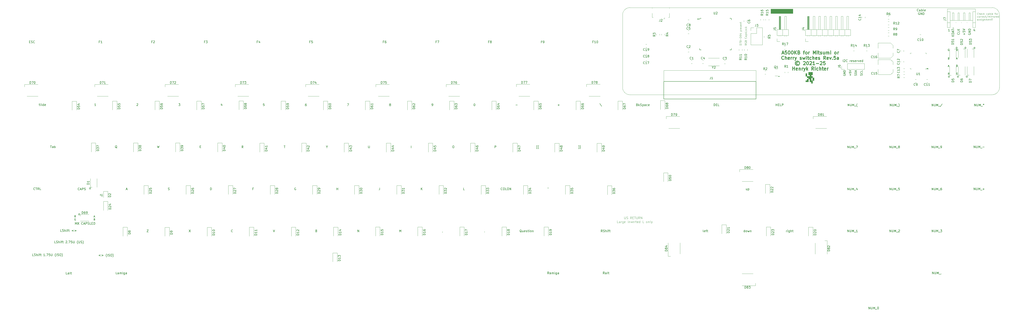
<source format=gto>
%TF.GenerationSoftware,KiCad,Pcbnew,8.0.5*%
%TF.CreationDate,2025-03-31T08:28:51+02:00*%
%TF.ProjectId,A500KB,41353030-4b42-42e6-9b69-6361645f7063,5a*%
%TF.SameCoordinates,Original*%
%TF.FileFunction,Legend,Top*%
%TF.FilePolarity,Positive*%
%FSLAX46Y46*%
G04 Gerber Fmt 4.6, Leading zero omitted, Abs format (unit mm)*
G04 Created by KiCad (PCBNEW 8.0.5) date 2025-03-31 08:28:51*
%MOMM*%
%LPD*%
G01*
G04 APERTURE LIST*
%ADD10C,0.120000*%
%ADD11C,0.150000*%
%ADD12C,0.100000*%
%ADD13C,0.300000*%
G04 APERTURE END LIST*
D10*
X305950000Y-262200000D02*
X307250000Y-262200000D01*
X473200000Y-225950000D02*
X473200000Y-258950000D01*
X469950000Y-222700000D02*
G75*
G02*
X473200000Y-225950000I0J-3250000D01*
G01*
X473200000Y-258950000D02*
G75*
G02*
X469950000Y-262200000I-3250000J0D01*
G01*
X469950000Y-222700000D02*
X305950000Y-222700000D01*
X66700000Y-307600000D02*
X66800000Y-307700000D01*
X469950000Y-262200000D02*
X307250000Y-262200000D01*
X66700000Y-307600000D02*
X66350000Y-307250000D01*
X66250000Y-307600000D02*
X66450000Y-307650000D01*
X67400000Y-308050000D02*
X66850000Y-308050000D01*
X67150000Y-308050000D02*
X67150000Y-308550000D01*
X302700000Y-225950000D02*
G75*
G02*
X305950000Y-222700000I3250000J0D01*
G01*
X66400000Y-307250000D02*
X66600000Y-307350000D01*
X66350000Y-307250000D02*
X66450000Y-307500000D01*
X302700000Y-226900000D02*
X302700000Y-226950000D01*
X66550000Y-307900000D02*
X66250000Y-307600000D01*
X302700000Y-258950000D02*
X302700000Y-226850000D01*
X66850000Y-308050000D02*
X67150000Y-307500000D01*
X66550000Y-307900000D02*
X66650000Y-308000000D01*
X302700000Y-225950000D02*
X302700000Y-226900000D01*
X305950000Y-262200000D02*
G75*
G02*
X302700000Y-258950000I0J3250000D01*
G01*
X67150000Y-307500000D02*
X67400000Y-308000000D01*
X369750000Y-223350000D02*
X379750000Y-223350000D01*
X379750000Y-225350000D01*
X369750000Y-225350000D01*
X369750000Y-223350000D01*
G36*
X369750000Y-223350000D02*
G01*
X379750000Y-223350000D01*
X379750000Y-225350000D01*
X369750000Y-225350000D01*
X369750000Y-223350000D01*
G37*
X66250000Y-307600000D02*
X66300000Y-307800000D01*
X67150000Y-307450000D02*
X67150000Y-306900000D01*
X66850000Y-307450000D02*
X67400000Y-307450000D01*
D11*
X61678571Y-304954819D02*
X61583333Y-304907200D01*
X61583333Y-304907200D02*
X61535714Y-304859580D01*
X61535714Y-304859580D02*
X61488095Y-304764342D01*
X61488095Y-304764342D02*
X61488095Y-304478628D01*
X61488095Y-304478628D02*
X61535714Y-304383390D01*
X61535714Y-304383390D02*
X61583333Y-304335771D01*
X61583333Y-304335771D02*
X61678571Y-304288152D01*
X61678571Y-304288152D02*
X61821428Y-304288152D01*
X61821428Y-304288152D02*
X61916666Y-304335771D01*
X61916666Y-304335771D02*
X61964285Y-304383390D01*
X61964285Y-304383390D02*
X62011904Y-304478628D01*
X62011904Y-304478628D02*
X62011904Y-304764342D01*
X62011904Y-304764342D02*
X61964285Y-304859580D01*
X61964285Y-304859580D02*
X61916666Y-304907200D01*
X61916666Y-304907200D02*
X61821428Y-304954819D01*
X61821428Y-304954819D02*
X61678571Y-304954819D01*
X450409523Y-241515070D02*
X450333333Y-241476975D01*
X450333333Y-241476975D02*
X450219047Y-241476975D01*
X450219047Y-241476975D02*
X450104761Y-241515070D01*
X450104761Y-241515070D02*
X450028571Y-241591260D01*
X450028571Y-241591260D02*
X449990476Y-241667451D01*
X449990476Y-241667451D02*
X449952380Y-241819832D01*
X449952380Y-241819832D02*
X449952380Y-241934118D01*
X449952380Y-241934118D02*
X449990476Y-242086499D01*
X449990476Y-242086499D02*
X450028571Y-242162689D01*
X450028571Y-242162689D02*
X450104761Y-242238880D01*
X450104761Y-242238880D02*
X450219047Y-242276975D01*
X450219047Y-242276975D02*
X450295238Y-242276975D01*
X450295238Y-242276975D02*
X450409523Y-242238880D01*
X450409523Y-242238880D02*
X450447619Y-242200784D01*
X450447619Y-242200784D02*
X450447619Y-241934118D01*
X450447619Y-241934118D02*
X450295238Y-241934118D01*
X411165700Y-253421428D02*
X411208557Y-253292857D01*
X411208557Y-253292857D02*
X411208557Y-253078571D01*
X411208557Y-253078571D02*
X411165700Y-252992857D01*
X411165700Y-252992857D02*
X411122842Y-252949999D01*
X411122842Y-252949999D02*
X411037128Y-252907142D01*
X411037128Y-252907142D02*
X410951414Y-252907142D01*
X410951414Y-252907142D02*
X410865700Y-252949999D01*
X410865700Y-252949999D02*
X410822842Y-252992857D01*
X410822842Y-252992857D02*
X410779985Y-253078571D01*
X410779985Y-253078571D02*
X410737128Y-253249999D01*
X410737128Y-253249999D02*
X410694271Y-253335714D01*
X410694271Y-253335714D02*
X410651414Y-253378571D01*
X410651414Y-253378571D02*
X410565700Y-253421428D01*
X410565700Y-253421428D02*
X410479985Y-253421428D01*
X410479985Y-253421428D02*
X410394271Y-253378571D01*
X410394271Y-253378571D02*
X410351414Y-253335714D01*
X410351414Y-253335714D02*
X410308557Y-253249999D01*
X410308557Y-253249999D02*
X410308557Y-253035714D01*
X410308557Y-253035714D02*
X410351414Y-252907142D01*
X411122842Y-252007142D02*
X411165700Y-252049999D01*
X411165700Y-252049999D02*
X411208557Y-252178571D01*
X411208557Y-252178571D02*
X411208557Y-252264285D01*
X411208557Y-252264285D02*
X411165700Y-252392856D01*
X411165700Y-252392856D02*
X411079985Y-252478571D01*
X411079985Y-252478571D02*
X410994271Y-252521428D01*
X410994271Y-252521428D02*
X410822842Y-252564285D01*
X410822842Y-252564285D02*
X410694271Y-252564285D01*
X410694271Y-252564285D02*
X410522842Y-252521428D01*
X410522842Y-252521428D02*
X410437128Y-252478571D01*
X410437128Y-252478571D02*
X410351414Y-252392856D01*
X410351414Y-252392856D02*
X410308557Y-252264285D01*
X410308557Y-252264285D02*
X410308557Y-252178571D01*
X410308557Y-252178571D02*
X410351414Y-252049999D01*
X410351414Y-252049999D02*
X410394271Y-252007142D01*
X411208557Y-251192856D02*
X411208557Y-251621428D01*
X411208557Y-251621428D02*
X410308557Y-251621428D01*
X453728571Y-241254819D02*
X453633333Y-241207200D01*
X453633333Y-241207200D02*
X453585714Y-241159580D01*
X453585714Y-241159580D02*
X453538095Y-241064342D01*
X453538095Y-241064342D02*
X453538095Y-240778628D01*
X453538095Y-240778628D02*
X453585714Y-240683390D01*
X453585714Y-240683390D02*
X453633333Y-240635771D01*
X453633333Y-240635771D02*
X453728571Y-240588152D01*
X453728571Y-240588152D02*
X453871428Y-240588152D01*
X453871428Y-240588152D02*
X453966666Y-240635771D01*
X453966666Y-240635771D02*
X454014285Y-240683390D01*
X454014285Y-240683390D02*
X454061904Y-240778628D01*
X454061904Y-240778628D02*
X454061904Y-241064342D01*
X454061904Y-241064342D02*
X454014285Y-241159580D01*
X454014285Y-241159580D02*
X453966666Y-241207200D01*
X453966666Y-241207200D02*
X453871428Y-241254819D01*
X453871428Y-241254819D02*
X453728571Y-241254819D01*
X55209523Y-318350390D02*
X55133333Y-318312295D01*
X55133333Y-318312295D02*
X55019047Y-318312295D01*
X55019047Y-318312295D02*
X54904761Y-318350390D01*
X54904761Y-318350390D02*
X54828571Y-318426580D01*
X54828571Y-318426580D02*
X54790476Y-318502771D01*
X54790476Y-318502771D02*
X54752380Y-318655152D01*
X54752380Y-318655152D02*
X54752380Y-318769438D01*
X54752380Y-318769438D02*
X54790476Y-318921819D01*
X54790476Y-318921819D02*
X54828571Y-318998009D01*
X54828571Y-318998009D02*
X54904761Y-319074200D01*
X54904761Y-319074200D02*
X55019047Y-319112295D01*
X55019047Y-319112295D02*
X55095238Y-319112295D01*
X55095238Y-319112295D02*
X55209523Y-319074200D01*
X55209523Y-319074200D02*
X55247619Y-319036104D01*
X55247619Y-319036104D02*
X55247619Y-318769438D01*
X55247619Y-318769438D02*
X55095238Y-318769438D01*
X462006476Y-232706152D02*
X462006476Y-233372819D01*
X461768381Y-232325200D02*
X461530286Y-233039485D01*
X461530286Y-233039485D02*
X462149333Y-233039485D01*
X457728571Y-241254819D02*
X457633333Y-241207200D01*
X457633333Y-241207200D02*
X457585714Y-241159580D01*
X457585714Y-241159580D02*
X457538095Y-241064342D01*
X457538095Y-241064342D02*
X457538095Y-240778628D01*
X457538095Y-240778628D02*
X457585714Y-240683390D01*
X457585714Y-240683390D02*
X457633333Y-240635771D01*
X457633333Y-240635771D02*
X457728571Y-240588152D01*
X457728571Y-240588152D02*
X457871428Y-240588152D01*
X457871428Y-240588152D02*
X457966666Y-240635771D01*
X457966666Y-240635771D02*
X458014285Y-240683390D01*
X458014285Y-240683390D02*
X458061904Y-240778628D01*
X458061904Y-240778628D02*
X458061904Y-241064342D01*
X458061904Y-241064342D02*
X458014285Y-241159580D01*
X458014285Y-241159580D02*
X457966666Y-241207200D01*
X457966666Y-241207200D02*
X457871428Y-241254819D01*
X457871428Y-241254819D02*
X457728571Y-241254819D01*
X402651414Y-253035713D02*
X402608557Y-253121428D01*
X402608557Y-253121428D02*
X402608557Y-253249999D01*
X402608557Y-253249999D02*
X402651414Y-253378570D01*
X402651414Y-253378570D02*
X402737128Y-253464285D01*
X402737128Y-253464285D02*
X402822842Y-253507142D01*
X402822842Y-253507142D02*
X402994271Y-253549999D01*
X402994271Y-253549999D02*
X403122842Y-253549999D01*
X403122842Y-253549999D02*
X403294271Y-253507142D01*
X403294271Y-253507142D02*
X403379985Y-253464285D01*
X403379985Y-253464285D02*
X403465700Y-253378570D01*
X403465700Y-253378570D02*
X403508557Y-253249999D01*
X403508557Y-253249999D02*
X403508557Y-253164285D01*
X403508557Y-253164285D02*
X403465700Y-253035713D01*
X403465700Y-253035713D02*
X403422842Y-252992856D01*
X403422842Y-252992856D02*
X403122842Y-252992856D01*
X403122842Y-252992856D02*
X403122842Y-253164285D01*
X403508557Y-252607142D02*
X402608557Y-252607142D01*
X402608557Y-252607142D02*
X403508557Y-252092856D01*
X403508557Y-252092856D02*
X402608557Y-252092856D01*
X403508557Y-251664285D02*
X402608557Y-251664285D01*
X402608557Y-251664285D02*
X402608557Y-251449999D01*
X402608557Y-251449999D02*
X402651414Y-251321428D01*
X402651414Y-251321428D02*
X402737128Y-251235713D01*
X402737128Y-251235713D02*
X402822842Y-251192856D01*
X402822842Y-251192856D02*
X402994271Y-251149999D01*
X402994271Y-251149999D02*
X403122842Y-251149999D01*
X403122842Y-251149999D02*
X403294271Y-251192856D01*
X403294271Y-251192856D02*
X403379985Y-251235713D01*
X403379985Y-251235713D02*
X403465700Y-251321428D01*
X403465700Y-251321428D02*
X403508557Y-251449999D01*
X403508557Y-251449999D02*
X403508557Y-251664285D01*
X450278571Y-254304819D02*
X450183333Y-254257200D01*
X450183333Y-254257200D02*
X450135714Y-254209580D01*
X450135714Y-254209580D02*
X450088095Y-254114342D01*
X450088095Y-254114342D02*
X450088095Y-253828628D01*
X450088095Y-253828628D02*
X450135714Y-253733390D01*
X450135714Y-253733390D02*
X450183333Y-253685771D01*
X450183333Y-253685771D02*
X450278571Y-253638152D01*
X450278571Y-253638152D02*
X450421428Y-253638152D01*
X450421428Y-253638152D02*
X450516666Y-253685771D01*
X450516666Y-253685771D02*
X450564285Y-253733390D01*
X450564285Y-253733390D02*
X450611904Y-253828628D01*
X450611904Y-253828628D02*
X450611904Y-254114342D01*
X450611904Y-254114342D02*
X450564285Y-254209580D01*
X450564285Y-254209580D02*
X450516666Y-254257200D01*
X450516666Y-254257200D02*
X450421428Y-254304819D01*
X450421428Y-254304819D02*
X450278571Y-254304819D01*
X450463379Y-253044035D02*
X450196712Y-252663082D01*
X450006236Y-253044035D02*
X450006236Y-252244035D01*
X450006236Y-252244035D02*
X450310998Y-252244035D01*
X450310998Y-252244035D02*
X450387188Y-252282130D01*
X450387188Y-252282130D02*
X450425283Y-252320225D01*
X450425283Y-252320225D02*
X450463379Y-252396416D01*
X450463379Y-252396416D02*
X450463379Y-252510701D01*
X450463379Y-252510701D02*
X450425283Y-252586892D01*
X450425283Y-252586892D02*
X450387188Y-252624987D01*
X450387188Y-252624987D02*
X450310998Y-252663082D01*
X450310998Y-252663082D02*
X450006236Y-252663082D01*
X450257142Y-245723807D02*
X450371428Y-245761902D01*
X450371428Y-245761902D02*
X450409523Y-245799998D01*
X450409523Y-245799998D02*
X450447619Y-245876188D01*
X450447619Y-245876188D02*
X450447619Y-245990474D01*
X450447619Y-245990474D02*
X450409523Y-246066664D01*
X450409523Y-246066664D02*
X450371428Y-246104760D01*
X450371428Y-246104760D02*
X450295238Y-246142855D01*
X450295238Y-246142855D02*
X449990476Y-246142855D01*
X449990476Y-246142855D02*
X449990476Y-245342855D01*
X449990476Y-245342855D02*
X450257142Y-245342855D01*
X450257142Y-245342855D02*
X450333333Y-245380950D01*
X450333333Y-245380950D02*
X450371428Y-245419045D01*
X450371428Y-245419045D02*
X450409523Y-245495236D01*
X450409523Y-245495236D02*
X450409523Y-245571426D01*
X450409523Y-245571426D02*
X450371428Y-245647617D01*
X450371428Y-245647617D02*
X450333333Y-245685712D01*
X450333333Y-245685712D02*
X450257142Y-245723807D01*
X450257142Y-245723807D02*
X449990476Y-245723807D01*
D12*
X356446895Y-239643734D02*
X355646895Y-239643734D01*
X355646895Y-239643734D02*
X355646895Y-239453258D01*
X355646895Y-239453258D02*
X355684990Y-239338972D01*
X355684990Y-239338972D02*
X355761180Y-239262782D01*
X355761180Y-239262782D02*
X355837371Y-239224687D01*
X355837371Y-239224687D02*
X355989752Y-239186591D01*
X355989752Y-239186591D02*
X356104038Y-239186591D01*
X356104038Y-239186591D02*
X356256419Y-239224687D01*
X356256419Y-239224687D02*
X356332609Y-239262782D01*
X356332609Y-239262782D02*
X356408800Y-239338972D01*
X356408800Y-239338972D02*
X356446895Y-239453258D01*
X356446895Y-239453258D02*
X356446895Y-239643734D01*
X355646895Y-238919925D02*
X355646895Y-238386591D01*
X355646895Y-238386591D02*
X356446895Y-238729449D01*
X355646895Y-237929448D02*
X355646895Y-237853258D01*
X355646895Y-237853258D02*
X355684990Y-237777067D01*
X355684990Y-237777067D02*
X355723085Y-237738972D01*
X355723085Y-237738972D02*
X355799276Y-237700877D01*
X355799276Y-237700877D02*
X355951657Y-237662782D01*
X355951657Y-237662782D02*
X356142133Y-237662782D01*
X356142133Y-237662782D02*
X356294514Y-237700877D01*
X356294514Y-237700877D02*
X356370704Y-237738972D01*
X356370704Y-237738972D02*
X356408800Y-237777067D01*
X356408800Y-237777067D02*
X356446895Y-237853258D01*
X356446895Y-237853258D02*
X356446895Y-237929448D01*
X356446895Y-237929448D02*
X356408800Y-238005639D01*
X356408800Y-238005639D02*
X356370704Y-238043734D01*
X356370704Y-238043734D02*
X356294514Y-238081829D01*
X356294514Y-238081829D02*
X356142133Y-238119925D01*
X356142133Y-238119925D02*
X355951657Y-238119925D01*
X355951657Y-238119925D02*
X355799276Y-238081829D01*
X355799276Y-238081829D02*
X355723085Y-238043734D01*
X355723085Y-238043734D02*
X355684990Y-238005639D01*
X355684990Y-238005639D02*
X355646895Y-237929448D01*
X356142133Y-237319924D02*
X356142133Y-236710401D01*
X356446895Y-236329448D02*
X355646895Y-236329448D01*
X355646895Y-236329448D02*
X355646895Y-236138972D01*
X355646895Y-236138972D02*
X355684990Y-236024686D01*
X355684990Y-236024686D02*
X355761180Y-235948496D01*
X355761180Y-235948496D02*
X355837371Y-235910401D01*
X355837371Y-235910401D02*
X355989752Y-235872305D01*
X355989752Y-235872305D02*
X356104038Y-235872305D01*
X356104038Y-235872305D02*
X356256419Y-235910401D01*
X356256419Y-235910401D02*
X356332609Y-235948496D01*
X356332609Y-235948496D02*
X356408800Y-236024686D01*
X356408800Y-236024686D02*
X356446895Y-236138972D01*
X356446895Y-236138972D02*
X356446895Y-236329448D01*
X355989752Y-235415163D02*
X355951657Y-235491353D01*
X355951657Y-235491353D02*
X355913561Y-235529448D01*
X355913561Y-235529448D02*
X355837371Y-235567544D01*
X355837371Y-235567544D02*
X355799276Y-235567544D01*
X355799276Y-235567544D02*
X355723085Y-235529448D01*
X355723085Y-235529448D02*
X355684990Y-235491353D01*
X355684990Y-235491353D02*
X355646895Y-235415163D01*
X355646895Y-235415163D02*
X355646895Y-235262782D01*
X355646895Y-235262782D02*
X355684990Y-235186591D01*
X355684990Y-235186591D02*
X355723085Y-235148496D01*
X355723085Y-235148496D02*
X355799276Y-235110401D01*
X355799276Y-235110401D02*
X355837371Y-235110401D01*
X355837371Y-235110401D02*
X355913561Y-235148496D01*
X355913561Y-235148496D02*
X355951657Y-235186591D01*
X355951657Y-235186591D02*
X355989752Y-235262782D01*
X355989752Y-235262782D02*
X355989752Y-235415163D01*
X355989752Y-235415163D02*
X356027847Y-235491353D01*
X356027847Y-235491353D02*
X356065942Y-235529448D01*
X356065942Y-235529448D02*
X356142133Y-235567544D01*
X356142133Y-235567544D02*
X356294514Y-235567544D01*
X356294514Y-235567544D02*
X356370704Y-235529448D01*
X356370704Y-235529448D02*
X356408800Y-235491353D01*
X356408800Y-235491353D02*
X356446895Y-235415163D01*
X356446895Y-235415163D02*
X356446895Y-235262782D01*
X356446895Y-235262782D02*
X356408800Y-235186591D01*
X356408800Y-235186591D02*
X356370704Y-235148496D01*
X356370704Y-235148496D02*
X356294514Y-235110401D01*
X356294514Y-235110401D02*
X356142133Y-235110401D01*
X356142133Y-235110401D02*
X356065942Y-235148496D01*
X356065942Y-235148496D02*
X356027847Y-235186591D01*
X356027847Y-235186591D02*
X355989752Y-235262782D01*
X355913561Y-234424686D02*
X356446895Y-234424686D01*
X355608800Y-234615162D02*
X356180228Y-234805639D01*
X356180228Y-234805639D02*
X356180228Y-234310400D01*
X355913561Y-233396114D02*
X356713561Y-233396114D01*
X355951657Y-233396114D02*
X355913561Y-233319924D01*
X355913561Y-233319924D02*
X355913561Y-233167543D01*
X355913561Y-233167543D02*
X355951657Y-233091352D01*
X355951657Y-233091352D02*
X355989752Y-233053257D01*
X355989752Y-233053257D02*
X356065942Y-233015162D01*
X356065942Y-233015162D02*
X356294514Y-233015162D01*
X356294514Y-233015162D02*
X356370704Y-233053257D01*
X356370704Y-233053257D02*
X356408800Y-233091352D01*
X356408800Y-233091352D02*
X356446895Y-233167543D01*
X356446895Y-233167543D02*
X356446895Y-233319924D01*
X356446895Y-233319924D02*
X356408800Y-233396114D01*
X356446895Y-232672304D02*
X355913561Y-232672304D01*
X356065942Y-232672304D02*
X355989752Y-232634209D01*
X355989752Y-232634209D02*
X355951657Y-232596114D01*
X355951657Y-232596114D02*
X355913561Y-232519923D01*
X355913561Y-232519923D02*
X355913561Y-232443733D01*
X356408800Y-231872304D02*
X356446895Y-231948495D01*
X356446895Y-231948495D02*
X356446895Y-232100876D01*
X356446895Y-232100876D02*
X356408800Y-232177066D01*
X356408800Y-232177066D02*
X356332609Y-232215162D01*
X356332609Y-232215162D02*
X356027847Y-232215162D01*
X356027847Y-232215162D02*
X355951657Y-232177066D01*
X355951657Y-232177066D02*
X355913561Y-232100876D01*
X355913561Y-232100876D02*
X355913561Y-231948495D01*
X355913561Y-231948495D02*
X355951657Y-231872304D01*
X355951657Y-231872304D02*
X356027847Y-231834209D01*
X356027847Y-231834209D02*
X356104038Y-231834209D01*
X356104038Y-231834209D02*
X356180228Y-232215162D01*
X356408800Y-231529448D02*
X356446895Y-231453257D01*
X356446895Y-231453257D02*
X356446895Y-231300876D01*
X356446895Y-231300876D02*
X356408800Y-231224686D01*
X356408800Y-231224686D02*
X356332609Y-231186590D01*
X356332609Y-231186590D02*
X356294514Y-231186590D01*
X356294514Y-231186590D02*
X356218323Y-231224686D01*
X356218323Y-231224686D02*
X356180228Y-231300876D01*
X356180228Y-231300876D02*
X356180228Y-231415162D01*
X356180228Y-231415162D02*
X356142133Y-231491352D01*
X356142133Y-231491352D02*
X356065942Y-231529448D01*
X356065942Y-231529448D02*
X356027847Y-231529448D01*
X356027847Y-231529448D02*
X355951657Y-231491352D01*
X355951657Y-231491352D02*
X355913561Y-231415162D01*
X355913561Y-231415162D02*
X355913561Y-231300876D01*
X355913561Y-231300876D02*
X355951657Y-231224686D01*
X356408800Y-230538971D02*
X356446895Y-230615162D01*
X356446895Y-230615162D02*
X356446895Y-230767543D01*
X356446895Y-230767543D02*
X356408800Y-230843733D01*
X356408800Y-230843733D02*
X356332609Y-230881829D01*
X356332609Y-230881829D02*
X356027847Y-230881829D01*
X356027847Y-230881829D02*
X355951657Y-230843733D01*
X355951657Y-230843733D02*
X355913561Y-230767543D01*
X355913561Y-230767543D02*
X355913561Y-230615162D01*
X355913561Y-230615162D02*
X355951657Y-230538971D01*
X355951657Y-230538971D02*
X356027847Y-230500876D01*
X356027847Y-230500876D02*
X356104038Y-230500876D01*
X356104038Y-230500876D02*
X356180228Y-230881829D01*
X355913561Y-230158019D02*
X356446895Y-230158019D01*
X355989752Y-230158019D02*
X355951657Y-230119924D01*
X355951657Y-230119924D02*
X355913561Y-230043734D01*
X355913561Y-230043734D02*
X355913561Y-229929448D01*
X355913561Y-229929448D02*
X355951657Y-229853257D01*
X355951657Y-229853257D02*
X356027847Y-229815162D01*
X356027847Y-229815162D02*
X356446895Y-229815162D01*
X355913561Y-229548495D02*
X355913561Y-229243733D01*
X355646895Y-229434209D02*
X356332609Y-229434209D01*
X356332609Y-229434209D02*
X356408800Y-229396114D01*
X356408800Y-229396114D02*
X356446895Y-229319924D01*
X356446895Y-229319924D02*
X356446895Y-229243733D01*
D11*
X55047619Y-321004819D02*
X55047619Y-320004819D01*
X55047619Y-320004819D02*
X55380952Y-320719104D01*
X55380952Y-320719104D02*
X55714285Y-320004819D01*
X55714285Y-320004819D02*
X55714285Y-321004819D01*
X56095238Y-320004819D02*
X56761904Y-321004819D01*
X56761904Y-320004819D02*
X56095238Y-321004819D01*
X58476190Y-320909580D02*
X58428571Y-320957200D01*
X58428571Y-320957200D02*
X58285714Y-321004819D01*
X58285714Y-321004819D02*
X58190476Y-321004819D01*
X58190476Y-321004819D02*
X58047619Y-320957200D01*
X58047619Y-320957200D02*
X57952381Y-320861961D01*
X57952381Y-320861961D02*
X57904762Y-320766723D01*
X57904762Y-320766723D02*
X57857143Y-320576247D01*
X57857143Y-320576247D02*
X57857143Y-320433390D01*
X57857143Y-320433390D02*
X57904762Y-320242914D01*
X57904762Y-320242914D02*
X57952381Y-320147676D01*
X57952381Y-320147676D02*
X58047619Y-320052438D01*
X58047619Y-320052438D02*
X58190476Y-320004819D01*
X58190476Y-320004819D02*
X58285714Y-320004819D01*
X58285714Y-320004819D02*
X58428571Y-320052438D01*
X58428571Y-320052438D02*
X58476190Y-320100057D01*
X58857143Y-320719104D02*
X59333333Y-320719104D01*
X58761905Y-321004819D02*
X59095238Y-320004819D01*
X59095238Y-320004819D02*
X59428571Y-321004819D01*
X59761905Y-321004819D02*
X59761905Y-320004819D01*
X59761905Y-320004819D02*
X60142857Y-320004819D01*
X60142857Y-320004819D02*
X60238095Y-320052438D01*
X60238095Y-320052438D02*
X60285714Y-320100057D01*
X60285714Y-320100057D02*
X60333333Y-320195295D01*
X60333333Y-320195295D02*
X60333333Y-320338152D01*
X60333333Y-320338152D02*
X60285714Y-320433390D01*
X60285714Y-320433390D02*
X60238095Y-320481009D01*
X60238095Y-320481009D02*
X60142857Y-320528628D01*
X60142857Y-320528628D02*
X59761905Y-320528628D01*
X60714286Y-320957200D02*
X60857143Y-321004819D01*
X60857143Y-321004819D02*
X61095238Y-321004819D01*
X61095238Y-321004819D02*
X61190476Y-320957200D01*
X61190476Y-320957200D02*
X61238095Y-320909580D01*
X61238095Y-320909580D02*
X61285714Y-320814342D01*
X61285714Y-320814342D02*
X61285714Y-320719104D01*
X61285714Y-320719104D02*
X61238095Y-320623866D01*
X61238095Y-320623866D02*
X61190476Y-320576247D01*
X61190476Y-320576247D02*
X61095238Y-320528628D01*
X61095238Y-320528628D02*
X60904762Y-320481009D01*
X60904762Y-320481009D02*
X60809524Y-320433390D01*
X60809524Y-320433390D02*
X60761905Y-320385771D01*
X60761905Y-320385771D02*
X60714286Y-320290533D01*
X60714286Y-320290533D02*
X60714286Y-320195295D01*
X60714286Y-320195295D02*
X60761905Y-320100057D01*
X60761905Y-320100057D02*
X60809524Y-320052438D01*
X60809524Y-320052438D02*
X60904762Y-320004819D01*
X60904762Y-320004819D02*
X61142857Y-320004819D01*
X61142857Y-320004819D02*
X61285714Y-320052438D01*
X62190476Y-321004819D02*
X61714286Y-321004819D01*
X61714286Y-321004819D02*
X61714286Y-320004819D01*
X62523810Y-320481009D02*
X62857143Y-320481009D01*
X63000000Y-321004819D02*
X62523810Y-321004819D01*
X62523810Y-321004819D02*
X62523810Y-320004819D01*
X62523810Y-320004819D02*
X63000000Y-320004819D01*
X63428572Y-321004819D02*
X63428572Y-320004819D01*
X63428572Y-320004819D02*
X63666667Y-320004819D01*
X63666667Y-320004819D02*
X63809524Y-320052438D01*
X63809524Y-320052438D02*
X63904762Y-320147676D01*
X63904762Y-320147676D02*
X63952381Y-320242914D01*
X63952381Y-320242914D02*
X64000000Y-320433390D01*
X64000000Y-320433390D02*
X64000000Y-320576247D01*
X64000000Y-320576247D02*
X63952381Y-320766723D01*
X63952381Y-320766723D02*
X63904762Y-320861961D01*
X63904762Y-320861961D02*
X63809524Y-320957200D01*
X63809524Y-320957200D02*
X63666667Y-321004819D01*
X63666667Y-321004819D02*
X63428572Y-321004819D01*
X452654819Y-235721428D02*
X451654819Y-235721428D01*
X452654819Y-235150000D02*
X452083390Y-235578571D01*
X451654819Y-235150000D02*
X452226247Y-235721428D01*
X452654819Y-234721428D02*
X451654819Y-234721428D01*
X451654819Y-234721428D02*
X451654819Y-234483333D01*
X451654819Y-234483333D02*
X451702438Y-234340476D01*
X451702438Y-234340476D02*
X451797676Y-234245238D01*
X451797676Y-234245238D02*
X451892914Y-234197619D01*
X451892914Y-234197619D02*
X452083390Y-234150000D01*
X452083390Y-234150000D02*
X452226247Y-234150000D01*
X452226247Y-234150000D02*
X452416723Y-234197619D01*
X452416723Y-234197619D02*
X452511961Y-234245238D01*
X452511961Y-234245238D02*
X452607200Y-234340476D01*
X452607200Y-234340476D02*
X452654819Y-234483333D01*
X452654819Y-234483333D02*
X452654819Y-234721428D01*
X452369104Y-233769047D02*
X452369104Y-233292857D01*
X452654819Y-233864285D02*
X451654819Y-233530952D01*
X451654819Y-233530952D02*
X452654819Y-233197619D01*
X451654819Y-233007142D02*
X451654819Y-232435714D01*
X452654819Y-232721428D02*
X451654819Y-232721428D01*
X458378571Y-254304819D02*
X458283333Y-254257200D01*
X458283333Y-254257200D02*
X458235714Y-254209580D01*
X458235714Y-254209580D02*
X458188095Y-254114342D01*
X458188095Y-254114342D02*
X458188095Y-253828628D01*
X458188095Y-253828628D02*
X458235714Y-253733390D01*
X458235714Y-253733390D02*
X458283333Y-253685771D01*
X458283333Y-253685771D02*
X458378571Y-253638152D01*
X458378571Y-253638152D02*
X458521428Y-253638152D01*
X458521428Y-253638152D02*
X458616666Y-253685771D01*
X458616666Y-253685771D02*
X458664285Y-253733390D01*
X458664285Y-253733390D02*
X458711904Y-253828628D01*
X458711904Y-253828628D02*
X458711904Y-254114342D01*
X458711904Y-254114342D02*
X458664285Y-254209580D01*
X458664285Y-254209580D02*
X458616666Y-254257200D01*
X458616666Y-254257200D02*
X458521428Y-254304819D01*
X458521428Y-254304819D02*
X458378571Y-254304819D01*
X457273866Y-235035713D02*
X457273866Y-234273809D01*
X457654819Y-234654761D02*
X456892914Y-234654761D01*
X456654819Y-233321428D02*
X456654819Y-233797618D01*
X456654819Y-233797618D02*
X457131009Y-233845237D01*
X457131009Y-233845237D02*
X457083390Y-233797618D01*
X457083390Y-233797618D02*
X457035771Y-233702380D01*
X457035771Y-233702380D02*
X457035771Y-233464285D01*
X457035771Y-233464285D02*
X457083390Y-233369047D01*
X457083390Y-233369047D02*
X457131009Y-233321428D01*
X457131009Y-233321428D02*
X457226247Y-233273809D01*
X457226247Y-233273809D02*
X457464342Y-233273809D01*
X457464342Y-233273809D02*
X457559580Y-233321428D01*
X457559580Y-233321428D02*
X457607200Y-233369047D01*
X457607200Y-233369047D02*
X457654819Y-233464285D01*
X457654819Y-233464285D02*
X457654819Y-233702380D01*
X457654819Y-233702380D02*
X457607200Y-233797618D01*
X457607200Y-233797618D02*
X457559580Y-233845237D01*
X456654819Y-232988094D02*
X457654819Y-232654761D01*
X457654819Y-232654761D02*
X456654819Y-232321428D01*
X453709523Y-245883723D02*
X454090476Y-245883723D01*
X453633333Y-246112295D02*
X453900000Y-245312295D01*
X453900000Y-245312295D02*
X454166666Y-246112295D01*
X405765700Y-253507143D02*
X405765700Y-252821429D01*
X406108557Y-253164286D02*
X405422842Y-253164286D01*
X405208557Y-251964285D02*
X405208557Y-252392857D01*
X405208557Y-252392857D02*
X405637128Y-252435714D01*
X405637128Y-252435714D02*
X405594271Y-252392857D01*
X405594271Y-252392857D02*
X405551414Y-252307143D01*
X405551414Y-252307143D02*
X405551414Y-252092857D01*
X405551414Y-252092857D02*
X405594271Y-252007143D01*
X405594271Y-252007143D02*
X405637128Y-251964285D01*
X405637128Y-251964285D02*
X405722842Y-251921428D01*
X405722842Y-251921428D02*
X405937128Y-251921428D01*
X405937128Y-251921428D02*
X406022842Y-251964285D01*
X406022842Y-251964285D02*
X406065700Y-252007143D01*
X406065700Y-252007143D02*
X406108557Y-252092857D01*
X406108557Y-252092857D02*
X406108557Y-252307143D01*
X406108557Y-252307143D02*
X406065700Y-252392857D01*
X406065700Y-252392857D02*
X406022842Y-252435714D01*
X405208557Y-251664285D02*
X406108557Y-251364285D01*
X406108557Y-251364285D02*
X405208557Y-251064285D01*
X461828571Y-241304819D02*
X461733333Y-241257200D01*
X461733333Y-241257200D02*
X461685714Y-241209580D01*
X461685714Y-241209580D02*
X461638095Y-241114342D01*
X461638095Y-241114342D02*
X461638095Y-240828628D01*
X461638095Y-240828628D02*
X461685714Y-240733390D01*
X461685714Y-240733390D02*
X461733333Y-240685771D01*
X461733333Y-240685771D02*
X461828571Y-240638152D01*
X461828571Y-240638152D02*
X461971428Y-240638152D01*
X461971428Y-240638152D02*
X462066666Y-240685771D01*
X462066666Y-240685771D02*
X462114285Y-240733390D01*
X462114285Y-240733390D02*
X462161904Y-240828628D01*
X462161904Y-240828628D02*
X462161904Y-241114342D01*
X462161904Y-241114342D02*
X462114285Y-241209580D01*
X462114285Y-241209580D02*
X462066666Y-241257200D01*
X462066666Y-241257200D02*
X461971428Y-241304819D01*
X461971428Y-241304819D02*
X461828571Y-241304819D01*
X63757142Y-318693247D02*
X63871428Y-318731342D01*
X63871428Y-318731342D02*
X63909523Y-318769438D01*
X63909523Y-318769438D02*
X63947619Y-318845628D01*
X63947619Y-318845628D02*
X63947619Y-318959914D01*
X63947619Y-318959914D02*
X63909523Y-319036104D01*
X63909523Y-319036104D02*
X63871428Y-319074200D01*
X63871428Y-319074200D02*
X63795238Y-319112295D01*
X63795238Y-319112295D02*
X63490476Y-319112295D01*
X63490476Y-319112295D02*
X63490476Y-318312295D01*
X63490476Y-318312295D02*
X63757142Y-318312295D01*
X63757142Y-318312295D02*
X63833333Y-318350390D01*
X63833333Y-318350390D02*
X63871428Y-318388485D01*
X63871428Y-318388485D02*
X63909523Y-318464676D01*
X63909523Y-318464676D02*
X63909523Y-318540866D01*
X63909523Y-318540866D02*
X63871428Y-318617057D01*
X63871428Y-318617057D02*
X63833333Y-318655152D01*
X63833333Y-318655152D02*
X63757142Y-318693247D01*
X63757142Y-318693247D02*
X63490476Y-318693247D01*
X56728571Y-316704819D02*
X56633333Y-316657200D01*
X56633333Y-316657200D02*
X56585714Y-316609580D01*
X56585714Y-316609580D02*
X56538095Y-316514342D01*
X56538095Y-316514342D02*
X56538095Y-316228628D01*
X56538095Y-316228628D02*
X56585714Y-316133390D01*
X56585714Y-316133390D02*
X56633333Y-316085771D01*
X56633333Y-316085771D02*
X56728571Y-316038152D01*
X56728571Y-316038152D02*
X56871428Y-316038152D01*
X56871428Y-316038152D02*
X56966666Y-316085771D01*
X56966666Y-316085771D02*
X57014285Y-316133390D01*
X57014285Y-316133390D02*
X57061904Y-316228628D01*
X57061904Y-316228628D02*
X57061904Y-316514342D01*
X57061904Y-316514342D02*
X57014285Y-316609580D01*
X57014285Y-316609580D02*
X56966666Y-316657200D01*
X56966666Y-316657200D02*
X56871428Y-316704819D01*
X56871428Y-316704819D02*
X56728571Y-316704819D01*
X454328571Y-254304819D02*
X454233333Y-254257200D01*
X454233333Y-254257200D02*
X454185714Y-254209580D01*
X454185714Y-254209580D02*
X454138095Y-254114342D01*
X454138095Y-254114342D02*
X454138095Y-253828628D01*
X454138095Y-253828628D02*
X454185714Y-253733390D01*
X454185714Y-253733390D02*
X454233333Y-253685771D01*
X454233333Y-253685771D02*
X454328571Y-253638152D01*
X454328571Y-253638152D02*
X454471428Y-253638152D01*
X454471428Y-253638152D02*
X454566666Y-253685771D01*
X454566666Y-253685771D02*
X454614285Y-253733390D01*
X454614285Y-253733390D02*
X454661904Y-253828628D01*
X454661904Y-253828628D02*
X454661904Y-254114342D01*
X454661904Y-254114342D02*
X454614285Y-254209580D01*
X454614285Y-254209580D02*
X454566666Y-254257200D01*
X454566666Y-254257200D02*
X454471428Y-254304819D01*
X454471428Y-254304819D02*
X454328571Y-254304819D01*
X459202438Y-234411904D02*
X459154819Y-234507142D01*
X459154819Y-234507142D02*
X459154819Y-234649999D01*
X459154819Y-234649999D02*
X459202438Y-234792856D01*
X459202438Y-234792856D02*
X459297676Y-234888094D01*
X459297676Y-234888094D02*
X459392914Y-234935713D01*
X459392914Y-234935713D02*
X459583390Y-234983332D01*
X459583390Y-234983332D02*
X459726247Y-234983332D01*
X459726247Y-234983332D02*
X459916723Y-234935713D01*
X459916723Y-234935713D02*
X460011961Y-234888094D01*
X460011961Y-234888094D02*
X460107200Y-234792856D01*
X460107200Y-234792856D02*
X460154819Y-234649999D01*
X460154819Y-234649999D02*
X460154819Y-234554761D01*
X460154819Y-234554761D02*
X460107200Y-234411904D01*
X460107200Y-234411904D02*
X460059580Y-234364285D01*
X460059580Y-234364285D02*
X459726247Y-234364285D01*
X459726247Y-234364285D02*
X459726247Y-234554761D01*
X460154819Y-233935713D02*
X459154819Y-233935713D01*
X459154819Y-233935713D02*
X460154819Y-233364285D01*
X460154819Y-233364285D02*
X459154819Y-233364285D01*
X460154819Y-232888094D02*
X459154819Y-232888094D01*
X459154819Y-232888094D02*
X459154819Y-232649999D01*
X459154819Y-232649999D02*
X459202438Y-232507142D01*
X459202438Y-232507142D02*
X459297676Y-232411904D01*
X459297676Y-232411904D02*
X459392914Y-232364285D01*
X459392914Y-232364285D02*
X459583390Y-232316666D01*
X459583390Y-232316666D02*
X459726247Y-232316666D01*
X459726247Y-232316666D02*
X459916723Y-232364285D01*
X459916723Y-232364285D02*
X460011961Y-232411904D01*
X460011961Y-232411904D02*
X460107200Y-232507142D01*
X460107200Y-232507142D02*
X460154819Y-232649999D01*
X460154819Y-232649999D02*
X460154819Y-232888094D01*
D13*
X374885715Y-243377383D02*
X375600001Y-243377383D01*
X374742858Y-243805954D02*
X375242858Y-242305954D01*
X375242858Y-242305954D02*
X375742858Y-243805954D01*
X376957143Y-242305954D02*
X376242857Y-242305954D01*
X376242857Y-242305954D02*
X376171429Y-243020240D01*
X376171429Y-243020240D02*
X376242857Y-242948811D01*
X376242857Y-242948811D02*
X376385715Y-242877383D01*
X376385715Y-242877383D02*
X376742857Y-242877383D01*
X376742857Y-242877383D02*
X376885715Y-242948811D01*
X376885715Y-242948811D02*
X376957143Y-243020240D01*
X376957143Y-243020240D02*
X377028572Y-243163097D01*
X377028572Y-243163097D02*
X377028572Y-243520240D01*
X377028572Y-243520240D02*
X376957143Y-243663097D01*
X376957143Y-243663097D02*
X376885715Y-243734526D01*
X376885715Y-243734526D02*
X376742857Y-243805954D01*
X376742857Y-243805954D02*
X376385715Y-243805954D01*
X376385715Y-243805954D02*
X376242857Y-243734526D01*
X376242857Y-243734526D02*
X376171429Y-243663097D01*
X377957143Y-242305954D02*
X378100000Y-242305954D01*
X378100000Y-242305954D02*
X378242857Y-242377383D01*
X378242857Y-242377383D02*
X378314286Y-242448811D01*
X378314286Y-242448811D02*
X378385714Y-242591668D01*
X378385714Y-242591668D02*
X378457143Y-242877383D01*
X378457143Y-242877383D02*
X378457143Y-243234526D01*
X378457143Y-243234526D02*
X378385714Y-243520240D01*
X378385714Y-243520240D02*
X378314286Y-243663097D01*
X378314286Y-243663097D02*
X378242857Y-243734526D01*
X378242857Y-243734526D02*
X378100000Y-243805954D01*
X378100000Y-243805954D02*
X377957143Y-243805954D01*
X377957143Y-243805954D02*
X377814286Y-243734526D01*
X377814286Y-243734526D02*
X377742857Y-243663097D01*
X377742857Y-243663097D02*
X377671428Y-243520240D01*
X377671428Y-243520240D02*
X377600000Y-243234526D01*
X377600000Y-243234526D02*
X377600000Y-242877383D01*
X377600000Y-242877383D02*
X377671428Y-242591668D01*
X377671428Y-242591668D02*
X377742857Y-242448811D01*
X377742857Y-242448811D02*
X377814286Y-242377383D01*
X377814286Y-242377383D02*
X377957143Y-242305954D01*
X379385714Y-242305954D02*
X379528571Y-242305954D01*
X379528571Y-242305954D02*
X379671428Y-242377383D01*
X379671428Y-242377383D02*
X379742857Y-242448811D01*
X379742857Y-242448811D02*
X379814285Y-242591668D01*
X379814285Y-242591668D02*
X379885714Y-242877383D01*
X379885714Y-242877383D02*
X379885714Y-243234526D01*
X379885714Y-243234526D02*
X379814285Y-243520240D01*
X379814285Y-243520240D02*
X379742857Y-243663097D01*
X379742857Y-243663097D02*
X379671428Y-243734526D01*
X379671428Y-243734526D02*
X379528571Y-243805954D01*
X379528571Y-243805954D02*
X379385714Y-243805954D01*
X379385714Y-243805954D02*
X379242857Y-243734526D01*
X379242857Y-243734526D02*
X379171428Y-243663097D01*
X379171428Y-243663097D02*
X379099999Y-243520240D01*
X379099999Y-243520240D02*
X379028571Y-243234526D01*
X379028571Y-243234526D02*
X379028571Y-242877383D01*
X379028571Y-242877383D02*
X379099999Y-242591668D01*
X379099999Y-242591668D02*
X379171428Y-242448811D01*
X379171428Y-242448811D02*
X379242857Y-242377383D01*
X379242857Y-242377383D02*
X379385714Y-242305954D01*
X380528570Y-243805954D02*
X380528570Y-242305954D01*
X381385713Y-243805954D02*
X380742856Y-242948811D01*
X381385713Y-242305954D02*
X380528570Y-243163097D01*
X382528570Y-243020240D02*
X382742856Y-243091668D01*
X382742856Y-243091668D02*
X382814285Y-243163097D01*
X382814285Y-243163097D02*
X382885713Y-243305954D01*
X382885713Y-243305954D02*
X382885713Y-243520240D01*
X382885713Y-243520240D02*
X382814285Y-243663097D01*
X382814285Y-243663097D02*
X382742856Y-243734526D01*
X382742856Y-243734526D02*
X382599999Y-243805954D01*
X382599999Y-243805954D02*
X382028570Y-243805954D01*
X382028570Y-243805954D02*
X382028570Y-242305954D01*
X382028570Y-242305954D02*
X382528570Y-242305954D01*
X382528570Y-242305954D02*
X382671428Y-242377383D01*
X382671428Y-242377383D02*
X382742856Y-242448811D01*
X382742856Y-242448811D02*
X382814285Y-242591668D01*
X382814285Y-242591668D02*
X382814285Y-242734526D01*
X382814285Y-242734526D02*
X382742856Y-242877383D01*
X382742856Y-242877383D02*
X382671428Y-242948811D01*
X382671428Y-242948811D02*
X382528570Y-243020240D01*
X382528570Y-243020240D02*
X382028570Y-243020240D01*
X384457142Y-242805954D02*
X385028570Y-242805954D01*
X384671427Y-243805954D02*
X384671427Y-242520240D01*
X384671427Y-242520240D02*
X384742856Y-242377383D01*
X384742856Y-242377383D02*
X384885713Y-242305954D01*
X384885713Y-242305954D02*
X385028570Y-242305954D01*
X385742856Y-243805954D02*
X385599999Y-243734526D01*
X385599999Y-243734526D02*
X385528570Y-243663097D01*
X385528570Y-243663097D02*
X385457142Y-243520240D01*
X385457142Y-243520240D02*
X385457142Y-243091668D01*
X385457142Y-243091668D02*
X385528570Y-242948811D01*
X385528570Y-242948811D02*
X385599999Y-242877383D01*
X385599999Y-242877383D02*
X385742856Y-242805954D01*
X385742856Y-242805954D02*
X385957142Y-242805954D01*
X385957142Y-242805954D02*
X386099999Y-242877383D01*
X386099999Y-242877383D02*
X386171428Y-242948811D01*
X386171428Y-242948811D02*
X386242856Y-243091668D01*
X386242856Y-243091668D02*
X386242856Y-243520240D01*
X386242856Y-243520240D02*
X386171428Y-243663097D01*
X386171428Y-243663097D02*
X386099999Y-243734526D01*
X386099999Y-243734526D02*
X385957142Y-243805954D01*
X385957142Y-243805954D02*
X385742856Y-243805954D01*
X386885713Y-243805954D02*
X386885713Y-242805954D01*
X386885713Y-243091668D02*
X386957142Y-242948811D01*
X386957142Y-242948811D02*
X387028571Y-242877383D01*
X387028571Y-242877383D02*
X387171428Y-242805954D01*
X387171428Y-242805954D02*
X387314285Y-242805954D01*
X388957141Y-243805954D02*
X388957141Y-242305954D01*
X388957141Y-242305954D02*
X389457141Y-243377383D01*
X389457141Y-243377383D02*
X389957141Y-242305954D01*
X389957141Y-242305954D02*
X389957141Y-243805954D01*
X390671427Y-243805954D02*
X390671427Y-242805954D01*
X390671427Y-242305954D02*
X390599999Y-242377383D01*
X390599999Y-242377383D02*
X390671427Y-242448811D01*
X390671427Y-242448811D02*
X390742856Y-242377383D01*
X390742856Y-242377383D02*
X390671427Y-242305954D01*
X390671427Y-242305954D02*
X390671427Y-242448811D01*
X391171428Y-242805954D02*
X391742856Y-242805954D01*
X391385713Y-242305954D02*
X391385713Y-243591668D01*
X391385713Y-243591668D02*
X391457142Y-243734526D01*
X391457142Y-243734526D02*
X391599999Y-243805954D01*
X391599999Y-243805954D02*
X391742856Y-243805954D01*
X392171428Y-243734526D02*
X392314285Y-243805954D01*
X392314285Y-243805954D02*
X392599999Y-243805954D01*
X392599999Y-243805954D02*
X392742856Y-243734526D01*
X392742856Y-243734526D02*
X392814285Y-243591668D01*
X392814285Y-243591668D02*
X392814285Y-243520240D01*
X392814285Y-243520240D02*
X392742856Y-243377383D01*
X392742856Y-243377383D02*
X392599999Y-243305954D01*
X392599999Y-243305954D02*
X392385714Y-243305954D01*
X392385714Y-243305954D02*
X392242856Y-243234526D01*
X392242856Y-243234526D02*
X392171428Y-243091668D01*
X392171428Y-243091668D02*
X392171428Y-243020240D01*
X392171428Y-243020240D02*
X392242856Y-242877383D01*
X392242856Y-242877383D02*
X392385714Y-242805954D01*
X392385714Y-242805954D02*
X392599999Y-242805954D01*
X392599999Y-242805954D02*
X392742856Y-242877383D01*
X394100000Y-242805954D02*
X394100000Y-243805954D01*
X393457142Y-242805954D02*
X393457142Y-243591668D01*
X393457142Y-243591668D02*
X393528571Y-243734526D01*
X393528571Y-243734526D02*
X393671428Y-243805954D01*
X393671428Y-243805954D02*
X393885714Y-243805954D01*
X393885714Y-243805954D02*
X394028571Y-243734526D01*
X394028571Y-243734526D02*
X394100000Y-243663097D01*
X394814285Y-243805954D02*
X394814285Y-242805954D01*
X394814285Y-242948811D02*
X394885714Y-242877383D01*
X394885714Y-242877383D02*
X395028571Y-242805954D01*
X395028571Y-242805954D02*
X395242857Y-242805954D01*
X395242857Y-242805954D02*
X395385714Y-242877383D01*
X395385714Y-242877383D02*
X395457143Y-243020240D01*
X395457143Y-243020240D02*
X395457143Y-243805954D01*
X395457143Y-243020240D02*
X395528571Y-242877383D01*
X395528571Y-242877383D02*
X395671428Y-242805954D01*
X395671428Y-242805954D02*
X395885714Y-242805954D01*
X395885714Y-242805954D02*
X396028571Y-242877383D01*
X396028571Y-242877383D02*
X396100000Y-243020240D01*
X396100000Y-243020240D02*
X396100000Y-243805954D01*
X396814285Y-243805954D02*
X396814285Y-242805954D01*
X396814285Y-242305954D02*
X396742857Y-242377383D01*
X396742857Y-242377383D02*
X396814285Y-242448811D01*
X396814285Y-242448811D02*
X396885714Y-242377383D01*
X396885714Y-242377383D02*
X396814285Y-242305954D01*
X396814285Y-242305954D02*
X396814285Y-242448811D01*
X398885714Y-243805954D02*
X398742857Y-243734526D01*
X398742857Y-243734526D02*
X398671428Y-243663097D01*
X398671428Y-243663097D02*
X398600000Y-243520240D01*
X398600000Y-243520240D02*
X398600000Y-243091668D01*
X398600000Y-243091668D02*
X398671428Y-242948811D01*
X398671428Y-242948811D02*
X398742857Y-242877383D01*
X398742857Y-242877383D02*
X398885714Y-242805954D01*
X398885714Y-242805954D02*
X399100000Y-242805954D01*
X399100000Y-242805954D02*
X399242857Y-242877383D01*
X399242857Y-242877383D02*
X399314286Y-242948811D01*
X399314286Y-242948811D02*
X399385714Y-243091668D01*
X399385714Y-243091668D02*
X399385714Y-243520240D01*
X399385714Y-243520240D02*
X399314286Y-243663097D01*
X399314286Y-243663097D02*
X399242857Y-243734526D01*
X399242857Y-243734526D02*
X399100000Y-243805954D01*
X399100000Y-243805954D02*
X398885714Y-243805954D01*
X400028571Y-243805954D02*
X400028571Y-242805954D01*
X400028571Y-243091668D02*
X400100000Y-242948811D01*
X400100000Y-242948811D02*
X400171429Y-242877383D01*
X400171429Y-242877383D02*
X400314286Y-242805954D01*
X400314286Y-242805954D02*
X400457143Y-242805954D01*
X375635714Y-246078013D02*
X375564286Y-246149442D01*
X375564286Y-246149442D02*
X375350000Y-246220870D01*
X375350000Y-246220870D02*
X375207143Y-246220870D01*
X375207143Y-246220870D02*
X374992857Y-246149442D01*
X374992857Y-246149442D02*
X374850000Y-246006584D01*
X374850000Y-246006584D02*
X374778571Y-245863727D01*
X374778571Y-245863727D02*
X374707143Y-245578013D01*
X374707143Y-245578013D02*
X374707143Y-245363727D01*
X374707143Y-245363727D02*
X374778571Y-245078013D01*
X374778571Y-245078013D02*
X374850000Y-244935156D01*
X374850000Y-244935156D02*
X374992857Y-244792299D01*
X374992857Y-244792299D02*
X375207143Y-244720870D01*
X375207143Y-244720870D02*
X375350000Y-244720870D01*
X375350000Y-244720870D02*
X375564286Y-244792299D01*
X375564286Y-244792299D02*
X375635714Y-244863727D01*
X376278571Y-246220870D02*
X376278571Y-244720870D01*
X376921429Y-246220870D02*
X376921429Y-245435156D01*
X376921429Y-245435156D02*
X376850000Y-245292299D01*
X376850000Y-245292299D02*
X376707143Y-245220870D01*
X376707143Y-245220870D02*
X376492857Y-245220870D01*
X376492857Y-245220870D02*
X376350000Y-245292299D01*
X376350000Y-245292299D02*
X376278571Y-245363727D01*
X378207143Y-246149442D02*
X378064286Y-246220870D01*
X378064286Y-246220870D02*
X377778572Y-246220870D01*
X377778572Y-246220870D02*
X377635714Y-246149442D01*
X377635714Y-246149442D02*
X377564286Y-246006584D01*
X377564286Y-246006584D02*
X377564286Y-245435156D01*
X377564286Y-245435156D02*
X377635714Y-245292299D01*
X377635714Y-245292299D02*
X377778572Y-245220870D01*
X377778572Y-245220870D02*
X378064286Y-245220870D01*
X378064286Y-245220870D02*
X378207143Y-245292299D01*
X378207143Y-245292299D02*
X378278572Y-245435156D01*
X378278572Y-245435156D02*
X378278572Y-245578013D01*
X378278572Y-245578013D02*
X377564286Y-245720870D01*
X378921428Y-246220870D02*
X378921428Y-245220870D01*
X378921428Y-245506584D02*
X378992857Y-245363727D01*
X378992857Y-245363727D02*
X379064286Y-245292299D01*
X379064286Y-245292299D02*
X379207143Y-245220870D01*
X379207143Y-245220870D02*
X379350000Y-245220870D01*
X379849999Y-246220870D02*
X379849999Y-245220870D01*
X379849999Y-245506584D02*
X379921428Y-245363727D01*
X379921428Y-245363727D02*
X379992857Y-245292299D01*
X379992857Y-245292299D02*
X380135714Y-245220870D01*
X380135714Y-245220870D02*
X380278571Y-245220870D01*
X380635713Y-245220870D02*
X380992856Y-246220870D01*
X381349999Y-245220870D02*
X380992856Y-246220870D01*
X380992856Y-246220870D02*
X380849999Y-246578013D01*
X380849999Y-246578013D02*
X380778570Y-246649442D01*
X380778570Y-246649442D02*
X380635713Y-246720870D01*
X382992856Y-246149442D02*
X383135713Y-246220870D01*
X383135713Y-246220870D02*
X383421427Y-246220870D01*
X383421427Y-246220870D02*
X383564284Y-246149442D01*
X383564284Y-246149442D02*
X383635713Y-246006584D01*
X383635713Y-246006584D02*
X383635713Y-245935156D01*
X383635713Y-245935156D02*
X383564284Y-245792299D01*
X383564284Y-245792299D02*
X383421427Y-245720870D01*
X383421427Y-245720870D02*
X383207142Y-245720870D01*
X383207142Y-245720870D02*
X383064284Y-245649442D01*
X383064284Y-245649442D02*
X382992856Y-245506584D01*
X382992856Y-245506584D02*
X382992856Y-245435156D01*
X382992856Y-245435156D02*
X383064284Y-245292299D01*
X383064284Y-245292299D02*
X383207142Y-245220870D01*
X383207142Y-245220870D02*
X383421427Y-245220870D01*
X383421427Y-245220870D02*
X383564284Y-245292299D01*
X384135713Y-245220870D02*
X384421428Y-246220870D01*
X384421428Y-246220870D02*
X384707142Y-245506584D01*
X384707142Y-245506584D02*
X384992856Y-246220870D01*
X384992856Y-246220870D02*
X385278570Y-245220870D01*
X385849999Y-246220870D02*
X385849999Y-245220870D01*
X385849999Y-244720870D02*
X385778571Y-244792299D01*
X385778571Y-244792299D02*
X385849999Y-244863727D01*
X385849999Y-244863727D02*
X385921428Y-244792299D01*
X385921428Y-244792299D02*
X385849999Y-244720870D01*
X385849999Y-244720870D02*
X385849999Y-244863727D01*
X386350000Y-245220870D02*
X386921428Y-245220870D01*
X386564285Y-244720870D02*
X386564285Y-246006584D01*
X386564285Y-246006584D02*
X386635714Y-246149442D01*
X386635714Y-246149442D02*
X386778571Y-246220870D01*
X386778571Y-246220870D02*
X386921428Y-246220870D01*
X388064286Y-246149442D02*
X387921428Y-246220870D01*
X387921428Y-246220870D02*
X387635714Y-246220870D01*
X387635714Y-246220870D02*
X387492857Y-246149442D01*
X387492857Y-246149442D02*
X387421428Y-246078013D01*
X387421428Y-246078013D02*
X387350000Y-245935156D01*
X387350000Y-245935156D02*
X387350000Y-245506584D01*
X387350000Y-245506584D02*
X387421428Y-245363727D01*
X387421428Y-245363727D02*
X387492857Y-245292299D01*
X387492857Y-245292299D02*
X387635714Y-245220870D01*
X387635714Y-245220870D02*
X387921428Y-245220870D01*
X387921428Y-245220870D02*
X388064286Y-245292299D01*
X388707142Y-246220870D02*
X388707142Y-244720870D01*
X389350000Y-246220870D02*
X389350000Y-245435156D01*
X389350000Y-245435156D02*
X389278571Y-245292299D01*
X389278571Y-245292299D02*
X389135714Y-245220870D01*
X389135714Y-245220870D02*
X388921428Y-245220870D01*
X388921428Y-245220870D02*
X388778571Y-245292299D01*
X388778571Y-245292299D02*
X388707142Y-245363727D01*
X390635714Y-246149442D02*
X390492857Y-246220870D01*
X390492857Y-246220870D02*
X390207143Y-246220870D01*
X390207143Y-246220870D02*
X390064285Y-246149442D01*
X390064285Y-246149442D02*
X389992857Y-246006584D01*
X389992857Y-246006584D02*
X389992857Y-245435156D01*
X389992857Y-245435156D02*
X390064285Y-245292299D01*
X390064285Y-245292299D02*
X390207143Y-245220870D01*
X390207143Y-245220870D02*
X390492857Y-245220870D01*
X390492857Y-245220870D02*
X390635714Y-245292299D01*
X390635714Y-245292299D02*
X390707143Y-245435156D01*
X390707143Y-245435156D02*
X390707143Y-245578013D01*
X390707143Y-245578013D02*
X389992857Y-245720870D01*
X391278571Y-246149442D02*
X391421428Y-246220870D01*
X391421428Y-246220870D02*
X391707142Y-246220870D01*
X391707142Y-246220870D02*
X391849999Y-246149442D01*
X391849999Y-246149442D02*
X391921428Y-246006584D01*
X391921428Y-246006584D02*
X391921428Y-245935156D01*
X391921428Y-245935156D02*
X391849999Y-245792299D01*
X391849999Y-245792299D02*
X391707142Y-245720870D01*
X391707142Y-245720870D02*
X391492857Y-245720870D01*
X391492857Y-245720870D02*
X391349999Y-245649442D01*
X391349999Y-245649442D02*
X391278571Y-245506584D01*
X391278571Y-245506584D02*
X391278571Y-245435156D01*
X391278571Y-245435156D02*
X391349999Y-245292299D01*
X391349999Y-245292299D02*
X391492857Y-245220870D01*
X391492857Y-245220870D02*
X391707142Y-245220870D01*
X391707142Y-245220870D02*
X391849999Y-245292299D01*
X394564285Y-246220870D02*
X394064285Y-245506584D01*
X393707142Y-246220870D02*
X393707142Y-244720870D01*
X393707142Y-244720870D02*
X394278571Y-244720870D01*
X394278571Y-244720870D02*
X394421428Y-244792299D01*
X394421428Y-244792299D02*
X394492857Y-244863727D01*
X394492857Y-244863727D02*
X394564285Y-245006584D01*
X394564285Y-245006584D02*
X394564285Y-245220870D01*
X394564285Y-245220870D02*
X394492857Y-245363727D01*
X394492857Y-245363727D02*
X394421428Y-245435156D01*
X394421428Y-245435156D02*
X394278571Y-245506584D01*
X394278571Y-245506584D02*
X393707142Y-245506584D01*
X395778571Y-246149442D02*
X395635714Y-246220870D01*
X395635714Y-246220870D02*
X395350000Y-246220870D01*
X395350000Y-246220870D02*
X395207142Y-246149442D01*
X395207142Y-246149442D02*
X395135714Y-246006584D01*
X395135714Y-246006584D02*
X395135714Y-245435156D01*
X395135714Y-245435156D02*
X395207142Y-245292299D01*
X395207142Y-245292299D02*
X395350000Y-245220870D01*
X395350000Y-245220870D02*
X395635714Y-245220870D01*
X395635714Y-245220870D02*
X395778571Y-245292299D01*
X395778571Y-245292299D02*
X395850000Y-245435156D01*
X395850000Y-245435156D02*
X395850000Y-245578013D01*
X395850000Y-245578013D02*
X395135714Y-245720870D01*
X396349999Y-245220870D02*
X396707142Y-246220870D01*
X396707142Y-246220870D02*
X397064285Y-245220870D01*
X397635713Y-246078013D02*
X397707142Y-246149442D01*
X397707142Y-246149442D02*
X397635713Y-246220870D01*
X397635713Y-246220870D02*
X397564285Y-246149442D01*
X397564285Y-246149442D02*
X397635713Y-246078013D01*
X397635713Y-246078013D02*
X397635713Y-246220870D01*
X399064285Y-244720870D02*
X398349999Y-244720870D01*
X398349999Y-244720870D02*
X398278571Y-245435156D01*
X398278571Y-245435156D02*
X398349999Y-245363727D01*
X398349999Y-245363727D02*
X398492857Y-245292299D01*
X398492857Y-245292299D02*
X398849999Y-245292299D01*
X398849999Y-245292299D02*
X398992857Y-245363727D01*
X398992857Y-245363727D02*
X399064285Y-245435156D01*
X399064285Y-245435156D02*
X399135714Y-245578013D01*
X399135714Y-245578013D02*
X399135714Y-245935156D01*
X399135714Y-245935156D02*
X399064285Y-246078013D01*
X399064285Y-246078013D02*
X398992857Y-246149442D01*
X398992857Y-246149442D02*
X398849999Y-246220870D01*
X398849999Y-246220870D02*
X398492857Y-246220870D01*
X398492857Y-246220870D02*
X398349999Y-246149442D01*
X398349999Y-246149442D02*
X398278571Y-246078013D01*
X400421428Y-246220870D02*
X400421428Y-245435156D01*
X400421428Y-245435156D02*
X400349999Y-245292299D01*
X400349999Y-245292299D02*
X400207142Y-245220870D01*
X400207142Y-245220870D02*
X399921428Y-245220870D01*
X399921428Y-245220870D02*
X399778570Y-245292299D01*
X400421428Y-246149442D02*
X400278570Y-246220870D01*
X400278570Y-246220870D02*
X399921428Y-246220870D01*
X399921428Y-246220870D02*
X399778570Y-246149442D01*
X399778570Y-246149442D02*
X399707142Y-246006584D01*
X399707142Y-246006584D02*
X399707142Y-245863727D01*
X399707142Y-245863727D02*
X399778570Y-245720870D01*
X399778570Y-245720870D02*
X399921428Y-245649442D01*
X399921428Y-245649442D02*
X400278570Y-245649442D01*
X400278570Y-245649442D02*
X400421428Y-245578013D01*
X382100001Y-247492929D02*
X381957144Y-247421500D01*
X381957144Y-247421500D02*
X381671430Y-247421500D01*
X381671430Y-247421500D02*
X381528573Y-247492929D01*
X381528573Y-247492929D02*
X381385715Y-247635786D01*
X381385715Y-247635786D02*
X381314287Y-247778643D01*
X381314287Y-247778643D02*
X381314287Y-248064358D01*
X381314287Y-248064358D02*
X381385715Y-248207215D01*
X381385715Y-248207215D02*
X381528573Y-248350072D01*
X381528573Y-248350072D02*
X381671430Y-248421500D01*
X381671430Y-248421500D02*
X381957144Y-248421500D01*
X381957144Y-248421500D02*
X382100001Y-248350072D01*
X381814287Y-246921500D02*
X381457144Y-246992929D01*
X381457144Y-246992929D02*
X381100001Y-247207215D01*
X381100001Y-247207215D02*
X380885715Y-247564358D01*
X380885715Y-247564358D02*
X380814287Y-247921500D01*
X380814287Y-247921500D02*
X380885715Y-248278643D01*
X380885715Y-248278643D02*
X381100001Y-248635786D01*
X381100001Y-248635786D02*
X381457144Y-248850072D01*
X381457144Y-248850072D02*
X381814287Y-248921500D01*
X381814287Y-248921500D02*
X382171430Y-248850072D01*
X382171430Y-248850072D02*
X382528573Y-248635786D01*
X382528573Y-248635786D02*
X382742858Y-248278643D01*
X382742858Y-248278643D02*
X382814287Y-247921500D01*
X382814287Y-247921500D02*
X382742858Y-247564358D01*
X382742858Y-247564358D02*
X382528573Y-247207215D01*
X382528573Y-247207215D02*
X382171430Y-246992929D01*
X382171430Y-246992929D02*
X381814287Y-246921500D01*
X384528573Y-247278643D02*
X384600001Y-247207215D01*
X384600001Y-247207215D02*
X384742859Y-247135786D01*
X384742859Y-247135786D02*
X385100001Y-247135786D01*
X385100001Y-247135786D02*
X385242859Y-247207215D01*
X385242859Y-247207215D02*
X385314287Y-247278643D01*
X385314287Y-247278643D02*
X385385716Y-247421500D01*
X385385716Y-247421500D02*
X385385716Y-247564358D01*
X385385716Y-247564358D02*
X385314287Y-247778643D01*
X385314287Y-247778643D02*
X384457144Y-248635786D01*
X384457144Y-248635786D02*
X385385716Y-248635786D01*
X386314287Y-247135786D02*
X386457144Y-247135786D01*
X386457144Y-247135786D02*
X386600001Y-247207215D01*
X386600001Y-247207215D02*
X386671430Y-247278643D01*
X386671430Y-247278643D02*
X386742858Y-247421500D01*
X386742858Y-247421500D02*
X386814287Y-247707215D01*
X386814287Y-247707215D02*
X386814287Y-248064358D01*
X386814287Y-248064358D02*
X386742858Y-248350072D01*
X386742858Y-248350072D02*
X386671430Y-248492929D01*
X386671430Y-248492929D02*
X386600001Y-248564358D01*
X386600001Y-248564358D02*
X386457144Y-248635786D01*
X386457144Y-248635786D02*
X386314287Y-248635786D01*
X386314287Y-248635786D02*
X386171430Y-248564358D01*
X386171430Y-248564358D02*
X386100001Y-248492929D01*
X386100001Y-248492929D02*
X386028572Y-248350072D01*
X386028572Y-248350072D02*
X385957144Y-248064358D01*
X385957144Y-248064358D02*
X385957144Y-247707215D01*
X385957144Y-247707215D02*
X386028572Y-247421500D01*
X386028572Y-247421500D02*
X386100001Y-247278643D01*
X386100001Y-247278643D02*
X386171430Y-247207215D01*
X386171430Y-247207215D02*
X386314287Y-247135786D01*
X387385715Y-247278643D02*
X387457143Y-247207215D01*
X387457143Y-247207215D02*
X387600001Y-247135786D01*
X387600001Y-247135786D02*
X387957143Y-247135786D01*
X387957143Y-247135786D02*
X388100001Y-247207215D01*
X388100001Y-247207215D02*
X388171429Y-247278643D01*
X388171429Y-247278643D02*
X388242858Y-247421500D01*
X388242858Y-247421500D02*
X388242858Y-247564358D01*
X388242858Y-247564358D02*
X388171429Y-247778643D01*
X388171429Y-247778643D02*
X387314286Y-248635786D01*
X387314286Y-248635786D02*
X388242858Y-248635786D01*
X389671429Y-248635786D02*
X388814286Y-248635786D01*
X389242857Y-248635786D02*
X389242857Y-247135786D01*
X389242857Y-247135786D02*
X389100000Y-247350072D01*
X389100000Y-247350072D02*
X388957143Y-247492929D01*
X388957143Y-247492929D02*
X388814286Y-247564358D01*
X390314285Y-248064358D02*
X391457143Y-248064358D01*
X392100000Y-247278643D02*
X392171428Y-247207215D01*
X392171428Y-247207215D02*
X392314286Y-247135786D01*
X392314286Y-247135786D02*
X392671428Y-247135786D01*
X392671428Y-247135786D02*
X392814286Y-247207215D01*
X392814286Y-247207215D02*
X392885714Y-247278643D01*
X392885714Y-247278643D02*
X392957143Y-247421500D01*
X392957143Y-247421500D02*
X392957143Y-247564358D01*
X392957143Y-247564358D02*
X392885714Y-247778643D01*
X392885714Y-247778643D02*
X392028571Y-248635786D01*
X392028571Y-248635786D02*
X392957143Y-248635786D01*
X394314285Y-247135786D02*
X393599999Y-247135786D01*
X393599999Y-247135786D02*
X393528571Y-247850072D01*
X393528571Y-247850072D02*
X393599999Y-247778643D01*
X393599999Y-247778643D02*
X393742857Y-247707215D01*
X393742857Y-247707215D02*
X394099999Y-247707215D01*
X394099999Y-247707215D02*
X394242857Y-247778643D01*
X394242857Y-247778643D02*
X394314285Y-247850072D01*
X394314285Y-247850072D02*
X394385714Y-247992929D01*
X394385714Y-247992929D02*
X394385714Y-248350072D01*
X394385714Y-248350072D02*
X394314285Y-248492929D01*
X394314285Y-248492929D02*
X394242857Y-248564358D01*
X394242857Y-248564358D02*
X394099999Y-248635786D01*
X394099999Y-248635786D02*
X393742857Y-248635786D01*
X393742857Y-248635786D02*
X393599999Y-248564358D01*
X393599999Y-248564358D02*
X393528571Y-248492929D01*
X379671428Y-251050702D02*
X379671428Y-249550702D01*
X379671428Y-250264988D02*
X380528571Y-250264988D01*
X380528571Y-251050702D02*
X380528571Y-249550702D01*
X381814286Y-250979274D02*
X381671429Y-251050702D01*
X381671429Y-251050702D02*
X381385715Y-251050702D01*
X381385715Y-251050702D02*
X381242857Y-250979274D01*
X381242857Y-250979274D02*
X381171429Y-250836416D01*
X381171429Y-250836416D02*
X381171429Y-250264988D01*
X381171429Y-250264988D02*
X381242857Y-250122131D01*
X381242857Y-250122131D02*
X381385715Y-250050702D01*
X381385715Y-250050702D02*
X381671429Y-250050702D01*
X381671429Y-250050702D02*
X381814286Y-250122131D01*
X381814286Y-250122131D02*
X381885715Y-250264988D01*
X381885715Y-250264988D02*
X381885715Y-250407845D01*
X381885715Y-250407845D02*
X381171429Y-250550702D01*
X382528571Y-250050702D02*
X382528571Y-251050702D01*
X382528571Y-250193559D02*
X382600000Y-250122131D01*
X382600000Y-250122131D02*
X382742857Y-250050702D01*
X382742857Y-250050702D02*
X382957143Y-250050702D01*
X382957143Y-250050702D02*
X383100000Y-250122131D01*
X383100000Y-250122131D02*
X383171429Y-250264988D01*
X383171429Y-250264988D02*
X383171429Y-251050702D01*
X383885714Y-251050702D02*
X383885714Y-250050702D01*
X383885714Y-250336416D02*
X383957143Y-250193559D01*
X383957143Y-250193559D02*
X384028572Y-250122131D01*
X384028572Y-250122131D02*
X384171429Y-250050702D01*
X384171429Y-250050702D02*
X384314286Y-250050702D01*
X384671428Y-250050702D02*
X385028571Y-251050702D01*
X385385714Y-250050702D02*
X385028571Y-251050702D01*
X385028571Y-251050702D02*
X384885714Y-251407845D01*
X384885714Y-251407845D02*
X384814285Y-251479274D01*
X384814285Y-251479274D02*
X384671428Y-251550702D01*
X385957142Y-251050702D02*
X385957142Y-249550702D01*
X386100000Y-250479274D02*
X386528571Y-251050702D01*
X386528571Y-250050702D02*
X385957142Y-250622131D01*
X389171428Y-251050702D02*
X388671428Y-250336416D01*
X388314285Y-251050702D02*
X388314285Y-249550702D01*
X388314285Y-249550702D02*
X388885714Y-249550702D01*
X388885714Y-249550702D02*
X389028571Y-249622131D01*
X389028571Y-249622131D02*
X389100000Y-249693559D01*
X389100000Y-249693559D02*
X389171428Y-249836416D01*
X389171428Y-249836416D02*
X389171428Y-250050702D01*
X389171428Y-250050702D02*
X389100000Y-250193559D01*
X389100000Y-250193559D02*
X389028571Y-250264988D01*
X389028571Y-250264988D02*
X388885714Y-250336416D01*
X388885714Y-250336416D02*
X388314285Y-250336416D01*
X389814285Y-251050702D02*
X389814285Y-250050702D01*
X389814285Y-249550702D02*
X389742857Y-249622131D01*
X389742857Y-249622131D02*
X389814285Y-249693559D01*
X389814285Y-249693559D02*
X389885714Y-249622131D01*
X389885714Y-249622131D02*
X389814285Y-249550702D01*
X389814285Y-249550702D02*
X389814285Y-249693559D01*
X391171429Y-250979274D02*
X391028571Y-251050702D01*
X391028571Y-251050702D02*
X390742857Y-251050702D01*
X390742857Y-251050702D02*
X390600000Y-250979274D01*
X390600000Y-250979274D02*
X390528571Y-250907845D01*
X390528571Y-250907845D02*
X390457143Y-250764988D01*
X390457143Y-250764988D02*
X390457143Y-250336416D01*
X390457143Y-250336416D02*
X390528571Y-250193559D01*
X390528571Y-250193559D02*
X390600000Y-250122131D01*
X390600000Y-250122131D02*
X390742857Y-250050702D01*
X390742857Y-250050702D02*
X391028571Y-250050702D01*
X391028571Y-250050702D02*
X391171429Y-250122131D01*
X391814285Y-251050702D02*
X391814285Y-249550702D01*
X392457143Y-251050702D02*
X392457143Y-250264988D01*
X392457143Y-250264988D02*
X392385714Y-250122131D01*
X392385714Y-250122131D02*
X392242857Y-250050702D01*
X392242857Y-250050702D02*
X392028571Y-250050702D01*
X392028571Y-250050702D02*
X391885714Y-250122131D01*
X391885714Y-250122131D02*
X391814285Y-250193559D01*
X392957143Y-250050702D02*
X393528571Y-250050702D01*
X393171428Y-249550702D02*
X393171428Y-250836416D01*
X393171428Y-250836416D02*
X393242857Y-250979274D01*
X393242857Y-250979274D02*
X393385714Y-251050702D01*
X393385714Y-251050702D02*
X393528571Y-251050702D01*
X394600000Y-250979274D02*
X394457143Y-251050702D01*
X394457143Y-251050702D02*
X394171429Y-251050702D01*
X394171429Y-251050702D02*
X394028571Y-250979274D01*
X394028571Y-250979274D02*
X393957143Y-250836416D01*
X393957143Y-250836416D02*
X393957143Y-250264988D01*
X393957143Y-250264988D02*
X394028571Y-250122131D01*
X394028571Y-250122131D02*
X394171429Y-250050702D01*
X394171429Y-250050702D02*
X394457143Y-250050702D01*
X394457143Y-250050702D02*
X394600000Y-250122131D01*
X394600000Y-250122131D02*
X394671429Y-250264988D01*
X394671429Y-250264988D02*
X394671429Y-250407845D01*
X394671429Y-250407845D02*
X393957143Y-250550702D01*
X395314285Y-251050702D02*
X395314285Y-250050702D01*
X395314285Y-250336416D02*
X395385714Y-250193559D01*
X395385714Y-250193559D02*
X395457143Y-250122131D01*
X395457143Y-250122131D02*
X395600000Y-250050702D01*
X395600000Y-250050702D02*
X395742857Y-250050702D01*
D11*
X449999883Y-249256923D02*
X450380836Y-249256923D01*
X449923693Y-249485495D02*
X450190360Y-248685495D01*
X450190360Y-248685495D02*
X450457026Y-249485495D01*
X46212969Y-329419819D02*
X45736779Y-329419819D01*
X45736779Y-329419819D02*
X45736779Y-328419819D01*
X46498684Y-329372200D02*
X46641541Y-329419819D01*
X46641541Y-329419819D02*
X46879636Y-329419819D01*
X46879636Y-329419819D02*
X46974874Y-329372200D01*
X46974874Y-329372200D02*
X47022493Y-329324580D01*
X47022493Y-329324580D02*
X47070112Y-329229342D01*
X47070112Y-329229342D02*
X47070112Y-329134104D01*
X47070112Y-329134104D02*
X47022493Y-329038866D01*
X47022493Y-329038866D02*
X46974874Y-328991247D01*
X46974874Y-328991247D02*
X46879636Y-328943628D01*
X46879636Y-328943628D02*
X46689160Y-328896009D01*
X46689160Y-328896009D02*
X46593922Y-328848390D01*
X46593922Y-328848390D02*
X46546303Y-328800771D01*
X46546303Y-328800771D02*
X46498684Y-328705533D01*
X46498684Y-328705533D02*
X46498684Y-328610295D01*
X46498684Y-328610295D02*
X46546303Y-328515057D01*
X46546303Y-328515057D02*
X46593922Y-328467438D01*
X46593922Y-328467438D02*
X46689160Y-328419819D01*
X46689160Y-328419819D02*
X46927255Y-328419819D01*
X46927255Y-328419819D02*
X47070112Y-328467438D01*
X47498684Y-329419819D02*
X47498684Y-328419819D01*
X47927255Y-329419819D02*
X47927255Y-328896009D01*
X47927255Y-328896009D02*
X47879636Y-328800771D01*
X47879636Y-328800771D02*
X47784398Y-328753152D01*
X47784398Y-328753152D02*
X47641541Y-328753152D01*
X47641541Y-328753152D02*
X47546303Y-328800771D01*
X47546303Y-328800771D02*
X47498684Y-328848390D01*
X48403446Y-329419819D02*
X48403446Y-328753152D01*
X48403446Y-328419819D02*
X48355827Y-328467438D01*
X48355827Y-328467438D02*
X48403446Y-328515057D01*
X48403446Y-328515057D02*
X48451065Y-328467438D01*
X48451065Y-328467438D02*
X48403446Y-328419819D01*
X48403446Y-328419819D02*
X48403446Y-328515057D01*
X48736779Y-328753152D02*
X49117731Y-328753152D01*
X48879636Y-329419819D02*
X48879636Y-328562676D01*
X48879636Y-328562676D02*
X48927255Y-328467438D01*
X48927255Y-328467438D02*
X49022493Y-328419819D01*
X49022493Y-328419819D02*
X49117731Y-328419819D01*
X49308208Y-328753152D02*
X49689160Y-328753152D01*
X49451065Y-328419819D02*
X49451065Y-329276961D01*
X49451065Y-329276961D02*
X49498684Y-329372200D01*
X49498684Y-329372200D02*
X49593922Y-329419819D01*
X49593922Y-329419819D02*
X49689160Y-329419819D01*
X50736780Y-328515057D02*
X50784399Y-328467438D01*
X50784399Y-328467438D02*
X50879637Y-328419819D01*
X50879637Y-328419819D02*
X51117732Y-328419819D01*
X51117732Y-328419819D02*
X51212970Y-328467438D01*
X51212970Y-328467438D02*
X51260589Y-328515057D01*
X51260589Y-328515057D02*
X51308208Y-328610295D01*
X51308208Y-328610295D02*
X51308208Y-328705533D01*
X51308208Y-328705533D02*
X51260589Y-328848390D01*
X51260589Y-328848390D02*
X50689161Y-329419819D01*
X50689161Y-329419819D02*
X51308208Y-329419819D01*
X51736780Y-329324580D02*
X51784399Y-329372200D01*
X51784399Y-329372200D02*
X51736780Y-329419819D01*
X51736780Y-329419819D02*
X51689161Y-329372200D01*
X51689161Y-329372200D02*
X51736780Y-329324580D01*
X51736780Y-329324580D02*
X51736780Y-329419819D01*
X52117732Y-328419819D02*
X52784398Y-328419819D01*
X52784398Y-328419819D02*
X52355827Y-329419819D01*
X53641541Y-328419819D02*
X53165351Y-328419819D01*
X53165351Y-328419819D02*
X53117732Y-328896009D01*
X53117732Y-328896009D02*
X53165351Y-328848390D01*
X53165351Y-328848390D02*
X53260589Y-328800771D01*
X53260589Y-328800771D02*
X53498684Y-328800771D01*
X53498684Y-328800771D02*
X53593922Y-328848390D01*
X53593922Y-328848390D02*
X53641541Y-328896009D01*
X53641541Y-328896009D02*
X53689160Y-328991247D01*
X53689160Y-328991247D02*
X53689160Y-329229342D01*
X53689160Y-329229342D02*
X53641541Y-329324580D01*
X53641541Y-329324580D02*
X53593922Y-329372200D01*
X53593922Y-329372200D02*
X53498684Y-329419819D01*
X53498684Y-329419819D02*
X53260589Y-329419819D01*
X53260589Y-329419819D02*
X53165351Y-329372200D01*
X53165351Y-329372200D02*
X53117732Y-329324580D01*
X54117732Y-328419819D02*
X54117732Y-329229342D01*
X54117732Y-329229342D02*
X54165351Y-329324580D01*
X54165351Y-329324580D02*
X54212970Y-329372200D01*
X54212970Y-329372200D02*
X54308208Y-329419819D01*
X54308208Y-329419819D02*
X54498684Y-329419819D01*
X54498684Y-329419819D02*
X54593922Y-329372200D01*
X54593922Y-329372200D02*
X54641541Y-329324580D01*
X54641541Y-329324580D02*
X54689160Y-329229342D01*
X54689160Y-329229342D02*
X54689160Y-328419819D01*
X56212970Y-329800771D02*
X56165351Y-329753152D01*
X56165351Y-329753152D02*
X56070113Y-329610295D01*
X56070113Y-329610295D02*
X56022494Y-329515057D01*
X56022494Y-329515057D02*
X55974875Y-329372200D01*
X55974875Y-329372200D02*
X55927256Y-329134104D01*
X55927256Y-329134104D02*
X55927256Y-328943628D01*
X55927256Y-328943628D02*
X55974875Y-328705533D01*
X55974875Y-328705533D02*
X56022494Y-328562676D01*
X56022494Y-328562676D02*
X56070113Y-328467438D01*
X56070113Y-328467438D02*
X56165351Y-328324580D01*
X56165351Y-328324580D02*
X56212970Y-328276961D01*
X56593923Y-328419819D02*
X56593923Y-329229342D01*
X56593923Y-329229342D02*
X56641542Y-329324580D01*
X56641542Y-329324580D02*
X56689161Y-329372200D01*
X56689161Y-329372200D02*
X56784399Y-329419819D01*
X56784399Y-329419819D02*
X56974875Y-329419819D01*
X56974875Y-329419819D02*
X57070113Y-329372200D01*
X57070113Y-329372200D02*
X57117732Y-329324580D01*
X57117732Y-329324580D02*
X57165351Y-329229342D01*
X57165351Y-329229342D02*
X57165351Y-328419819D01*
X57593923Y-329372200D02*
X57736780Y-329419819D01*
X57736780Y-329419819D02*
X57974875Y-329419819D01*
X57974875Y-329419819D02*
X58070113Y-329372200D01*
X58070113Y-329372200D02*
X58117732Y-329324580D01*
X58117732Y-329324580D02*
X58165351Y-329229342D01*
X58165351Y-329229342D02*
X58165351Y-329134104D01*
X58165351Y-329134104D02*
X58117732Y-329038866D01*
X58117732Y-329038866D02*
X58070113Y-328991247D01*
X58070113Y-328991247D02*
X57974875Y-328943628D01*
X57974875Y-328943628D02*
X57784399Y-328896009D01*
X57784399Y-328896009D02*
X57689161Y-328848390D01*
X57689161Y-328848390D02*
X57641542Y-328800771D01*
X57641542Y-328800771D02*
X57593923Y-328705533D01*
X57593923Y-328705533D02*
X57593923Y-328610295D01*
X57593923Y-328610295D02*
X57641542Y-328515057D01*
X57641542Y-328515057D02*
X57689161Y-328467438D01*
X57689161Y-328467438D02*
X57784399Y-328419819D01*
X57784399Y-328419819D02*
X58022494Y-328419819D01*
X58022494Y-328419819D02*
X58165351Y-328467438D01*
X58498685Y-329800771D02*
X58546304Y-329753152D01*
X58546304Y-329753152D02*
X58641542Y-329610295D01*
X58641542Y-329610295D02*
X58689161Y-329515057D01*
X58689161Y-329515057D02*
X58736780Y-329372200D01*
X58736780Y-329372200D02*
X58784399Y-329134104D01*
X58784399Y-329134104D02*
X58784399Y-328943628D01*
X58784399Y-328943628D02*
X58736780Y-328705533D01*
X58736780Y-328705533D02*
X58689161Y-328562676D01*
X58689161Y-328562676D02*
X58641542Y-328467438D01*
X58641542Y-328467438D02*
X58546304Y-328324580D01*
X58546304Y-328324580D02*
X58498685Y-328276961D01*
D12*
X463613408Y-225794794D02*
X463575312Y-225832890D01*
X463575312Y-225832890D02*
X463461027Y-225870985D01*
X463461027Y-225870985D02*
X463384836Y-225870985D01*
X463384836Y-225870985D02*
X463270550Y-225832890D01*
X463270550Y-225832890D02*
X463194360Y-225756699D01*
X463194360Y-225756699D02*
X463156265Y-225680509D01*
X463156265Y-225680509D02*
X463118169Y-225528128D01*
X463118169Y-225528128D02*
X463118169Y-225413842D01*
X463118169Y-225413842D02*
X463156265Y-225261461D01*
X463156265Y-225261461D02*
X463194360Y-225185270D01*
X463194360Y-225185270D02*
X463270550Y-225109080D01*
X463270550Y-225109080D02*
X463384836Y-225070985D01*
X463384836Y-225070985D02*
X463461027Y-225070985D01*
X463461027Y-225070985D02*
X463575312Y-225109080D01*
X463575312Y-225109080D02*
X463613408Y-225147175D01*
X463956265Y-225870985D02*
X463956265Y-225070985D01*
X464299122Y-225870985D02*
X464299122Y-225451937D01*
X464299122Y-225451937D02*
X464261027Y-225375747D01*
X464261027Y-225375747D02*
X464184836Y-225337651D01*
X464184836Y-225337651D02*
X464070550Y-225337651D01*
X464070550Y-225337651D02*
X463994360Y-225375747D01*
X463994360Y-225375747D02*
X463956265Y-225413842D01*
X464984837Y-225832890D02*
X464908646Y-225870985D01*
X464908646Y-225870985D02*
X464756265Y-225870985D01*
X464756265Y-225870985D02*
X464680075Y-225832890D01*
X464680075Y-225832890D02*
X464641979Y-225756699D01*
X464641979Y-225756699D02*
X464641979Y-225451937D01*
X464641979Y-225451937D02*
X464680075Y-225375747D01*
X464680075Y-225375747D02*
X464756265Y-225337651D01*
X464756265Y-225337651D02*
X464908646Y-225337651D01*
X464908646Y-225337651D02*
X464984837Y-225375747D01*
X464984837Y-225375747D02*
X465022932Y-225451937D01*
X465022932Y-225451937D02*
X465022932Y-225528128D01*
X465022932Y-225528128D02*
X464641979Y-225604318D01*
X465708646Y-225832890D02*
X465632455Y-225870985D01*
X465632455Y-225870985D02*
X465480074Y-225870985D01*
X465480074Y-225870985D02*
X465403884Y-225832890D01*
X465403884Y-225832890D02*
X465365789Y-225794794D01*
X465365789Y-225794794D02*
X465327693Y-225718604D01*
X465327693Y-225718604D02*
X465327693Y-225490032D01*
X465327693Y-225490032D02*
X465365789Y-225413842D01*
X465365789Y-225413842D02*
X465403884Y-225375747D01*
X465403884Y-225375747D02*
X465480074Y-225337651D01*
X465480074Y-225337651D02*
X465632455Y-225337651D01*
X465632455Y-225337651D02*
X465708646Y-225375747D01*
X466051503Y-225870985D02*
X466051503Y-225070985D01*
X466127693Y-225566223D02*
X466356265Y-225870985D01*
X466356265Y-225337651D02*
X466051503Y-225642413D01*
X467651503Y-225832890D02*
X467575312Y-225870985D01*
X467575312Y-225870985D02*
X467422931Y-225870985D01*
X467422931Y-225870985D02*
X467346741Y-225832890D01*
X467346741Y-225832890D02*
X467308646Y-225794794D01*
X467308646Y-225794794D02*
X467270550Y-225718604D01*
X467270550Y-225718604D02*
X467270550Y-225490032D01*
X467270550Y-225490032D02*
X467308646Y-225413842D01*
X467308646Y-225413842D02*
X467346741Y-225375747D01*
X467346741Y-225375747D02*
X467422931Y-225337651D01*
X467422931Y-225337651D02*
X467575312Y-225337651D01*
X467575312Y-225337651D02*
X467651503Y-225375747D01*
X468337217Y-225870985D02*
X468337217Y-225451937D01*
X468337217Y-225451937D02*
X468299122Y-225375747D01*
X468299122Y-225375747D02*
X468222931Y-225337651D01*
X468222931Y-225337651D02*
X468070550Y-225337651D01*
X468070550Y-225337651D02*
X467994360Y-225375747D01*
X468337217Y-225832890D02*
X468261026Y-225870985D01*
X468261026Y-225870985D02*
X468070550Y-225870985D01*
X468070550Y-225870985D02*
X467994360Y-225832890D01*
X467994360Y-225832890D02*
X467956264Y-225756699D01*
X467956264Y-225756699D02*
X467956264Y-225680509D01*
X467956264Y-225680509D02*
X467994360Y-225604318D01*
X467994360Y-225604318D02*
X468070550Y-225566223D01*
X468070550Y-225566223D02*
X468261026Y-225566223D01*
X468261026Y-225566223D02*
X468337217Y-225528128D01*
X468718170Y-225870985D02*
X468718170Y-225070985D01*
X468718170Y-225375747D02*
X468794360Y-225337651D01*
X468794360Y-225337651D02*
X468946741Y-225337651D01*
X468946741Y-225337651D02*
X469022932Y-225375747D01*
X469022932Y-225375747D02*
X469061027Y-225413842D01*
X469061027Y-225413842D02*
X469099122Y-225490032D01*
X469099122Y-225490032D02*
X469099122Y-225718604D01*
X469099122Y-225718604D02*
X469061027Y-225794794D01*
X469061027Y-225794794D02*
X469022932Y-225832890D01*
X469022932Y-225832890D02*
X468946741Y-225870985D01*
X468946741Y-225870985D02*
X468794360Y-225870985D01*
X468794360Y-225870985D02*
X468718170Y-225832890D01*
X469556265Y-225870985D02*
X469480075Y-225832890D01*
X469480075Y-225832890D02*
X469441980Y-225756699D01*
X469441980Y-225756699D02*
X469441980Y-225070985D01*
X470165790Y-225832890D02*
X470089599Y-225870985D01*
X470089599Y-225870985D02*
X469937218Y-225870985D01*
X469937218Y-225870985D02*
X469861028Y-225832890D01*
X469861028Y-225832890D02*
X469822932Y-225756699D01*
X469822932Y-225756699D02*
X469822932Y-225451937D01*
X469822932Y-225451937D02*
X469861028Y-225375747D01*
X469861028Y-225375747D02*
X469937218Y-225337651D01*
X469937218Y-225337651D02*
X470089599Y-225337651D01*
X470089599Y-225337651D02*
X470165790Y-225375747D01*
X470165790Y-225375747D02*
X470203885Y-225451937D01*
X470203885Y-225451937D02*
X470203885Y-225528128D01*
X470203885Y-225528128D02*
X469822932Y-225604318D01*
X471041980Y-225337651D02*
X471346742Y-225337651D01*
X471156266Y-225870985D02*
X471156266Y-225185270D01*
X471156266Y-225185270D02*
X471194361Y-225109080D01*
X471194361Y-225109080D02*
X471270551Y-225070985D01*
X471270551Y-225070985D02*
X471346742Y-225070985D01*
X471727694Y-225870985D02*
X471651504Y-225832890D01*
X471651504Y-225832890D02*
X471613409Y-225794794D01*
X471613409Y-225794794D02*
X471575313Y-225718604D01*
X471575313Y-225718604D02*
X471575313Y-225490032D01*
X471575313Y-225490032D02*
X471613409Y-225413842D01*
X471613409Y-225413842D02*
X471651504Y-225375747D01*
X471651504Y-225375747D02*
X471727694Y-225337651D01*
X471727694Y-225337651D02*
X471841980Y-225337651D01*
X471841980Y-225337651D02*
X471918171Y-225375747D01*
X471918171Y-225375747D02*
X471956266Y-225413842D01*
X471956266Y-225413842D02*
X471994361Y-225490032D01*
X471994361Y-225490032D02*
X471994361Y-225718604D01*
X471994361Y-225718604D02*
X471956266Y-225794794D01*
X471956266Y-225794794D02*
X471918171Y-225832890D01*
X471918171Y-225832890D02*
X471841980Y-225870985D01*
X471841980Y-225870985D02*
X471727694Y-225870985D01*
X472337219Y-225870985D02*
X472337219Y-225337651D01*
X472337219Y-225490032D02*
X472375314Y-225413842D01*
X472375314Y-225413842D02*
X472413409Y-225375747D01*
X472413409Y-225375747D02*
X472489600Y-225337651D01*
X472489600Y-225337651D02*
X472565790Y-225337651D01*
X463499122Y-227120845D02*
X463422931Y-227158940D01*
X463422931Y-227158940D02*
X463270550Y-227158940D01*
X463270550Y-227158940D02*
X463194360Y-227120845D01*
X463194360Y-227120845D02*
X463156265Y-227082749D01*
X463156265Y-227082749D02*
X463118169Y-227006559D01*
X463118169Y-227006559D02*
X463118169Y-226777987D01*
X463118169Y-226777987D02*
X463156265Y-226701797D01*
X463156265Y-226701797D02*
X463194360Y-226663702D01*
X463194360Y-226663702D02*
X463270550Y-226625606D01*
X463270550Y-226625606D02*
X463422931Y-226625606D01*
X463422931Y-226625606D02*
X463499122Y-226663702D01*
X463956264Y-227158940D02*
X463880074Y-227120845D01*
X463880074Y-227120845D02*
X463841979Y-227082749D01*
X463841979Y-227082749D02*
X463803883Y-227006559D01*
X463803883Y-227006559D02*
X463803883Y-226777987D01*
X463803883Y-226777987D02*
X463841979Y-226701797D01*
X463841979Y-226701797D02*
X463880074Y-226663702D01*
X463880074Y-226663702D02*
X463956264Y-226625606D01*
X463956264Y-226625606D02*
X464070550Y-226625606D01*
X464070550Y-226625606D02*
X464146741Y-226663702D01*
X464146741Y-226663702D02*
X464184836Y-226701797D01*
X464184836Y-226701797D02*
X464222931Y-226777987D01*
X464222931Y-226777987D02*
X464222931Y-227006559D01*
X464222931Y-227006559D02*
X464184836Y-227082749D01*
X464184836Y-227082749D02*
X464146741Y-227120845D01*
X464146741Y-227120845D02*
X464070550Y-227158940D01*
X464070550Y-227158940D02*
X463956264Y-227158940D01*
X464565789Y-227158940D02*
X464565789Y-226625606D01*
X464565789Y-226777987D02*
X464603884Y-226701797D01*
X464603884Y-226701797D02*
X464641979Y-226663702D01*
X464641979Y-226663702D02*
X464718170Y-226625606D01*
X464718170Y-226625606D02*
X464794360Y-226625606D01*
X465061027Y-227158940D02*
X465061027Y-226625606D01*
X465061027Y-226777987D02*
X465099122Y-226701797D01*
X465099122Y-226701797D02*
X465137217Y-226663702D01*
X465137217Y-226663702D02*
X465213408Y-226625606D01*
X465213408Y-226625606D02*
X465289598Y-226625606D01*
X465861027Y-227120845D02*
X465784836Y-227158940D01*
X465784836Y-227158940D02*
X465632455Y-227158940D01*
X465632455Y-227158940D02*
X465556265Y-227120845D01*
X465556265Y-227120845D02*
X465518169Y-227044654D01*
X465518169Y-227044654D02*
X465518169Y-226739892D01*
X465518169Y-226739892D02*
X465556265Y-226663702D01*
X465556265Y-226663702D02*
X465632455Y-226625606D01*
X465632455Y-226625606D02*
X465784836Y-226625606D01*
X465784836Y-226625606D02*
X465861027Y-226663702D01*
X465861027Y-226663702D02*
X465899122Y-226739892D01*
X465899122Y-226739892D02*
X465899122Y-226816083D01*
X465899122Y-226816083D02*
X465518169Y-226892273D01*
X466584836Y-227120845D02*
X466508645Y-227158940D01*
X466508645Y-227158940D02*
X466356264Y-227158940D01*
X466356264Y-227158940D02*
X466280074Y-227120845D01*
X466280074Y-227120845D02*
X466241979Y-227082749D01*
X466241979Y-227082749D02*
X466203883Y-227006559D01*
X466203883Y-227006559D02*
X466203883Y-226777987D01*
X466203883Y-226777987D02*
X466241979Y-226701797D01*
X466241979Y-226701797D02*
X466280074Y-226663702D01*
X466280074Y-226663702D02*
X466356264Y-226625606D01*
X466356264Y-226625606D02*
X466508645Y-226625606D01*
X466508645Y-226625606D02*
X466584836Y-226663702D01*
X466813407Y-226625606D02*
X467118169Y-226625606D01*
X466927693Y-226358940D02*
X466927693Y-227044654D01*
X466927693Y-227044654D02*
X466965788Y-227120845D01*
X466965788Y-227120845D02*
X467041978Y-227158940D01*
X467041978Y-227158940D02*
X467118169Y-227158940D01*
X467956264Y-226320845D02*
X467270550Y-227349416D01*
X468222931Y-227158940D02*
X468222931Y-226625606D01*
X468222931Y-226701797D02*
X468261026Y-226663702D01*
X468261026Y-226663702D02*
X468337216Y-226625606D01*
X468337216Y-226625606D02*
X468451502Y-226625606D01*
X468451502Y-226625606D02*
X468527693Y-226663702D01*
X468527693Y-226663702D02*
X468565788Y-226739892D01*
X468565788Y-226739892D02*
X468565788Y-227158940D01*
X468565788Y-226739892D02*
X468603883Y-226663702D01*
X468603883Y-226663702D02*
X468680074Y-226625606D01*
X468680074Y-226625606D02*
X468794359Y-226625606D01*
X468794359Y-226625606D02*
X468870550Y-226663702D01*
X468870550Y-226663702D02*
X468908645Y-226739892D01*
X468908645Y-226739892D02*
X468908645Y-227158940D01*
X469289598Y-227158940D02*
X469289598Y-226625606D01*
X469289598Y-226358940D02*
X469251502Y-226397035D01*
X469251502Y-226397035D02*
X469289598Y-226435130D01*
X469289598Y-226435130D02*
X469327693Y-226397035D01*
X469327693Y-226397035D02*
X469289598Y-226358940D01*
X469289598Y-226358940D02*
X469289598Y-226435130D01*
X469670550Y-227158940D02*
X469670550Y-226625606D01*
X469670550Y-226777987D02*
X469708645Y-226701797D01*
X469708645Y-226701797D02*
X469746740Y-226663702D01*
X469746740Y-226663702D02*
X469822931Y-226625606D01*
X469822931Y-226625606D02*
X469899121Y-226625606D01*
X470165788Y-227158940D02*
X470165788Y-226625606D01*
X470165788Y-226777987D02*
X470203883Y-226701797D01*
X470203883Y-226701797D02*
X470241978Y-226663702D01*
X470241978Y-226663702D02*
X470318169Y-226625606D01*
X470318169Y-226625606D02*
X470394359Y-226625606D01*
X470775311Y-227158940D02*
X470699121Y-227120845D01*
X470699121Y-227120845D02*
X470661026Y-227082749D01*
X470661026Y-227082749D02*
X470622930Y-227006559D01*
X470622930Y-227006559D02*
X470622930Y-226777987D01*
X470622930Y-226777987D02*
X470661026Y-226701797D01*
X470661026Y-226701797D02*
X470699121Y-226663702D01*
X470699121Y-226663702D02*
X470775311Y-226625606D01*
X470775311Y-226625606D02*
X470889597Y-226625606D01*
X470889597Y-226625606D02*
X470965788Y-226663702D01*
X470965788Y-226663702D02*
X471003883Y-226701797D01*
X471003883Y-226701797D02*
X471041978Y-226777987D01*
X471041978Y-226777987D02*
X471041978Y-227006559D01*
X471041978Y-227006559D02*
X471003883Y-227082749D01*
X471003883Y-227082749D02*
X470965788Y-227120845D01*
X470965788Y-227120845D02*
X470889597Y-227158940D01*
X470889597Y-227158940D02*
X470775311Y-227158940D01*
X471384836Y-227158940D02*
X471384836Y-226625606D01*
X471384836Y-226777987D02*
X471422931Y-226701797D01*
X471422931Y-226701797D02*
X471461026Y-226663702D01*
X471461026Y-226663702D02*
X471537217Y-226625606D01*
X471537217Y-226625606D02*
X471613407Y-226625606D01*
X472184836Y-227120845D02*
X472108645Y-227158940D01*
X472108645Y-227158940D02*
X471956264Y-227158940D01*
X471956264Y-227158940D02*
X471880074Y-227120845D01*
X471880074Y-227120845D02*
X471841978Y-227044654D01*
X471841978Y-227044654D02*
X471841978Y-226739892D01*
X471841978Y-226739892D02*
X471880074Y-226663702D01*
X471880074Y-226663702D02*
X471956264Y-226625606D01*
X471956264Y-226625606D02*
X472108645Y-226625606D01*
X472108645Y-226625606D02*
X472184836Y-226663702D01*
X472184836Y-226663702D02*
X472222931Y-226739892D01*
X472222931Y-226739892D02*
X472222931Y-226816083D01*
X472222931Y-226816083D02*
X471841978Y-226892273D01*
X472908645Y-227158940D02*
X472908645Y-226358940D01*
X472908645Y-227120845D02*
X472832454Y-227158940D01*
X472832454Y-227158940D02*
X472680073Y-227158940D01*
X472680073Y-227158940D02*
X472603883Y-227120845D01*
X472603883Y-227120845D02*
X472565788Y-227082749D01*
X472565788Y-227082749D02*
X472527692Y-227006559D01*
X472527692Y-227006559D02*
X472527692Y-226777987D01*
X472527692Y-226777987D02*
X472565788Y-226701797D01*
X472565788Y-226701797D02*
X472603883Y-226663702D01*
X472603883Y-226663702D02*
X472680073Y-226625606D01*
X472680073Y-226625606D02*
X472832454Y-226625606D01*
X472832454Y-226625606D02*
X472908645Y-226663702D01*
X463499122Y-228446895D02*
X463499122Y-228027847D01*
X463499122Y-228027847D02*
X463461027Y-227951657D01*
X463461027Y-227951657D02*
X463384836Y-227913561D01*
X463384836Y-227913561D02*
X463232455Y-227913561D01*
X463232455Y-227913561D02*
X463156265Y-227951657D01*
X463499122Y-228408800D02*
X463422931Y-228446895D01*
X463422931Y-228446895D02*
X463232455Y-228446895D01*
X463232455Y-228446895D02*
X463156265Y-228408800D01*
X463156265Y-228408800D02*
X463118169Y-228332609D01*
X463118169Y-228332609D02*
X463118169Y-228256419D01*
X463118169Y-228256419D02*
X463156265Y-228180228D01*
X463156265Y-228180228D02*
X463232455Y-228142133D01*
X463232455Y-228142133D02*
X463422931Y-228142133D01*
X463422931Y-228142133D02*
X463499122Y-228104038D01*
X463841979Y-228408800D02*
X463918170Y-228446895D01*
X463918170Y-228446895D02*
X464070551Y-228446895D01*
X464070551Y-228446895D02*
X464146741Y-228408800D01*
X464146741Y-228408800D02*
X464184837Y-228332609D01*
X464184837Y-228332609D02*
X464184837Y-228294514D01*
X464184837Y-228294514D02*
X464146741Y-228218323D01*
X464146741Y-228218323D02*
X464070551Y-228180228D01*
X464070551Y-228180228D02*
X463956265Y-228180228D01*
X463956265Y-228180228D02*
X463880075Y-228142133D01*
X463880075Y-228142133D02*
X463841979Y-228065942D01*
X463841979Y-228065942D02*
X463841979Y-228027847D01*
X463841979Y-228027847D02*
X463880075Y-227951657D01*
X463880075Y-227951657D02*
X463956265Y-227913561D01*
X463956265Y-227913561D02*
X464070551Y-227913561D01*
X464070551Y-227913561D02*
X464146741Y-227951657D01*
X464489598Y-228408800D02*
X464565789Y-228446895D01*
X464565789Y-228446895D02*
X464718170Y-228446895D01*
X464718170Y-228446895D02*
X464794360Y-228408800D01*
X464794360Y-228408800D02*
X464832456Y-228332609D01*
X464832456Y-228332609D02*
X464832456Y-228294514D01*
X464832456Y-228294514D02*
X464794360Y-228218323D01*
X464794360Y-228218323D02*
X464718170Y-228180228D01*
X464718170Y-228180228D02*
X464603884Y-228180228D01*
X464603884Y-228180228D02*
X464527694Y-228142133D01*
X464527694Y-228142133D02*
X464489598Y-228065942D01*
X464489598Y-228065942D02*
X464489598Y-228027847D01*
X464489598Y-228027847D02*
X464527694Y-227951657D01*
X464527694Y-227951657D02*
X464603884Y-227913561D01*
X464603884Y-227913561D02*
X464718170Y-227913561D01*
X464718170Y-227913561D02*
X464794360Y-227951657D01*
X465175313Y-228446895D02*
X465175313Y-227913561D01*
X465175313Y-227646895D02*
X465137217Y-227684990D01*
X465137217Y-227684990D02*
X465175313Y-227723085D01*
X465175313Y-227723085D02*
X465213408Y-227684990D01*
X465213408Y-227684990D02*
X465175313Y-227646895D01*
X465175313Y-227646895D02*
X465175313Y-227723085D01*
X465899122Y-227913561D02*
X465899122Y-228561180D01*
X465899122Y-228561180D02*
X465861027Y-228637371D01*
X465861027Y-228637371D02*
X465822931Y-228675466D01*
X465822931Y-228675466D02*
X465746741Y-228713561D01*
X465746741Y-228713561D02*
X465632455Y-228713561D01*
X465632455Y-228713561D02*
X465556265Y-228675466D01*
X465899122Y-228408800D02*
X465822931Y-228446895D01*
X465822931Y-228446895D02*
X465670550Y-228446895D01*
X465670550Y-228446895D02*
X465594360Y-228408800D01*
X465594360Y-228408800D02*
X465556265Y-228370704D01*
X465556265Y-228370704D02*
X465518169Y-228294514D01*
X465518169Y-228294514D02*
X465518169Y-228065942D01*
X465518169Y-228065942D02*
X465556265Y-227989752D01*
X465556265Y-227989752D02*
X465594360Y-227951657D01*
X465594360Y-227951657D02*
X465670550Y-227913561D01*
X465670550Y-227913561D02*
X465822931Y-227913561D01*
X465822931Y-227913561D02*
X465899122Y-227951657D01*
X466280075Y-227913561D02*
X466280075Y-228446895D01*
X466280075Y-227989752D02*
X466318170Y-227951657D01*
X466318170Y-227951657D02*
X466394360Y-227913561D01*
X466394360Y-227913561D02*
X466508646Y-227913561D01*
X466508646Y-227913561D02*
X466584837Y-227951657D01*
X466584837Y-227951657D02*
X466622932Y-228027847D01*
X466622932Y-228027847D02*
X466622932Y-228446895D01*
X467003885Y-228446895D02*
X467003885Y-227913561D01*
X467003885Y-227989752D02*
X467041980Y-227951657D01*
X467041980Y-227951657D02*
X467118170Y-227913561D01*
X467118170Y-227913561D02*
X467232456Y-227913561D01*
X467232456Y-227913561D02*
X467308647Y-227951657D01*
X467308647Y-227951657D02*
X467346742Y-228027847D01*
X467346742Y-228027847D02*
X467346742Y-228446895D01*
X467346742Y-228027847D02*
X467384837Y-227951657D01*
X467384837Y-227951657D02*
X467461028Y-227913561D01*
X467461028Y-227913561D02*
X467575313Y-227913561D01*
X467575313Y-227913561D02*
X467651504Y-227951657D01*
X467651504Y-227951657D02*
X467689599Y-228027847D01*
X467689599Y-228027847D02*
X467689599Y-228446895D01*
X468375314Y-228408800D02*
X468299123Y-228446895D01*
X468299123Y-228446895D02*
X468146742Y-228446895D01*
X468146742Y-228446895D02*
X468070552Y-228408800D01*
X468070552Y-228408800D02*
X468032456Y-228332609D01*
X468032456Y-228332609D02*
X468032456Y-228027847D01*
X468032456Y-228027847D02*
X468070552Y-227951657D01*
X468070552Y-227951657D02*
X468146742Y-227913561D01*
X468146742Y-227913561D02*
X468299123Y-227913561D01*
X468299123Y-227913561D02*
X468375314Y-227951657D01*
X468375314Y-227951657D02*
X468413409Y-228027847D01*
X468413409Y-228027847D02*
X468413409Y-228104038D01*
X468413409Y-228104038D02*
X468032456Y-228180228D01*
X468756266Y-227913561D02*
X468756266Y-228446895D01*
X468756266Y-227989752D02*
X468794361Y-227951657D01*
X468794361Y-227951657D02*
X468870551Y-227913561D01*
X468870551Y-227913561D02*
X468984837Y-227913561D01*
X468984837Y-227913561D02*
X469061028Y-227951657D01*
X469061028Y-227951657D02*
X469099123Y-228027847D01*
X469099123Y-228027847D02*
X469099123Y-228446895D01*
X469365790Y-227913561D02*
X469670552Y-227913561D01*
X469480076Y-227646895D02*
X469480076Y-228332609D01*
X469480076Y-228332609D02*
X469518171Y-228408800D01*
X469518171Y-228408800D02*
X469594361Y-228446895D01*
X469594361Y-228446895D02*
X469670552Y-228446895D01*
X469937219Y-228370704D02*
X469975314Y-228408800D01*
X469975314Y-228408800D02*
X469937219Y-228446895D01*
X469937219Y-228446895D02*
X469899123Y-228408800D01*
X469899123Y-228408800D02*
X469937219Y-228370704D01*
X469937219Y-228370704D02*
X469937219Y-228446895D01*
X469937219Y-228142133D02*
X469899123Y-227684990D01*
X469899123Y-227684990D02*
X469937219Y-227646895D01*
X469937219Y-227646895D02*
X469975314Y-227684990D01*
X469975314Y-227684990D02*
X469937219Y-228142133D01*
X469937219Y-228142133D02*
X469937219Y-227646895D01*
D11*
X454217503Y-252211010D02*
X454141313Y-252172915D01*
X454141313Y-252172915D02*
X454027027Y-252172915D01*
X454027027Y-252172915D02*
X453912741Y-252211010D01*
X453912741Y-252211010D02*
X453836551Y-252287200D01*
X453836551Y-252287200D02*
X453798456Y-252363391D01*
X453798456Y-252363391D02*
X453760360Y-252515772D01*
X453760360Y-252515772D02*
X453760360Y-252630058D01*
X453760360Y-252630058D02*
X453798456Y-252782439D01*
X453798456Y-252782439D02*
X453836551Y-252858629D01*
X453836551Y-252858629D02*
X453912741Y-252934820D01*
X453912741Y-252934820D02*
X454027027Y-252972915D01*
X454027027Y-252972915D02*
X454103218Y-252972915D01*
X454103218Y-252972915D02*
X454217503Y-252934820D01*
X454217503Y-252934820D02*
X454255599Y-252896724D01*
X454255599Y-252896724D02*
X454255599Y-252630058D01*
X454255599Y-252630058D02*
X454103218Y-252630058D01*
X66498684Y-334753152D02*
X65736779Y-335038866D01*
X65736779Y-335038866D02*
X66498684Y-335324580D01*
X66974874Y-334753152D02*
X67736779Y-335038866D01*
X67736779Y-335038866D02*
X66974874Y-335324580D01*
X69260588Y-335800771D02*
X69212969Y-335753152D01*
X69212969Y-335753152D02*
X69117731Y-335610295D01*
X69117731Y-335610295D02*
X69070112Y-335515057D01*
X69070112Y-335515057D02*
X69022493Y-335372200D01*
X69022493Y-335372200D02*
X68974874Y-335134104D01*
X68974874Y-335134104D02*
X68974874Y-334943628D01*
X68974874Y-334943628D02*
X69022493Y-334705533D01*
X69022493Y-334705533D02*
X69070112Y-334562676D01*
X69070112Y-334562676D02*
X69117731Y-334467438D01*
X69117731Y-334467438D02*
X69212969Y-334324580D01*
X69212969Y-334324580D02*
X69260588Y-334276961D01*
X69641541Y-335419819D02*
X69641541Y-334419819D01*
X70070112Y-335372200D02*
X70212969Y-335419819D01*
X70212969Y-335419819D02*
X70451064Y-335419819D01*
X70451064Y-335419819D02*
X70546302Y-335372200D01*
X70546302Y-335372200D02*
X70593921Y-335324580D01*
X70593921Y-335324580D02*
X70641540Y-335229342D01*
X70641540Y-335229342D02*
X70641540Y-335134104D01*
X70641540Y-335134104D02*
X70593921Y-335038866D01*
X70593921Y-335038866D02*
X70546302Y-334991247D01*
X70546302Y-334991247D02*
X70451064Y-334943628D01*
X70451064Y-334943628D02*
X70260588Y-334896009D01*
X70260588Y-334896009D02*
X70165350Y-334848390D01*
X70165350Y-334848390D02*
X70117731Y-334800771D01*
X70117731Y-334800771D02*
X70070112Y-334705533D01*
X70070112Y-334705533D02*
X70070112Y-334610295D01*
X70070112Y-334610295D02*
X70117731Y-334515057D01*
X70117731Y-334515057D02*
X70165350Y-334467438D01*
X70165350Y-334467438D02*
X70260588Y-334419819D01*
X70260588Y-334419819D02*
X70498683Y-334419819D01*
X70498683Y-334419819D02*
X70641540Y-334467438D01*
X71260588Y-334419819D02*
X71451064Y-334419819D01*
X71451064Y-334419819D02*
X71546302Y-334467438D01*
X71546302Y-334467438D02*
X71641540Y-334562676D01*
X71641540Y-334562676D02*
X71689159Y-334753152D01*
X71689159Y-334753152D02*
X71689159Y-335086485D01*
X71689159Y-335086485D02*
X71641540Y-335276961D01*
X71641540Y-335276961D02*
X71546302Y-335372200D01*
X71546302Y-335372200D02*
X71451064Y-335419819D01*
X71451064Y-335419819D02*
X71260588Y-335419819D01*
X71260588Y-335419819D02*
X71165350Y-335372200D01*
X71165350Y-335372200D02*
X71070112Y-335276961D01*
X71070112Y-335276961D02*
X71022493Y-335086485D01*
X71022493Y-335086485D02*
X71022493Y-334753152D01*
X71022493Y-334753152D02*
X71070112Y-334562676D01*
X71070112Y-334562676D02*
X71165350Y-334467438D01*
X71165350Y-334467438D02*
X71260588Y-334419819D01*
X72022493Y-335800771D02*
X72070112Y-335753152D01*
X72070112Y-335753152D02*
X72165350Y-335610295D01*
X72165350Y-335610295D02*
X72212969Y-335515057D01*
X72212969Y-335515057D02*
X72260588Y-335372200D01*
X72260588Y-335372200D02*
X72308207Y-335134104D01*
X72308207Y-335134104D02*
X72308207Y-334943628D01*
X72308207Y-334943628D02*
X72260588Y-334705533D01*
X72260588Y-334705533D02*
X72212969Y-334562676D01*
X72212969Y-334562676D02*
X72165350Y-334467438D01*
X72165350Y-334467438D02*
X72070112Y-334324580D01*
X72070112Y-334324580D02*
X72022493Y-334276961D01*
X454247619Y-242299835D02*
X453980952Y-241918882D01*
X453790476Y-242299835D02*
X453790476Y-241499835D01*
X453790476Y-241499835D02*
X454095238Y-241499835D01*
X454095238Y-241499835D02*
X454171428Y-241537930D01*
X454171428Y-241537930D02*
X454209523Y-241576025D01*
X454209523Y-241576025D02*
X454247619Y-241652216D01*
X454247619Y-241652216D02*
X454247619Y-241766501D01*
X454247619Y-241766501D02*
X454209523Y-241842692D01*
X454209523Y-241842692D02*
X454171428Y-241880787D01*
X454171428Y-241880787D02*
X454095238Y-241918882D01*
X454095238Y-241918882D02*
X453790476Y-241918882D01*
X455059580Y-234245238D02*
X455107200Y-234292857D01*
X455107200Y-234292857D02*
X455154819Y-234435714D01*
X455154819Y-234435714D02*
X455154819Y-234530952D01*
X455154819Y-234530952D02*
X455107200Y-234673809D01*
X455107200Y-234673809D02*
X455011961Y-234769047D01*
X455011961Y-234769047D02*
X454916723Y-234816666D01*
X454916723Y-234816666D02*
X454726247Y-234864285D01*
X454726247Y-234864285D02*
X454583390Y-234864285D01*
X454583390Y-234864285D02*
X454392914Y-234816666D01*
X454392914Y-234816666D02*
X454297676Y-234769047D01*
X454297676Y-234769047D02*
X454202438Y-234673809D01*
X454202438Y-234673809D02*
X454154819Y-234530952D01*
X454154819Y-234530952D02*
X454154819Y-234435714D01*
X454154819Y-234435714D02*
X454202438Y-234292857D01*
X454202438Y-234292857D02*
X454250057Y-234245238D01*
X455154819Y-233340476D02*
X455154819Y-233816666D01*
X455154819Y-233816666D02*
X454154819Y-233816666D01*
X455154819Y-233007142D02*
X454154819Y-233007142D01*
X455154819Y-232435714D02*
X454583390Y-232864285D01*
X454154819Y-232435714D02*
X454726247Y-233007142D01*
D12*
X358796895Y-239186591D02*
X358415942Y-239453258D01*
X358796895Y-239643734D02*
X357996895Y-239643734D01*
X357996895Y-239643734D02*
X357996895Y-239338972D01*
X357996895Y-239338972D02*
X358034990Y-239262782D01*
X358034990Y-239262782D02*
X358073085Y-239224687D01*
X358073085Y-239224687D02*
X358149276Y-239186591D01*
X358149276Y-239186591D02*
X358263561Y-239186591D01*
X358263561Y-239186591D02*
X358339752Y-239224687D01*
X358339752Y-239224687D02*
X358377847Y-239262782D01*
X358377847Y-239262782D02*
X358415942Y-239338972D01*
X358415942Y-239338972D02*
X358415942Y-239643734D01*
X358034990Y-238424687D02*
X357996895Y-238500877D01*
X357996895Y-238500877D02*
X357996895Y-238615163D01*
X357996895Y-238615163D02*
X358034990Y-238729449D01*
X358034990Y-238729449D02*
X358111180Y-238805639D01*
X358111180Y-238805639D02*
X358187371Y-238843734D01*
X358187371Y-238843734D02*
X358339752Y-238881830D01*
X358339752Y-238881830D02*
X358454038Y-238881830D01*
X358454038Y-238881830D02*
X358606419Y-238843734D01*
X358606419Y-238843734D02*
X358682609Y-238805639D01*
X358682609Y-238805639D02*
X358758800Y-238729449D01*
X358758800Y-238729449D02*
X358796895Y-238615163D01*
X358796895Y-238615163D02*
X358796895Y-238538972D01*
X358796895Y-238538972D02*
X358758800Y-238424687D01*
X358758800Y-238424687D02*
X358720704Y-238386591D01*
X358720704Y-238386591D02*
X358454038Y-238386591D01*
X358454038Y-238386591D02*
X358454038Y-238538972D01*
X358377847Y-237777068D02*
X358415942Y-237662782D01*
X358415942Y-237662782D02*
X358454038Y-237624687D01*
X358454038Y-237624687D02*
X358530228Y-237586591D01*
X358530228Y-237586591D02*
X358644514Y-237586591D01*
X358644514Y-237586591D02*
X358720704Y-237624687D01*
X358720704Y-237624687D02*
X358758800Y-237662782D01*
X358758800Y-237662782D02*
X358796895Y-237738972D01*
X358796895Y-237738972D02*
X358796895Y-238043734D01*
X358796895Y-238043734D02*
X357996895Y-238043734D01*
X357996895Y-238043734D02*
X357996895Y-237777068D01*
X357996895Y-237777068D02*
X358034990Y-237700877D01*
X358034990Y-237700877D02*
X358073085Y-237662782D01*
X358073085Y-237662782D02*
X358149276Y-237624687D01*
X358149276Y-237624687D02*
X358225466Y-237624687D01*
X358225466Y-237624687D02*
X358301657Y-237662782D01*
X358301657Y-237662782D02*
X358339752Y-237700877D01*
X358339752Y-237700877D02*
X358377847Y-237777068D01*
X358377847Y-237777068D02*
X358377847Y-238043734D01*
X358720704Y-236177067D02*
X358758800Y-236215163D01*
X358758800Y-236215163D02*
X358796895Y-236329448D01*
X358796895Y-236329448D02*
X358796895Y-236405639D01*
X358796895Y-236405639D02*
X358758800Y-236519925D01*
X358758800Y-236519925D02*
X358682609Y-236596115D01*
X358682609Y-236596115D02*
X358606419Y-236634210D01*
X358606419Y-236634210D02*
X358454038Y-236672306D01*
X358454038Y-236672306D02*
X358339752Y-236672306D01*
X358339752Y-236672306D02*
X358187371Y-236634210D01*
X358187371Y-236634210D02*
X358111180Y-236596115D01*
X358111180Y-236596115D02*
X358034990Y-236519925D01*
X358034990Y-236519925D02*
X357996895Y-236405639D01*
X357996895Y-236405639D02*
X357996895Y-236329448D01*
X357996895Y-236329448D02*
X358034990Y-236215163D01*
X358034990Y-236215163D02*
X358073085Y-236177067D01*
X358796895Y-235491353D02*
X358377847Y-235491353D01*
X358377847Y-235491353D02*
X358301657Y-235529448D01*
X358301657Y-235529448D02*
X358263561Y-235605639D01*
X358263561Y-235605639D02*
X358263561Y-235758020D01*
X358263561Y-235758020D02*
X358301657Y-235834210D01*
X358758800Y-235491353D02*
X358796895Y-235567544D01*
X358796895Y-235567544D02*
X358796895Y-235758020D01*
X358796895Y-235758020D02*
X358758800Y-235834210D01*
X358758800Y-235834210D02*
X358682609Y-235872306D01*
X358682609Y-235872306D02*
X358606419Y-235872306D01*
X358606419Y-235872306D02*
X358530228Y-235834210D01*
X358530228Y-235834210D02*
X358492133Y-235758020D01*
X358492133Y-235758020D02*
X358492133Y-235567544D01*
X358492133Y-235567544D02*
X358454038Y-235491353D01*
X358263561Y-235110400D02*
X359063561Y-235110400D01*
X358301657Y-235110400D02*
X358263561Y-235034210D01*
X358263561Y-235034210D02*
X358263561Y-234881829D01*
X358263561Y-234881829D02*
X358301657Y-234805638D01*
X358301657Y-234805638D02*
X358339752Y-234767543D01*
X358339752Y-234767543D02*
X358415942Y-234729448D01*
X358415942Y-234729448D02*
X358644514Y-234729448D01*
X358644514Y-234729448D02*
X358720704Y-234767543D01*
X358720704Y-234767543D02*
X358758800Y-234805638D01*
X358758800Y-234805638D02*
X358796895Y-234881829D01*
X358796895Y-234881829D02*
X358796895Y-235034210D01*
X358796895Y-235034210D02*
X358758800Y-235110400D01*
X358758800Y-234424686D02*
X358796895Y-234348495D01*
X358796895Y-234348495D02*
X358796895Y-234196114D01*
X358796895Y-234196114D02*
X358758800Y-234119924D01*
X358758800Y-234119924D02*
X358682609Y-234081828D01*
X358682609Y-234081828D02*
X358644514Y-234081828D01*
X358644514Y-234081828D02*
X358568323Y-234119924D01*
X358568323Y-234119924D02*
X358530228Y-234196114D01*
X358530228Y-234196114D02*
X358530228Y-234310400D01*
X358530228Y-234310400D02*
X358492133Y-234386590D01*
X358492133Y-234386590D02*
X358415942Y-234424686D01*
X358415942Y-234424686D02*
X358377847Y-234424686D01*
X358377847Y-234424686D02*
X358301657Y-234386590D01*
X358301657Y-234386590D02*
X358263561Y-234310400D01*
X358263561Y-234310400D02*
X358263561Y-234196114D01*
X358263561Y-234196114D02*
X358301657Y-234119924D01*
X358796895Y-233358019D02*
X358796895Y-233738971D01*
X358796895Y-233738971D02*
X357996895Y-233738971D01*
X358796895Y-232977067D02*
X358758800Y-233053257D01*
X358758800Y-233053257D02*
X358720704Y-233091352D01*
X358720704Y-233091352D02*
X358644514Y-233129448D01*
X358644514Y-233129448D02*
X358415942Y-233129448D01*
X358415942Y-233129448D02*
X358339752Y-233091352D01*
X358339752Y-233091352D02*
X358301657Y-233053257D01*
X358301657Y-233053257D02*
X358263561Y-232977067D01*
X358263561Y-232977067D02*
X358263561Y-232862781D01*
X358263561Y-232862781D02*
X358301657Y-232786590D01*
X358301657Y-232786590D02*
X358339752Y-232748495D01*
X358339752Y-232748495D02*
X358415942Y-232710400D01*
X358415942Y-232710400D02*
X358644514Y-232710400D01*
X358644514Y-232710400D02*
X358720704Y-232748495D01*
X358720704Y-232748495D02*
X358758800Y-232786590D01*
X358758800Y-232786590D02*
X358796895Y-232862781D01*
X358796895Y-232862781D02*
X358796895Y-232977067D01*
X358758800Y-232024685D02*
X358796895Y-232100876D01*
X358796895Y-232100876D02*
X358796895Y-232253257D01*
X358796895Y-232253257D02*
X358758800Y-232329447D01*
X358758800Y-232329447D02*
X358720704Y-232367542D01*
X358720704Y-232367542D02*
X358644514Y-232405638D01*
X358644514Y-232405638D02*
X358415942Y-232405638D01*
X358415942Y-232405638D02*
X358339752Y-232367542D01*
X358339752Y-232367542D02*
X358301657Y-232329447D01*
X358301657Y-232329447D02*
X358263561Y-232253257D01*
X358263561Y-232253257D02*
X358263561Y-232100876D01*
X358263561Y-232100876D02*
X358301657Y-232024685D01*
X358796895Y-231681828D02*
X357996895Y-231681828D01*
X358492133Y-231605638D02*
X358796895Y-231377066D01*
X358263561Y-231377066D02*
X358568323Y-231681828D01*
D11*
X450671714Y-233372819D02*
X450100286Y-233372819D01*
X450386000Y-233372819D02*
X450386000Y-232372819D01*
X450386000Y-232372819D02*
X450290762Y-232515676D01*
X450290762Y-232515676D02*
X450195524Y-232610914D01*
X450195524Y-232610914D02*
X450100286Y-232658533D01*
X55247619Y-317712295D02*
X54980952Y-317331342D01*
X54790476Y-317712295D02*
X54790476Y-316912295D01*
X54790476Y-316912295D02*
X55095238Y-316912295D01*
X55095238Y-316912295D02*
X55171428Y-316950390D01*
X55171428Y-316950390D02*
X55209523Y-316988485D01*
X55209523Y-316988485D02*
X55247619Y-317064676D01*
X55247619Y-317064676D02*
X55247619Y-317178961D01*
X55247619Y-317178961D02*
X55209523Y-317255152D01*
X55209523Y-317255152D02*
X55171428Y-317293247D01*
X55171428Y-317293247D02*
X55095238Y-317331342D01*
X55095238Y-317331342D02*
X54790476Y-317331342D01*
X454019402Y-249043587D02*
X454133688Y-249081682D01*
X454133688Y-249081682D02*
X454171783Y-249119778D01*
X454171783Y-249119778D02*
X454209879Y-249195968D01*
X454209879Y-249195968D02*
X454209879Y-249310254D01*
X454209879Y-249310254D02*
X454171783Y-249386444D01*
X454171783Y-249386444D02*
X454133688Y-249424540D01*
X454133688Y-249424540D02*
X454057498Y-249462635D01*
X454057498Y-249462635D02*
X453752736Y-249462635D01*
X453752736Y-249462635D02*
X453752736Y-248662635D01*
X453752736Y-248662635D02*
X454019402Y-248662635D01*
X454019402Y-248662635D02*
X454095593Y-248700730D01*
X454095593Y-248700730D02*
X454133688Y-248738825D01*
X454133688Y-248738825D02*
X454171783Y-248815016D01*
X454171783Y-248815016D02*
X454171783Y-248891206D01*
X454171783Y-248891206D02*
X454133688Y-248967397D01*
X454133688Y-248967397D02*
X454095593Y-249005492D01*
X454095593Y-249005492D02*
X454019402Y-249043587D01*
X454019402Y-249043587D02*
X453752736Y-249043587D01*
X408565700Y-253442857D02*
X408608557Y-253314286D01*
X408608557Y-253314286D02*
X408608557Y-253100000D01*
X408608557Y-253100000D02*
X408565700Y-253014286D01*
X408565700Y-253014286D02*
X408522842Y-252971428D01*
X408522842Y-252971428D02*
X408437128Y-252928571D01*
X408437128Y-252928571D02*
X408351414Y-252928571D01*
X408351414Y-252928571D02*
X408265700Y-252971428D01*
X408265700Y-252971428D02*
X408222842Y-253014286D01*
X408222842Y-253014286D02*
X408179985Y-253100000D01*
X408179985Y-253100000D02*
X408137128Y-253271428D01*
X408137128Y-253271428D02*
X408094271Y-253357143D01*
X408094271Y-253357143D02*
X408051414Y-253400000D01*
X408051414Y-253400000D02*
X407965700Y-253442857D01*
X407965700Y-253442857D02*
X407879985Y-253442857D01*
X407879985Y-253442857D02*
X407794271Y-253400000D01*
X407794271Y-253400000D02*
X407751414Y-253357143D01*
X407751414Y-253357143D02*
X407708557Y-253271428D01*
X407708557Y-253271428D02*
X407708557Y-253057143D01*
X407708557Y-253057143D02*
X407751414Y-252928571D01*
X408608557Y-252542857D02*
X407708557Y-252542857D01*
X407708557Y-252542857D02*
X407708557Y-252328571D01*
X407708557Y-252328571D02*
X407751414Y-252200000D01*
X407751414Y-252200000D02*
X407837128Y-252114285D01*
X407837128Y-252114285D02*
X407922842Y-252071428D01*
X407922842Y-252071428D02*
X408094271Y-252028571D01*
X408094271Y-252028571D02*
X408222842Y-252028571D01*
X408222842Y-252028571D02*
X408394271Y-252071428D01*
X408394271Y-252071428D02*
X408479985Y-252114285D01*
X408479985Y-252114285D02*
X408565700Y-252200000D01*
X408565700Y-252200000D02*
X408608557Y-252328571D01*
X408608557Y-252328571D02*
X408608557Y-252542857D01*
X408351414Y-251685714D02*
X408351414Y-251257143D01*
X408608557Y-251771428D02*
X407708557Y-251471428D01*
X407708557Y-251471428D02*
X408608557Y-251171428D01*
X36212969Y-335219819D02*
X35736779Y-335219819D01*
X35736779Y-335219819D02*
X35736779Y-334219819D01*
X36498684Y-335172200D02*
X36641541Y-335219819D01*
X36641541Y-335219819D02*
X36879636Y-335219819D01*
X36879636Y-335219819D02*
X36974874Y-335172200D01*
X36974874Y-335172200D02*
X37022493Y-335124580D01*
X37022493Y-335124580D02*
X37070112Y-335029342D01*
X37070112Y-335029342D02*
X37070112Y-334934104D01*
X37070112Y-334934104D02*
X37022493Y-334838866D01*
X37022493Y-334838866D02*
X36974874Y-334791247D01*
X36974874Y-334791247D02*
X36879636Y-334743628D01*
X36879636Y-334743628D02*
X36689160Y-334696009D01*
X36689160Y-334696009D02*
X36593922Y-334648390D01*
X36593922Y-334648390D02*
X36546303Y-334600771D01*
X36546303Y-334600771D02*
X36498684Y-334505533D01*
X36498684Y-334505533D02*
X36498684Y-334410295D01*
X36498684Y-334410295D02*
X36546303Y-334315057D01*
X36546303Y-334315057D02*
X36593922Y-334267438D01*
X36593922Y-334267438D02*
X36689160Y-334219819D01*
X36689160Y-334219819D02*
X36927255Y-334219819D01*
X36927255Y-334219819D02*
X37070112Y-334267438D01*
X37498684Y-335219819D02*
X37498684Y-334219819D01*
X37927255Y-335219819D02*
X37927255Y-334696009D01*
X37927255Y-334696009D02*
X37879636Y-334600771D01*
X37879636Y-334600771D02*
X37784398Y-334553152D01*
X37784398Y-334553152D02*
X37641541Y-334553152D01*
X37641541Y-334553152D02*
X37546303Y-334600771D01*
X37546303Y-334600771D02*
X37498684Y-334648390D01*
X38403446Y-335219819D02*
X38403446Y-334553152D01*
X38403446Y-334219819D02*
X38355827Y-334267438D01*
X38355827Y-334267438D02*
X38403446Y-334315057D01*
X38403446Y-334315057D02*
X38451065Y-334267438D01*
X38451065Y-334267438D02*
X38403446Y-334219819D01*
X38403446Y-334219819D02*
X38403446Y-334315057D01*
X38736779Y-334553152D02*
X39117731Y-334553152D01*
X38879636Y-335219819D02*
X38879636Y-334362676D01*
X38879636Y-334362676D02*
X38927255Y-334267438D01*
X38927255Y-334267438D02*
X39022493Y-334219819D01*
X39022493Y-334219819D02*
X39117731Y-334219819D01*
X39308208Y-334553152D02*
X39689160Y-334553152D01*
X39451065Y-334219819D02*
X39451065Y-335076961D01*
X39451065Y-335076961D02*
X39498684Y-335172200D01*
X39498684Y-335172200D02*
X39593922Y-335219819D01*
X39593922Y-335219819D02*
X39689160Y-335219819D01*
X41308208Y-335219819D02*
X40736780Y-335219819D01*
X41022494Y-335219819D02*
X41022494Y-334219819D01*
X41022494Y-334219819D02*
X40927256Y-334362676D01*
X40927256Y-334362676D02*
X40832018Y-334457914D01*
X40832018Y-334457914D02*
X40736780Y-334505533D01*
X41736780Y-335124580D02*
X41784399Y-335172200D01*
X41784399Y-335172200D02*
X41736780Y-335219819D01*
X41736780Y-335219819D02*
X41689161Y-335172200D01*
X41689161Y-335172200D02*
X41736780Y-335124580D01*
X41736780Y-335124580D02*
X41736780Y-335219819D01*
X42117732Y-334219819D02*
X42784398Y-334219819D01*
X42784398Y-334219819D02*
X42355827Y-335219819D01*
X43641541Y-334219819D02*
X43165351Y-334219819D01*
X43165351Y-334219819D02*
X43117732Y-334696009D01*
X43117732Y-334696009D02*
X43165351Y-334648390D01*
X43165351Y-334648390D02*
X43260589Y-334600771D01*
X43260589Y-334600771D02*
X43498684Y-334600771D01*
X43498684Y-334600771D02*
X43593922Y-334648390D01*
X43593922Y-334648390D02*
X43641541Y-334696009D01*
X43641541Y-334696009D02*
X43689160Y-334791247D01*
X43689160Y-334791247D02*
X43689160Y-335029342D01*
X43689160Y-335029342D02*
X43641541Y-335124580D01*
X43641541Y-335124580D02*
X43593922Y-335172200D01*
X43593922Y-335172200D02*
X43498684Y-335219819D01*
X43498684Y-335219819D02*
X43260589Y-335219819D01*
X43260589Y-335219819D02*
X43165351Y-335172200D01*
X43165351Y-335172200D02*
X43117732Y-335124580D01*
X44117732Y-334219819D02*
X44117732Y-335029342D01*
X44117732Y-335029342D02*
X44165351Y-335124580D01*
X44165351Y-335124580D02*
X44212970Y-335172200D01*
X44212970Y-335172200D02*
X44308208Y-335219819D01*
X44308208Y-335219819D02*
X44498684Y-335219819D01*
X44498684Y-335219819D02*
X44593922Y-335172200D01*
X44593922Y-335172200D02*
X44641541Y-335124580D01*
X44641541Y-335124580D02*
X44689160Y-335029342D01*
X44689160Y-335029342D02*
X44689160Y-334219819D01*
X46212970Y-335600771D02*
X46165351Y-335553152D01*
X46165351Y-335553152D02*
X46070113Y-335410295D01*
X46070113Y-335410295D02*
X46022494Y-335315057D01*
X46022494Y-335315057D02*
X45974875Y-335172200D01*
X45974875Y-335172200D02*
X45927256Y-334934104D01*
X45927256Y-334934104D02*
X45927256Y-334743628D01*
X45927256Y-334743628D02*
X45974875Y-334505533D01*
X45974875Y-334505533D02*
X46022494Y-334362676D01*
X46022494Y-334362676D02*
X46070113Y-334267438D01*
X46070113Y-334267438D02*
X46165351Y-334124580D01*
X46165351Y-334124580D02*
X46212970Y-334076961D01*
X46593923Y-335219819D02*
X46593923Y-334219819D01*
X47022494Y-335172200D02*
X47165351Y-335219819D01*
X47165351Y-335219819D02*
X47403446Y-335219819D01*
X47403446Y-335219819D02*
X47498684Y-335172200D01*
X47498684Y-335172200D02*
X47546303Y-335124580D01*
X47546303Y-335124580D02*
X47593922Y-335029342D01*
X47593922Y-335029342D02*
X47593922Y-334934104D01*
X47593922Y-334934104D02*
X47546303Y-334838866D01*
X47546303Y-334838866D02*
X47498684Y-334791247D01*
X47498684Y-334791247D02*
X47403446Y-334743628D01*
X47403446Y-334743628D02*
X47212970Y-334696009D01*
X47212970Y-334696009D02*
X47117732Y-334648390D01*
X47117732Y-334648390D02*
X47070113Y-334600771D01*
X47070113Y-334600771D02*
X47022494Y-334505533D01*
X47022494Y-334505533D02*
X47022494Y-334410295D01*
X47022494Y-334410295D02*
X47070113Y-334315057D01*
X47070113Y-334315057D02*
X47117732Y-334267438D01*
X47117732Y-334267438D02*
X47212970Y-334219819D01*
X47212970Y-334219819D02*
X47451065Y-334219819D01*
X47451065Y-334219819D02*
X47593922Y-334267438D01*
X48212970Y-334219819D02*
X48403446Y-334219819D01*
X48403446Y-334219819D02*
X48498684Y-334267438D01*
X48498684Y-334267438D02*
X48593922Y-334362676D01*
X48593922Y-334362676D02*
X48641541Y-334553152D01*
X48641541Y-334553152D02*
X48641541Y-334886485D01*
X48641541Y-334886485D02*
X48593922Y-335076961D01*
X48593922Y-335076961D02*
X48498684Y-335172200D01*
X48498684Y-335172200D02*
X48403446Y-335219819D01*
X48403446Y-335219819D02*
X48212970Y-335219819D01*
X48212970Y-335219819D02*
X48117732Y-335172200D01*
X48117732Y-335172200D02*
X48022494Y-335076961D01*
X48022494Y-335076961D02*
X47974875Y-334886485D01*
X47974875Y-334886485D02*
X47974875Y-334553152D01*
X47974875Y-334553152D02*
X48022494Y-334362676D01*
X48022494Y-334362676D02*
X48117732Y-334267438D01*
X48117732Y-334267438D02*
X48212970Y-334219819D01*
X48974875Y-335600771D02*
X49022494Y-335553152D01*
X49022494Y-335553152D02*
X49117732Y-335410295D01*
X49117732Y-335410295D02*
X49165351Y-335315057D01*
X49165351Y-335315057D02*
X49212970Y-335172200D01*
X49212970Y-335172200D02*
X49260589Y-334934104D01*
X49260589Y-334934104D02*
X49260589Y-334743628D01*
X49260589Y-334743628D02*
X49212970Y-334505533D01*
X49212970Y-334505533D02*
X49165351Y-334362676D01*
X49165351Y-334362676D02*
X49117732Y-334267438D01*
X49117732Y-334267438D02*
X49022494Y-334124580D01*
X49022494Y-334124580D02*
X48974875Y-334076961D01*
X436552685Y-224243008D02*
X436505066Y-224290628D01*
X436505066Y-224290628D02*
X436362209Y-224338247D01*
X436362209Y-224338247D02*
X436266971Y-224338247D01*
X436266971Y-224338247D02*
X436124114Y-224290628D01*
X436124114Y-224290628D02*
X436028876Y-224195389D01*
X436028876Y-224195389D02*
X435981257Y-224100151D01*
X435981257Y-224100151D02*
X435933638Y-223909675D01*
X435933638Y-223909675D02*
X435933638Y-223766818D01*
X435933638Y-223766818D02*
X435981257Y-223576342D01*
X435981257Y-223576342D02*
X436028876Y-223481104D01*
X436028876Y-223481104D02*
X436124114Y-223385866D01*
X436124114Y-223385866D02*
X436266971Y-223338247D01*
X436266971Y-223338247D02*
X436362209Y-223338247D01*
X436362209Y-223338247D02*
X436505066Y-223385866D01*
X436505066Y-223385866D02*
X436552685Y-223433485D01*
X437409828Y-224338247D02*
X437409828Y-223814437D01*
X437409828Y-223814437D02*
X437362209Y-223719199D01*
X437362209Y-223719199D02*
X437266971Y-223671580D01*
X437266971Y-223671580D02*
X437076495Y-223671580D01*
X437076495Y-223671580D02*
X436981257Y-223719199D01*
X437409828Y-224290628D02*
X437314590Y-224338247D01*
X437314590Y-224338247D02*
X437076495Y-224338247D01*
X437076495Y-224338247D02*
X436981257Y-224290628D01*
X436981257Y-224290628D02*
X436933638Y-224195389D01*
X436933638Y-224195389D02*
X436933638Y-224100151D01*
X436933638Y-224100151D02*
X436981257Y-224004913D01*
X436981257Y-224004913D02*
X437076495Y-223957294D01*
X437076495Y-223957294D02*
X437314590Y-223957294D01*
X437314590Y-223957294D02*
X437409828Y-223909675D01*
X437886019Y-224338247D02*
X437886019Y-223338247D01*
X437886019Y-223719199D02*
X437981257Y-223671580D01*
X437981257Y-223671580D02*
X438171733Y-223671580D01*
X438171733Y-223671580D02*
X438266971Y-223719199D01*
X438266971Y-223719199D02*
X438314590Y-223766818D01*
X438314590Y-223766818D02*
X438362209Y-223862056D01*
X438362209Y-223862056D02*
X438362209Y-224147770D01*
X438362209Y-224147770D02*
X438314590Y-224243008D01*
X438314590Y-224243008D02*
X438266971Y-224290628D01*
X438266971Y-224290628D02*
X438171733Y-224338247D01*
X438171733Y-224338247D02*
X437981257Y-224338247D01*
X437981257Y-224338247D02*
X437886019Y-224290628D01*
X438933638Y-224338247D02*
X438838400Y-224290628D01*
X438838400Y-224290628D02*
X438790781Y-224195389D01*
X438790781Y-224195389D02*
X438790781Y-223338247D01*
X439695543Y-224290628D02*
X439600305Y-224338247D01*
X439600305Y-224338247D02*
X439409829Y-224338247D01*
X439409829Y-224338247D02*
X439314591Y-224290628D01*
X439314591Y-224290628D02*
X439266972Y-224195389D01*
X439266972Y-224195389D02*
X439266972Y-223814437D01*
X439266972Y-223814437D02*
X439314591Y-223719199D01*
X439314591Y-223719199D02*
X439409829Y-223671580D01*
X439409829Y-223671580D02*
X439600305Y-223671580D01*
X439600305Y-223671580D02*
X439695543Y-223719199D01*
X439695543Y-223719199D02*
X439743162Y-223814437D01*
X439743162Y-223814437D02*
X439743162Y-223909675D01*
X439743162Y-223909675D02*
X439266972Y-224004913D01*
X437076495Y-224995810D02*
X436981257Y-224948191D01*
X436981257Y-224948191D02*
X436838400Y-224948191D01*
X436838400Y-224948191D02*
X436695543Y-224995810D01*
X436695543Y-224995810D02*
X436600305Y-225091048D01*
X436600305Y-225091048D02*
X436552686Y-225186286D01*
X436552686Y-225186286D02*
X436505067Y-225376762D01*
X436505067Y-225376762D02*
X436505067Y-225519619D01*
X436505067Y-225519619D02*
X436552686Y-225710095D01*
X436552686Y-225710095D02*
X436600305Y-225805333D01*
X436600305Y-225805333D02*
X436695543Y-225900572D01*
X436695543Y-225900572D02*
X436838400Y-225948191D01*
X436838400Y-225948191D02*
X436933638Y-225948191D01*
X436933638Y-225948191D02*
X437076495Y-225900572D01*
X437076495Y-225900572D02*
X437124114Y-225852952D01*
X437124114Y-225852952D02*
X437124114Y-225519619D01*
X437124114Y-225519619D02*
X436933638Y-225519619D01*
X437552686Y-225948191D02*
X437552686Y-224948191D01*
X437552686Y-224948191D02*
X438124114Y-225948191D01*
X438124114Y-225948191D02*
X438124114Y-224948191D01*
X438600305Y-225948191D02*
X438600305Y-224948191D01*
X438600305Y-224948191D02*
X438838400Y-224948191D01*
X438838400Y-224948191D02*
X438981257Y-224995810D01*
X438981257Y-224995810D02*
X439076495Y-225091048D01*
X439076495Y-225091048D02*
X439124114Y-225186286D01*
X439124114Y-225186286D02*
X439171733Y-225376762D01*
X439171733Y-225376762D02*
X439171733Y-225519619D01*
X439171733Y-225519619D02*
X439124114Y-225710095D01*
X439124114Y-225710095D02*
X439076495Y-225805333D01*
X439076495Y-225805333D02*
X438981257Y-225900572D01*
X438981257Y-225900572D02*
X438838400Y-225948191D01*
X438838400Y-225948191D02*
X438600305Y-225948191D01*
X63509523Y-317483723D02*
X63890476Y-317483723D01*
X63433333Y-317712295D02*
X63700000Y-316912295D01*
X63700000Y-316912295D02*
X63966666Y-317712295D01*
X402399999Y-247304819D02*
X402399999Y-246304819D01*
X402828570Y-246400057D02*
X402876189Y-246352438D01*
X402876189Y-246352438D02*
X402971427Y-246304819D01*
X402971427Y-246304819D02*
X403209522Y-246304819D01*
X403209522Y-246304819D02*
X403304760Y-246352438D01*
X403304760Y-246352438D02*
X403352379Y-246400057D01*
X403352379Y-246400057D02*
X403399998Y-246495295D01*
X403399998Y-246495295D02*
X403399998Y-246590533D01*
X403399998Y-246590533D02*
X403352379Y-246733390D01*
X403352379Y-246733390D02*
X402780951Y-247304819D01*
X402780951Y-247304819D02*
X403399998Y-247304819D01*
X404399998Y-247209580D02*
X404352379Y-247257200D01*
X404352379Y-247257200D02*
X404209522Y-247304819D01*
X404209522Y-247304819D02*
X404114284Y-247304819D01*
X404114284Y-247304819D02*
X403971427Y-247257200D01*
X403971427Y-247257200D02*
X403876189Y-247161961D01*
X403876189Y-247161961D02*
X403828570Y-247066723D01*
X403828570Y-247066723D02*
X403780951Y-246876247D01*
X403780951Y-246876247D02*
X403780951Y-246733390D01*
X403780951Y-246733390D02*
X403828570Y-246542914D01*
X403828570Y-246542914D02*
X403876189Y-246447676D01*
X403876189Y-246447676D02*
X403971427Y-246352438D01*
X403971427Y-246352438D02*
X404114284Y-246304819D01*
X404114284Y-246304819D02*
X404209522Y-246304819D01*
X404209522Y-246304819D02*
X404352379Y-246352438D01*
X404352379Y-246352438D02*
X404399998Y-246400057D01*
X405590475Y-247304819D02*
X405590475Y-246638152D01*
X405590475Y-246828628D02*
X405638094Y-246733390D01*
X405638094Y-246733390D02*
X405685713Y-246685771D01*
X405685713Y-246685771D02*
X405780951Y-246638152D01*
X405780951Y-246638152D02*
X405876189Y-246638152D01*
X406590475Y-247257200D02*
X406495237Y-247304819D01*
X406495237Y-247304819D02*
X406304761Y-247304819D01*
X406304761Y-247304819D02*
X406209523Y-247257200D01*
X406209523Y-247257200D02*
X406161904Y-247161961D01*
X406161904Y-247161961D02*
X406161904Y-246781009D01*
X406161904Y-246781009D02*
X406209523Y-246685771D01*
X406209523Y-246685771D02*
X406304761Y-246638152D01*
X406304761Y-246638152D02*
X406495237Y-246638152D01*
X406495237Y-246638152D02*
X406590475Y-246685771D01*
X406590475Y-246685771D02*
X406638094Y-246781009D01*
X406638094Y-246781009D02*
X406638094Y-246876247D01*
X406638094Y-246876247D02*
X406161904Y-246971485D01*
X407019047Y-247257200D02*
X407114285Y-247304819D01*
X407114285Y-247304819D02*
X407304761Y-247304819D01*
X407304761Y-247304819D02*
X407399999Y-247257200D01*
X407399999Y-247257200D02*
X407447618Y-247161961D01*
X407447618Y-247161961D02*
X407447618Y-247114342D01*
X407447618Y-247114342D02*
X407399999Y-247019104D01*
X407399999Y-247019104D02*
X407304761Y-246971485D01*
X407304761Y-246971485D02*
X407161904Y-246971485D01*
X407161904Y-246971485D02*
X407066666Y-246923866D01*
X407066666Y-246923866D02*
X407019047Y-246828628D01*
X407019047Y-246828628D02*
X407019047Y-246781009D01*
X407019047Y-246781009D02*
X407066666Y-246685771D01*
X407066666Y-246685771D02*
X407161904Y-246638152D01*
X407161904Y-246638152D02*
X407304761Y-246638152D01*
X407304761Y-246638152D02*
X407399999Y-246685771D01*
X408257142Y-247257200D02*
X408161904Y-247304819D01*
X408161904Y-247304819D02*
X407971428Y-247304819D01*
X407971428Y-247304819D02*
X407876190Y-247257200D01*
X407876190Y-247257200D02*
X407828571Y-247161961D01*
X407828571Y-247161961D02*
X407828571Y-246781009D01*
X407828571Y-246781009D02*
X407876190Y-246685771D01*
X407876190Y-246685771D02*
X407971428Y-246638152D01*
X407971428Y-246638152D02*
X408161904Y-246638152D01*
X408161904Y-246638152D02*
X408257142Y-246685771D01*
X408257142Y-246685771D02*
X408304761Y-246781009D01*
X408304761Y-246781009D02*
X408304761Y-246876247D01*
X408304761Y-246876247D02*
X407828571Y-246971485D01*
X408733333Y-247304819D02*
X408733333Y-246638152D01*
X408733333Y-246828628D02*
X408780952Y-246733390D01*
X408780952Y-246733390D02*
X408828571Y-246685771D01*
X408828571Y-246685771D02*
X408923809Y-246638152D01*
X408923809Y-246638152D02*
X409019047Y-246638152D01*
X409257143Y-246638152D02*
X409495238Y-247304819D01*
X409495238Y-247304819D02*
X409733333Y-246638152D01*
X410495238Y-247257200D02*
X410400000Y-247304819D01*
X410400000Y-247304819D02*
X410209524Y-247304819D01*
X410209524Y-247304819D02*
X410114286Y-247257200D01*
X410114286Y-247257200D02*
X410066667Y-247161961D01*
X410066667Y-247161961D02*
X410066667Y-246781009D01*
X410066667Y-246781009D02*
X410114286Y-246685771D01*
X410114286Y-246685771D02*
X410209524Y-246638152D01*
X410209524Y-246638152D02*
X410400000Y-246638152D01*
X410400000Y-246638152D02*
X410495238Y-246685771D01*
X410495238Y-246685771D02*
X410542857Y-246781009D01*
X410542857Y-246781009D02*
X410542857Y-246876247D01*
X410542857Y-246876247D02*
X410066667Y-246971485D01*
X411400000Y-247304819D02*
X411400000Y-246304819D01*
X411400000Y-247257200D02*
X411304762Y-247304819D01*
X411304762Y-247304819D02*
X411114286Y-247304819D01*
X411114286Y-247304819D02*
X411019048Y-247257200D01*
X411019048Y-247257200D02*
X410971429Y-247209580D01*
X410971429Y-247209580D02*
X410923810Y-247114342D01*
X410923810Y-247114342D02*
X410923810Y-246828628D01*
X410923810Y-246828628D02*
X410971429Y-246733390D01*
X410971429Y-246733390D02*
X411019048Y-246685771D01*
X411019048Y-246685771D02*
X411114286Y-246638152D01*
X411114286Y-246638152D02*
X411304762Y-246638152D01*
X411304762Y-246638152D02*
X411400000Y-246685771D01*
D12*
X300732474Y-320270019D02*
X300256284Y-320270019D01*
X300256284Y-320270019D02*
X300256284Y-319270019D01*
X301494379Y-320270019D02*
X301494379Y-319746209D01*
X301494379Y-319746209D02*
X301446760Y-319650971D01*
X301446760Y-319650971D02*
X301351522Y-319603352D01*
X301351522Y-319603352D02*
X301161046Y-319603352D01*
X301161046Y-319603352D02*
X301065808Y-319650971D01*
X301494379Y-320222400D02*
X301399141Y-320270019D01*
X301399141Y-320270019D02*
X301161046Y-320270019D01*
X301161046Y-320270019D02*
X301065808Y-320222400D01*
X301065808Y-320222400D02*
X301018189Y-320127161D01*
X301018189Y-320127161D02*
X301018189Y-320031923D01*
X301018189Y-320031923D02*
X301065808Y-319936685D01*
X301065808Y-319936685D02*
X301161046Y-319889066D01*
X301161046Y-319889066D02*
X301399141Y-319889066D01*
X301399141Y-319889066D02*
X301494379Y-319841447D01*
X301970570Y-320270019D02*
X301970570Y-319603352D01*
X301970570Y-319793828D02*
X302018189Y-319698590D01*
X302018189Y-319698590D02*
X302065808Y-319650971D01*
X302065808Y-319650971D02*
X302161046Y-319603352D01*
X302161046Y-319603352D02*
X302256284Y-319603352D01*
X303018189Y-319603352D02*
X303018189Y-320412876D01*
X303018189Y-320412876D02*
X302970570Y-320508114D01*
X302970570Y-320508114D02*
X302922951Y-320555733D01*
X302922951Y-320555733D02*
X302827713Y-320603352D01*
X302827713Y-320603352D02*
X302684856Y-320603352D01*
X302684856Y-320603352D02*
X302589618Y-320555733D01*
X303018189Y-320222400D02*
X302922951Y-320270019D01*
X302922951Y-320270019D02*
X302732475Y-320270019D01*
X302732475Y-320270019D02*
X302637237Y-320222400D01*
X302637237Y-320222400D02*
X302589618Y-320174780D01*
X302589618Y-320174780D02*
X302541999Y-320079542D01*
X302541999Y-320079542D02*
X302541999Y-319793828D01*
X302541999Y-319793828D02*
X302589618Y-319698590D01*
X302589618Y-319698590D02*
X302637237Y-319650971D01*
X302637237Y-319650971D02*
X302732475Y-319603352D01*
X302732475Y-319603352D02*
X302922951Y-319603352D01*
X302922951Y-319603352D02*
X303018189Y-319650971D01*
X303875332Y-320222400D02*
X303780094Y-320270019D01*
X303780094Y-320270019D02*
X303589618Y-320270019D01*
X303589618Y-320270019D02*
X303494380Y-320222400D01*
X303494380Y-320222400D02*
X303446761Y-320127161D01*
X303446761Y-320127161D02*
X303446761Y-319746209D01*
X303446761Y-319746209D02*
X303494380Y-319650971D01*
X303494380Y-319650971D02*
X303589618Y-319603352D01*
X303589618Y-319603352D02*
X303780094Y-319603352D01*
X303780094Y-319603352D02*
X303875332Y-319650971D01*
X303875332Y-319650971D02*
X303922951Y-319746209D01*
X303922951Y-319746209D02*
X303922951Y-319841447D01*
X303922951Y-319841447D02*
X303446761Y-319936685D01*
X305113428Y-320270019D02*
X305113428Y-319603352D01*
X305113428Y-319270019D02*
X305065809Y-319317638D01*
X305065809Y-319317638D02*
X305113428Y-319365257D01*
X305113428Y-319365257D02*
X305161047Y-319317638D01*
X305161047Y-319317638D02*
X305113428Y-319270019D01*
X305113428Y-319270019D02*
X305113428Y-319365257D01*
X305589618Y-319603352D02*
X305589618Y-320270019D01*
X305589618Y-319698590D02*
X305637237Y-319650971D01*
X305637237Y-319650971D02*
X305732475Y-319603352D01*
X305732475Y-319603352D02*
X305875332Y-319603352D01*
X305875332Y-319603352D02*
X305970570Y-319650971D01*
X305970570Y-319650971D02*
X306018189Y-319746209D01*
X306018189Y-319746209D02*
X306018189Y-320270019D01*
X306399142Y-319603352D02*
X306637237Y-320270019D01*
X306637237Y-320270019D02*
X306875332Y-319603352D01*
X307637237Y-320222400D02*
X307541999Y-320270019D01*
X307541999Y-320270019D02*
X307351523Y-320270019D01*
X307351523Y-320270019D02*
X307256285Y-320222400D01*
X307256285Y-320222400D02*
X307208666Y-320127161D01*
X307208666Y-320127161D02*
X307208666Y-319746209D01*
X307208666Y-319746209D02*
X307256285Y-319650971D01*
X307256285Y-319650971D02*
X307351523Y-319603352D01*
X307351523Y-319603352D02*
X307541999Y-319603352D01*
X307541999Y-319603352D02*
X307637237Y-319650971D01*
X307637237Y-319650971D02*
X307684856Y-319746209D01*
X307684856Y-319746209D02*
X307684856Y-319841447D01*
X307684856Y-319841447D02*
X307208666Y-319936685D01*
X308113428Y-320270019D02*
X308113428Y-319603352D01*
X308113428Y-319793828D02*
X308161047Y-319698590D01*
X308161047Y-319698590D02*
X308208666Y-319650971D01*
X308208666Y-319650971D02*
X308303904Y-319603352D01*
X308303904Y-319603352D02*
X308399142Y-319603352D01*
X308589619Y-319603352D02*
X308970571Y-319603352D01*
X308732476Y-319270019D02*
X308732476Y-320127161D01*
X308732476Y-320127161D02*
X308780095Y-320222400D01*
X308780095Y-320222400D02*
X308875333Y-320270019D01*
X308875333Y-320270019D02*
X308970571Y-320270019D01*
X309684857Y-320222400D02*
X309589619Y-320270019D01*
X309589619Y-320270019D02*
X309399143Y-320270019D01*
X309399143Y-320270019D02*
X309303905Y-320222400D01*
X309303905Y-320222400D02*
X309256286Y-320127161D01*
X309256286Y-320127161D02*
X309256286Y-319746209D01*
X309256286Y-319746209D02*
X309303905Y-319650971D01*
X309303905Y-319650971D02*
X309399143Y-319603352D01*
X309399143Y-319603352D02*
X309589619Y-319603352D01*
X309589619Y-319603352D02*
X309684857Y-319650971D01*
X309684857Y-319650971D02*
X309732476Y-319746209D01*
X309732476Y-319746209D02*
X309732476Y-319841447D01*
X309732476Y-319841447D02*
X309256286Y-319936685D01*
X310589619Y-320270019D02*
X310589619Y-319270019D01*
X310589619Y-320222400D02*
X310494381Y-320270019D01*
X310494381Y-320270019D02*
X310303905Y-320270019D01*
X310303905Y-320270019D02*
X310208667Y-320222400D01*
X310208667Y-320222400D02*
X310161048Y-320174780D01*
X310161048Y-320174780D02*
X310113429Y-320079542D01*
X310113429Y-320079542D02*
X310113429Y-319793828D01*
X310113429Y-319793828D02*
X310161048Y-319698590D01*
X310161048Y-319698590D02*
X310208667Y-319650971D01*
X310208667Y-319650971D02*
X310303905Y-319603352D01*
X310303905Y-319603352D02*
X310494381Y-319603352D01*
X310494381Y-319603352D02*
X310589619Y-319650971D01*
X312303905Y-320270019D02*
X311827715Y-320270019D01*
X311827715Y-320270019D02*
X311827715Y-319270019D01*
X313542001Y-320270019D02*
X313446763Y-320222400D01*
X313446763Y-320222400D02*
X313399144Y-320174780D01*
X313399144Y-320174780D02*
X313351525Y-320079542D01*
X313351525Y-320079542D02*
X313351525Y-319793828D01*
X313351525Y-319793828D02*
X313399144Y-319698590D01*
X313399144Y-319698590D02*
X313446763Y-319650971D01*
X313446763Y-319650971D02*
X313542001Y-319603352D01*
X313542001Y-319603352D02*
X313684858Y-319603352D01*
X313684858Y-319603352D02*
X313780096Y-319650971D01*
X313780096Y-319650971D02*
X313827715Y-319698590D01*
X313827715Y-319698590D02*
X313875334Y-319793828D01*
X313875334Y-319793828D02*
X313875334Y-320079542D01*
X313875334Y-320079542D02*
X313827715Y-320174780D01*
X313827715Y-320174780D02*
X313780096Y-320222400D01*
X313780096Y-320222400D02*
X313684858Y-320270019D01*
X313684858Y-320270019D02*
X313542001Y-320270019D01*
X314303906Y-319603352D02*
X314303906Y-320270019D01*
X314303906Y-319698590D02*
X314351525Y-319650971D01*
X314351525Y-319650971D02*
X314446763Y-319603352D01*
X314446763Y-319603352D02*
X314589620Y-319603352D01*
X314589620Y-319603352D02*
X314684858Y-319650971D01*
X314684858Y-319650971D02*
X314732477Y-319746209D01*
X314732477Y-319746209D02*
X314732477Y-320270019D01*
X315351525Y-320270019D02*
X315256287Y-320222400D01*
X315256287Y-320222400D02*
X315208668Y-320127161D01*
X315208668Y-320127161D02*
X315208668Y-319270019D01*
X315637240Y-319603352D02*
X315875335Y-320270019D01*
X316113430Y-319603352D02*
X315875335Y-320270019D01*
X315875335Y-320270019D02*
X315780097Y-320508114D01*
X315780097Y-320508114D02*
X315732478Y-320555733D01*
X315732478Y-320555733D02*
X315637240Y-320603352D01*
X303456284Y-317460019D02*
X303456284Y-318269542D01*
X303456284Y-318269542D02*
X303503903Y-318364780D01*
X303503903Y-318364780D02*
X303551522Y-318412400D01*
X303551522Y-318412400D02*
X303646760Y-318460019D01*
X303646760Y-318460019D02*
X303837236Y-318460019D01*
X303837236Y-318460019D02*
X303932474Y-318412400D01*
X303932474Y-318412400D02*
X303980093Y-318364780D01*
X303980093Y-318364780D02*
X304027712Y-318269542D01*
X304027712Y-318269542D02*
X304027712Y-317460019D01*
X304456284Y-318412400D02*
X304599141Y-318460019D01*
X304599141Y-318460019D02*
X304837236Y-318460019D01*
X304837236Y-318460019D02*
X304932474Y-318412400D01*
X304932474Y-318412400D02*
X304980093Y-318364780D01*
X304980093Y-318364780D02*
X305027712Y-318269542D01*
X305027712Y-318269542D02*
X305027712Y-318174304D01*
X305027712Y-318174304D02*
X304980093Y-318079066D01*
X304980093Y-318079066D02*
X304932474Y-318031447D01*
X304932474Y-318031447D02*
X304837236Y-317983828D01*
X304837236Y-317983828D02*
X304646760Y-317936209D01*
X304646760Y-317936209D02*
X304551522Y-317888590D01*
X304551522Y-317888590D02*
X304503903Y-317840971D01*
X304503903Y-317840971D02*
X304456284Y-317745733D01*
X304456284Y-317745733D02*
X304456284Y-317650495D01*
X304456284Y-317650495D02*
X304503903Y-317555257D01*
X304503903Y-317555257D02*
X304551522Y-317507638D01*
X304551522Y-317507638D02*
X304646760Y-317460019D01*
X304646760Y-317460019D02*
X304884855Y-317460019D01*
X304884855Y-317460019D02*
X305027712Y-317507638D01*
X306789617Y-318460019D02*
X306456284Y-317983828D01*
X306218189Y-318460019D02*
X306218189Y-317460019D01*
X306218189Y-317460019D02*
X306599141Y-317460019D01*
X306599141Y-317460019D02*
X306694379Y-317507638D01*
X306694379Y-317507638D02*
X306741998Y-317555257D01*
X306741998Y-317555257D02*
X306789617Y-317650495D01*
X306789617Y-317650495D02*
X306789617Y-317793352D01*
X306789617Y-317793352D02*
X306741998Y-317888590D01*
X306741998Y-317888590D02*
X306694379Y-317936209D01*
X306694379Y-317936209D02*
X306599141Y-317983828D01*
X306599141Y-317983828D02*
X306218189Y-317983828D01*
X307218189Y-317936209D02*
X307551522Y-317936209D01*
X307694379Y-318460019D02*
X307218189Y-318460019D01*
X307218189Y-318460019D02*
X307218189Y-317460019D01*
X307218189Y-317460019D02*
X307694379Y-317460019D01*
X307980094Y-317460019D02*
X308551522Y-317460019D01*
X308265808Y-318460019D02*
X308265808Y-317460019D01*
X308884856Y-317460019D02*
X308884856Y-318269542D01*
X308884856Y-318269542D02*
X308932475Y-318364780D01*
X308932475Y-318364780D02*
X308980094Y-318412400D01*
X308980094Y-318412400D02*
X309075332Y-318460019D01*
X309075332Y-318460019D02*
X309265808Y-318460019D01*
X309265808Y-318460019D02*
X309361046Y-318412400D01*
X309361046Y-318412400D02*
X309408665Y-318364780D01*
X309408665Y-318364780D02*
X309456284Y-318269542D01*
X309456284Y-318269542D02*
X309456284Y-317460019D01*
X310503903Y-318460019D02*
X310170570Y-317983828D01*
X309932475Y-318460019D02*
X309932475Y-317460019D01*
X309932475Y-317460019D02*
X310313427Y-317460019D01*
X310313427Y-317460019D02*
X310408665Y-317507638D01*
X310408665Y-317507638D02*
X310456284Y-317555257D01*
X310456284Y-317555257D02*
X310503903Y-317650495D01*
X310503903Y-317650495D02*
X310503903Y-317793352D01*
X310503903Y-317793352D02*
X310456284Y-317888590D01*
X310456284Y-317888590D02*
X310408665Y-317936209D01*
X310408665Y-317936209D02*
X310313427Y-317983828D01*
X310313427Y-317983828D02*
X309932475Y-317983828D01*
X310932475Y-318460019D02*
X310932475Y-317460019D01*
X310932475Y-317460019D02*
X311503903Y-318460019D01*
X311503903Y-318460019D02*
X311503903Y-317460019D01*
D11*
X34267924Y-238221109D02*
X34601257Y-238221109D01*
X34744114Y-238744919D02*
X34267924Y-238744919D01*
X34267924Y-238744919D02*
X34267924Y-237744919D01*
X34267924Y-237744919D02*
X34744114Y-237744919D01*
X35125067Y-238697300D02*
X35267924Y-238744919D01*
X35267924Y-238744919D02*
X35506019Y-238744919D01*
X35506019Y-238744919D02*
X35601257Y-238697300D01*
X35601257Y-238697300D02*
X35648876Y-238649680D01*
X35648876Y-238649680D02*
X35696495Y-238554442D01*
X35696495Y-238554442D02*
X35696495Y-238459204D01*
X35696495Y-238459204D02*
X35648876Y-238363966D01*
X35648876Y-238363966D02*
X35601257Y-238316347D01*
X35601257Y-238316347D02*
X35506019Y-238268728D01*
X35506019Y-238268728D02*
X35315543Y-238221109D01*
X35315543Y-238221109D02*
X35220305Y-238173490D01*
X35220305Y-238173490D02*
X35172686Y-238125871D01*
X35172686Y-238125871D02*
X35125067Y-238030633D01*
X35125067Y-238030633D02*
X35125067Y-237935395D01*
X35125067Y-237935395D02*
X35172686Y-237840157D01*
X35172686Y-237840157D02*
X35220305Y-237792538D01*
X35220305Y-237792538D02*
X35315543Y-237744919D01*
X35315543Y-237744919D02*
X35553638Y-237744919D01*
X35553638Y-237744919D02*
X35696495Y-237792538D01*
X36696495Y-238649680D02*
X36648876Y-238697300D01*
X36648876Y-238697300D02*
X36506019Y-238744919D01*
X36506019Y-238744919D02*
X36410781Y-238744919D01*
X36410781Y-238744919D02*
X36267924Y-238697300D01*
X36267924Y-238697300D02*
X36172686Y-238602061D01*
X36172686Y-238602061D02*
X36125067Y-238506823D01*
X36125067Y-238506823D02*
X36077448Y-238316347D01*
X36077448Y-238316347D02*
X36077448Y-238173490D01*
X36077448Y-238173490D02*
X36125067Y-237983014D01*
X36125067Y-237983014D02*
X36172686Y-237887776D01*
X36172686Y-237887776D02*
X36267924Y-237792538D01*
X36267924Y-237792538D02*
X36410781Y-237744919D01*
X36410781Y-237744919D02*
X36506019Y-237744919D01*
X36506019Y-237744919D02*
X36648876Y-237792538D01*
X36648876Y-237792538D02*
X36696495Y-237840157D01*
X38662171Y-266526252D02*
X39043123Y-266526252D01*
X38805028Y-266192919D02*
X38805028Y-267050061D01*
X38805028Y-267050061D02*
X38852647Y-267145300D01*
X38852647Y-267145300D02*
X38947885Y-267192919D01*
X38947885Y-267192919D02*
X39043123Y-267192919D01*
X39376457Y-267192919D02*
X39376457Y-266526252D01*
X39376457Y-266192919D02*
X39328838Y-266240538D01*
X39328838Y-266240538D02*
X39376457Y-266288157D01*
X39376457Y-266288157D02*
X39424076Y-266240538D01*
X39424076Y-266240538D02*
X39376457Y-266192919D01*
X39376457Y-266192919D02*
X39376457Y-266288157D01*
X39995504Y-267192919D02*
X39900266Y-267145300D01*
X39900266Y-267145300D02*
X39852647Y-267050061D01*
X39852647Y-267050061D02*
X39852647Y-266192919D01*
X40805028Y-267192919D02*
X40805028Y-266192919D01*
X40805028Y-267145300D02*
X40709790Y-267192919D01*
X40709790Y-267192919D02*
X40519314Y-267192919D01*
X40519314Y-267192919D02*
X40424076Y-267145300D01*
X40424076Y-267145300D02*
X40376457Y-267097680D01*
X40376457Y-267097680D02*
X40328838Y-267002442D01*
X40328838Y-267002442D02*
X40328838Y-266716728D01*
X40328838Y-266716728D02*
X40376457Y-266621490D01*
X40376457Y-266621490D02*
X40424076Y-266573871D01*
X40424076Y-266573871D02*
X40519314Y-266526252D01*
X40519314Y-266526252D02*
X40709790Y-266526252D01*
X40709790Y-266526252D02*
X40805028Y-266573871D01*
X41662171Y-267145300D02*
X41566933Y-267192919D01*
X41566933Y-267192919D02*
X41376457Y-267192919D01*
X41376457Y-267192919D02*
X41281219Y-267145300D01*
X41281219Y-267145300D02*
X41233600Y-267050061D01*
X41233600Y-267050061D02*
X41233600Y-266669109D01*
X41233600Y-266669109D02*
X41281219Y-266573871D01*
X41281219Y-266573871D02*
X41376457Y-266526252D01*
X41376457Y-266526252D02*
X41566933Y-266526252D01*
X41566933Y-266526252D02*
X41662171Y-266573871D01*
X41662171Y-266573871D02*
X41709790Y-266669109D01*
X41709790Y-266669109D02*
X41709790Y-266764347D01*
X41709790Y-266764347D02*
X41233600Y-266859585D01*
X36848609Y-305219280D02*
X36800990Y-305266900D01*
X36800990Y-305266900D02*
X36658133Y-305314519D01*
X36658133Y-305314519D02*
X36562895Y-305314519D01*
X36562895Y-305314519D02*
X36420038Y-305266900D01*
X36420038Y-305266900D02*
X36324800Y-305171661D01*
X36324800Y-305171661D02*
X36277181Y-305076423D01*
X36277181Y-305076423D02*
X36229562Y-304885947D01*
X36229562Y-304885947D02*
X36229562Y-304743090D01*
X36229562Y-304743090D02*
X36277181Y-304552614D01*
X36277181Y-304552614D02*
X36324800Y-304457376D01*
X36324800Y-304457376D02*
X36420038Y-304362138D01*
X36420038Y-304362138D02*
X36562895Y-304314519D01*
X36562895Y-304314519D02*
X36658133Y-304314519D01*
X36658133Y-304314519D02*
X36800990Y-304362138D01*
X36800990Y-304362138D02*
X36848609Y-304409757D01*
X37134324Y-304314519D02*
X37705752Y-304314519D01*
X37420038Y-305314519D02*
X37420038Y-304314519D01*
X38610514Y-305314519D02*
X38277181Y-304838328D01*
X38039086Y-305314519D02*
X38039086Y-304314519D01*
X38039086Y-304314519D02*
X38420038Y-304314519D01*
X38420038Y-304314519D02*
X38515276Y-304362138D01*
X38515276Y-304362138D02*
X38562895Y-304409757D01*
X38562895Y-304409757D02*
X38610514Y-304504995D01*
X38610514Y-304504995D02*
X38610514Y-304647852D01*
X38610514Y-304647852D02*
X38562895Y-304743090D01*
X38562895Y-304743090D02*
X38515276Y-304790709D01*
X38515276Y-304790709D02*
X38420038Y-304838328D01*
X38420038Y-304838328D02*
X38039086Y-304838328D01*
X39515276Y-305314519D02*
X39039086Y-305314519D01*
X39039086Y-305314519D02*
X39039086Y-304314519D01*
X51400723Y-343516119D02*
X50924533Y-343516119D01*
X50924533Y-343516119D02*
X50924533Y-342516119D01*
X52162628Y-343516119D02*
X52162628Y-342992309D01*
X52162628Y-342992309D02*
X52115009Y-342897071D01*
X52115009Y-342897071D02*
X52019771Y-342849452D01*
X52019771Y-342849452D02*
X51829295Y-342849452D01*
X51829295Y-342849452D02*
X51734057Y-342897071D01*
X52162628Y-343468500D02*
X52067390Y-343516119D01*
X52067390Y-343516119D02*
X51829295Y-343516119D01*
X51829295Y-343516119D02*
X51734057Y-343468500D01*
X51734057Y-343468500D02*
X51686438Y-343373261D01*
X51686438Y-343373261D02*
X51686438Y-343278023D01*
X51686438Y-343278023D02*
X51734057Y-343182785D01*
X51734057Y-343182785D02*
X51829295Y-343135166D01*
X51829295Y-343135166D02*
X52067390Y-343135166D01*
X52067390Y-343135166D02*
X52162628Y-343087547D01*
X52781676Y-343516119D02*
X52686438Y-343468500D01*
X52686438Y-343468500D02*
X52638819Y-343373261D01*
X52638819Y-343373261D02*
X52638819Y-342516119D01*
X53019772Y-342849452D02*
X53400724Y-342849452D01*
X53162629Y-342516119D02*
X53162629Y-343373261D01*
X53162629Y-343373261D02*
X53210248Y-343468500D01*
X53210248Y-343468500D02*
X53305486Y-343516119D01*
X53305486Y-343516119D02*
X53400724Y-343516119D01*
X64395314Y-267192919D02*
X63823886Y-267192919D01*
X64109600Y-267192919D02*
X64109600Y-266192919D01*
X64109600Y-266192919D02*
X64014362Y-266335776D01*
X64014362Y-266335776D02*
X63919124Y-266431014D01*
X63919124Y-266431014D02*
X63823886Y-266478633D01*
X56904761Y-305309580D02*
X56857142Y-305357200D01*
X56857142Y-305357200D02*
X56714285Y-305404819D01*
X56714285Y-305404819D02*
X56619047Y-305404819D01*
X56619047Y-305404819D02*
X56476190Y-305357200D01*
X56476190Y-305357200D02*
X56380952Y-305261961D01*
X56380952Y-305261961D02*
X56333333Y-305166723D01*
X56333333Y-305166723D02*
X56285714Y-304976247D01*
X56285714Y-304976247D02*
X56285714Y-304833390D01*
X56285714Y-304833390D02*
X56333333Y-304642914D01*
X56333333Y-304642914D02*
X56380952Y-304547676D01*
X56380952Y-304547676D02*
X56476190Y-304452438D01*
X56476190Y-304452438D02*
X56619047Y-304404819D01*
X56619047Y-304404819D02*
X56714285Y-304404819D01*
X56714285Y-304404819D02*
X56857142Y-304452438D01*
X56857142Y-304452438D02*
X56904761Y-304500057D01*
X57285714Y-305119104D02*
X57761904Y-305119104D01*
X57190476Y-305404819D02*
X57523809Y-304404819D01*
X57523809Y-304404819D02*
X57857142Y-305404819D01*
X58190476Y-305404819D02*
X58190476Y-304404819D01*
X58190476Y-304404819D02*
X58571428Y-304404819D01*
X58571428Y-304404819D02*
X58666666Y-304452438D01*
X58666666Y-304452438D02*
X58714285Y-304500057D01*
X58714285Y-304500057D02*
X58761904Y-304595295D01*
X58761904Y-304595295D02*
X58761904Y-304738152D01*
X58761904Y-304738152D02*
X58714285Y-304833390D01*
X58714285Y-304833390D02*
X58666666Y-304881009D01*
X58666666Y-304881009D02*
X58571428Y-304928628D01*
X58571428Y-304928628D02*
X58190476Y-304928628D01*
X59142857Y-305357200D02*
X59285714Y-305404819D01*
X59285714Y-305404819D02*
X59523809Y-305404819D01*
X59523809Y-305404819D02*
X59619047Y-305357200D01*
X59619047Y-305357200D02*
X59666666Y-305309580D01*
X59666666Y-305309580D02*
X59714285Y-305214342D01*
X59714285Y-305214342D02*
X59714285Y-305119104D01*
X59714285Y-305119104D02*
X59666666Y-305023866D01*
X59666666Y-305023866D02*
X59619047Y-304976247D01*
X59619047Y-304976247D02*
X59523809Y-304928628D01*
X59523809Y-304928628D02*
X59333333Y-304881009D01*
X59333333Y-304881009D02*
X59238095Y-304833390D01*
X59238095Y-304833390D02*
X59190476Y-304785771D01*
X59190476Y-304785771D02*
X59142857Y-304690533D01*
X59142857Y-304690533D02*
X59142857Y-304595295D01*
X59142857Y-304595295D02*
X59190476Y-304500057D01*
X59190476Y-304500057D02*
X59238095Y-304452438D01*
X59238095Y-304452438D02*
X59333333Y-304404819D01*
X59333333Y-304404819D02*
X59571428Y-304404819D01*
X59571428Y-304404819D02*
X59714285Y-304452438D01*
X73942819Y-343494519D02*
X73466629Y-343494519D01*
X73466629Y-343494519D02*
X73466629Y-342494519D01*
X74704724Y-343494519D02*
X74704724Y-342970709D01*
X74704724Y-342970709D02*
X74657105Y-342875471D01*
X74657105Y-342875471D02*
X74561867Y-342827852D01*
X74561867Y-342827852D02*
X74371391Y-342827852D01*
X74371391Y-342827852D02*
X74276153Y-342875471D01*
X74704724Y-343446900D02*
X74609486Y-343494519D01*
X74609486Y-343494519D02*
X74371391Y-343494519D01*
X74371391Y-343494519D02*
X74276153Y-343446900D01*
X74276153Y-343446900D02*
X74228534Y-343351661D01*
X74228534Y-343351661D02*
X74228534Y-343256423D01*
X74228534Y-343256423D02*
X74276153Y-343161185D01*
X74276153Y-343161185D02*
X74371391Y-343113566D01*
X74371391Y-343113566D02*
X74609486Y-343113566D01*
X74609486Y-343113566D02*
X74704724Y-343065947D01*
X75180915Y-343494519D02*
X75180915Y-342827852D01*
X75180915Y-342923090D02*
X75228534Y-342875471D01*
X75228534Y-342875471D02*
X75323772Y-342827852D01*
X75323772Y-342827852D02*
X75466629Y-342827852D01*
X75466629Y-342827852D02*
X75561867Y-342875471D01*
X75561867Y-342875471D02*
X75609486Y-342970709D01*
X75609486Y-342970709D02*
X75609486Y-343494519D01*
X75609486Y-342970709D02*
X75657105Y-342875471D01*
X75657105Y-342875471D02*
X75752343Y-342827852D01*
X75752343Y-342827852D02*
X75895200Y-342827852D01*
X75895200Y-342827852D02*
X75990439Y-342875471D01*
X75990439Y-342875471D02*
X76038058Y-342970709D01*
X76038058Y-342970709D02*
X76038058Y-343494519D01*
X76514248Y-343494519D02*
X76514248Y-342827852D01*
X76514248Y-342494519D02*
X76466629Y-342542138D01*
X76466629Y-342542138D02*
X76514248Y-342589757D01*
X76514248Y-342589757D02*
X76561867Y-342542138D01*
X76561867Y-342542138D02*
X76514248Y-342494519D01*
X76514248Y-342494519D02*
X76514248Y-342589757D01*
X77419009Y-342827852D02*
X77419009Y-343637376D01*
X77419009Y-343637376D02*
X77371390Y-343732614D01*
X77371390Y-343732614D02*
X77323771Y-343780233D01*
X77323771Y-343780233D02*
X77228533Y-343827852D01*
X77228533Y-343827852D02*
X77085676Y-343827852D01*
X77085676Y-343827852D02*
X76990438Y-343780233D01*
X77419009Y-343446900D02*
X77323771Y-343494519D01*
X77323771Y-343494519D02*
X77133295Y-343494519D01*
X77133295Y-343494519D02*
X77038057Y-343446900D01*
X77038057Y-343446900D02*
X76990438Y-343399280D01*
X76990438Y-343399280D02*
X76942819Y-343304042D01*
X76942819Y-343304042D02*
X76942819Y-343018328D01*
X76942819Y-343018328D02*
X76990438Y-342923090D01*
X76990438Y-342923090D02*
X77038057Y-342875471D01*
X77038057Y-342875471D02*
X77133295Y-342827852D01*
X77133295Y-342827852D02*
X77323771Y-342827852D01*
X77323771Y-342827852D02*
X77419009Y-342875471D01*
X78323771Y-343494519D02*
X78323771Y-342970709D01*
X78323771Y-342970709D02*
X78276152Y-342875471D01*
X78276152Y-342875471D02*
X78180914Y-342827852D01*
X78180914Y-342827852D02*
X77990438Y-342827852D01*
X77990438Y-342827852D02*
X77895200Y-342875471D01*
X78323771Y-343446900D02*
X78228533Y-343494519D01*
X78228533Y-343494519D02*
X77990438Y-343494519D01*
X77990438Y-343494519D02*
X77895200Y-343446900D01*
X77895200Y-343446900D02*
X77847581Y-343351661D01*
X77847581Y-343351661D02*
X77847581Y-343256423D01*
X77847581Y-343256423D02*
X77895200Y-343161185D01*
X77895200Y-343161185D02*
X77990438Y-343113566D01*
X77990438Y-343113566D02*
X78228533Y-343113566D01*
X78228533Y-343113566D02*
X78323771Y-343065947D01*
X89938266Y-238221109D02*
X89604933Y-238221109D01*
X89604933Y-238744919D02*
X89604933Y-237744919D01*
X89604933Y-237744919D02*
X90081123Y-237744919D01*
X90414457Y-237840157D02*
X90462076Y-237792538D01*
X90462076Y-237792538D02*
X90557314Y-237744919D01*
X90557314Y-237744919D02*
X90795409Y-237744919D01*
X90795409Y-237744919D02*
X90890647Y-237792538D01*
X90890647Y-237792538D02*
X90938266Y-237840157D01*
X90938266Y-237840157D02*
X90985885Y-237935395D01*
X90985885Y-237935395D02*
X90985885Y-238030633D01*
X90985885Y-238030633D02*
X90938266Y-238173490D01*
X90938266Y-238173490D02*
X90366838Y-238744919D01*
X90366838Y-238744919D02*
X90985885Y-238744919D01*
X82873886Y-266288157D02*
X82921505Y-266240538D01*
X82921505Y-266240538D02*
X83016743Y-266192919D01*
X83016743Y-266192919D02*
X83254838Y-266192919D01*
X83254838Y-266192919D02*
X83350076Y-266240538D01*
X83350076Y-266240538D02*
X83397695Y-266288157D01*
X83397695Y-266288157D02*
X83445314Y-266383395D01*
X83445314Y-266383395D02*
X83445314Y-266478633D01*
X83445314Y-266478633D02*
X83397695Y-266621490D01*
X83397695Y-266621490D02*
X82826267Y-267192919D01*
X82826267Y-267192919D02*
X83445314Y-267192919D01*
X78095505Y-305058004D02*
X78571695Y-305058004D01*
X78000267Y-305343719D02*
X78333600Y-304343719D01*
X78333600Y-304343719D02*
X78666933Y-305343719D01*
X87499867Y-323393719D02*
X88166533Y-323393719D01*
X88166533Y-323393719D02*
X87499867Y-324393719D01*
X87499867Y-324393719D02*
X88166533Y-324393719D01*
X113763466Y-238221109D02*
X113430133Y-238221109D01*
X113430133Y-238744919D02*
X113430133Y-237744919D01*
X113430133Y-237744919D02*
X113906323Y-237744919D01*
X114192038Y-237744919D02*
X114811085Y-237744919D01*
X114811085Y-237744919D02*
X114477752Y-238125871D01*
X114477752Y-238125871D02*
X114620609Y-238125871D01*
X114620609Y-238125871D02*
X114715847Y-238173490D01*
X114715847Y-238173490D02*
X114763466Y-238221109D01*
X114763466Y-238221109D02*
X114811085Y-238316347D01*
X114811085Y-238316347D02*
X114811085Y-238554442D01*
X114811085Y-238554442D02*
X114763466Y-238649680D01*
X114763466Y-238649680D02*
X114715847Y-238697300D01*
X114715847Y-238697300D02*
X114620609Y-238744919D01*
X114620609Y-238744919D02*
X114334895Y-238744919D01*
X114334895Y-238744919D02*
X114239657Y-238697300D01*
X114239657Y-238697300D02*
X114192038Y-238649680D01*
X101876267Y-266192919D02*
X102495314Y-266192919D01*
X102495314Y-266192919D02*
X102161981Y-266573871D01*
X102161981Y-266573871D02*
X102304838Y-266573871D01*
X102304838Y-266573871D02*
X102400076Y-266621490D01*
X102400076Y-266621490D02*
X102447695Y-266669109D01*
X102447695Y-266669109D02*
X102495314Y-266764347D01*
X102495314Y-266764347D02*
X102495314Y-267002442D01*
X102495314Y-267002442D02*
X102447695Y-267097680D01*
X102447695Y-267097680D02*
X102400076Y-267145300D01*
X102400076Y-267145300D02*
X102304838Y-267192919D01*
X102304838Y-267192919D02*
X102019124Y-267192919D01*
X102019124Y-267192919D02*
X101923886Y-267145300D01*
X101923886Y-267145300D02*
X101876267Y-267097680D01*
X111444114Y-285744509D02*
X111777447Y-285744509D01*
X111920304Y-286268319D02*
X111444114Y-286268319D01*
X111444114Y-286268319D02*
X111444114Y-285268319D01*
X111444114Y-285268319D02*
X111920304Y-285268319D01*
X97097886Y-305296100D02*
X97240743Y-305343719D01*
X97240743Y-305343719D02*
X97478838Y-305343719D01*
X97478838Y-305343719D02*
X97574076Y-305296100D01*
X97574076Y-305296100D02*
X97621695Y-305248480D01*
X97621695Y-305248480D02*
X97669314Y-305153242D01*
X97669314Y-305153242D02*
X97669314Y-305058004D01*
X97669314Y-305058004D02*
X97621695Y-304962766D01*
X97621695Y-304962766D02*
X97574076Y-304915147D01*
X97574076Y-304915147D02*
X97478838Y-304867528D01*
X97478838Y-304867528D02*
X97288362Y-304819909D01*
X97288362Y-304819909D02*
X97193124Y-304772290D01*
X97193124Y-304772290D02*
X97145505Y-304724671D01*
X97145505Y-304724671D02*
X97097886Y-304629433D01*
X97097886Y-304629433D02*
X97097886Y-304534195D01*
X97097886Y-304534195D02*
X97145505Y-304438957D01*
X97145505Y-304438957D02*
X97193124Y-304391338D01*
X97193124Y-304391338D02*
X97288362Y-304343719D01*
X97288362Y-304343719D02*
X97526457Y-304343719D01*
X97526457Y-304343719D02*
X97669314Y-304391338D01*
X106549867Y-323393719D02*
X107216533Y-324393719D01*
X107216533Y-323393719D02*
X106549867Y-324393719D01*
X137588666Y-238221109D02*
X137255333Y-238221109D01*
X137255333Y-238744919D02*
X137255333Y-237744919D01*
X137255333Y-237744919D02*
X137731523Y-237744919D01*
X138541047Y-238078252D02*
X138541047Y-238744919D01*
X138302952Y-237697300D02*
X138064857Y-238411585D01*
X138064857Y-238411585D02*
X138683904Y-238411585D01*
X121450076Y-266526252D02*
X121450076Y-267192919D01*
X121211981Y-266145300D02*
X120973886Y-266859585D01*
X120973886Y-266859585D02*
X121592933Y-266859585D01*
X131017923Y-286293719D02*
X130684590Y-285817528D01*
X130446495Y-286293719D02*
X130446495Y-285293719D01*
X130446495Y-285293719D02*
X130827447Y-285293719D01*
X130827447Y-285293719D02*
X130922685Y-285341338D01*
X130922685Y-285341338D02*
X130970304Y-285388957D01*
X130970304Y-285388957D02*
X131017923Y-285484195D01*
X131017923Y-285484195D02*
X131017923Y-285627052D01*
X131017923Y-285627052D02*
X130970304Y-285722290D01*
X130970304Y-285722290D02*
X130922685Y-285769909D01*
X130922685Y-285769909D02*
X130827447Y-285817528D01*
X130827447Y-285817528D02*
X130446495Y-285817528D01*
X116192895Y-305365319D02*
X116192895Y-304365319D01*
X116192895Y-304365319D02*
X116430990Y-304365319D01*
X116430990Y-304365319D02*
X116573847Y-304412938D01*
X116573847Y-304412938D02*
X116669085Y-304508176D01*
X116669085Y-304508176D02*
X116716704Y-304603414D01*
X116716704Y-304603414D02*
X116764323Y-304793890D01*
X116764323Y-304793890D02*
X116764323Y-304936747D01*
X116764323Y-304936747D02*
X116716704Y-305127223D01*
X116716704Y-305127223D02*
X116669085Y-305222461D01*
X116669085Y-305222461D02*
X116573847Y-305317700D01*
X116573847Y-305317700D02*
X116430990Y-305365319D01*
X116430990Y-305365319D02*
X116192895Y-305365319D01*
X126242723Y-324298480D02*
X126195104Y-324346100D01*
X126195104Y-324346100D02*
X126052247Y-324393719D01*
X126052247Y-324393719D02*
X125957009Y-324393719D01*
X125957009Y-324393719D02*
X125814152Y-324346100D01*
X125814152Y-324346100D02*
X125718914Y-324250861D01*
X125718914Y-324250861D02*
X125671295Y-324155623D01*
X125671295Y-324155623D02*
X125623676Y-323965147D01*
X125623676Y-323965147D02*
X125623676Y-323822290D01*
X125623676Y-323822290D02*
X125671295Y-323631814D01*
X125671295Y-323631814D02*
X125718914Y-323536576D01*
X125718914Y-323536576D02*
X125814152Y-323441338D01*
X125814152Y-323441338D02*
X125957009Y-323393719D01*
X125957009Y-323393719D02*
X126052247Y-323393719D01*
X126052247Y-323393719D02*
X126195104Y-323441338D01*
X126195104Y-323441338D02*
X126242723Y-323488957D01*
X161413866Y-238221109D02*
X161080533Y-238221109D01*
X161080533Y-238744919D02*
X161080533Y-237744919D01*
X161080533Y-237744919D02*
X161556723Y-237744919D01*
X162413866Y-237744919D02*
X161937676Y-237744919D01*
X161937676Y-237744919D02*
X161890057Y-238221109D01*
X161890057Y-238221109D02*
X161937676Y-238173490D01*
X161937676Y-238173490D02*
X162032914Y-238125871D01*
X162032914Y-238125871D02*
X162271009Y-238125871D01*
X162271009Y-238125871D02*
X162366247Y-238173490D01*
X162366247Y-238173490D02*
X162413866Y-238221109D01*
X162413866Y-238221109D02*
X162461485Y-238316347D01*
X162461485Y-238316347D02*
X162461485Y-238554442D01*
X162461485Y-238554442D02*
X162413866Y-238649680D01*
X162413866Y-238649680D02*
X162366247Y-238697300D01*
X162366247Y-238697300D02*
X162271009Y-238744919D01*
X162271009Y-238744919D02*
X162032914Y-238744919D01*
X162032914Y-238744919D02*
X161937676Y-238697300D01*
X161937676Y-238697300D02*
X161890057Y-238649680D01*
X149472686Y-285293719D02*
X150044114Y-285293719D01*
X149758400Y-286293719D02*
X149758400Y-285293719D01*
X144649867Y-323393719D02*
X144983200Y-324393719D01*
X144983200Y-324393719D02*
X145316533Y-323393719D01*
X194687866Y-238221109D02*
X194354533Y-238221109D01*
X194354533Y-238744919D02*
X194354533Y-237744919D01*
X194354533Y-237744919D02*
X194830723Y-237744919D01*
X195640247Y-237744919D02*
X195449771Y-237744919D01*
X195449771Y-237744919D02*
X195354533Y-237792538D01*
X195354533Y-237792538D02*
X195306914Y-237840157D01*
X195306914Y-237840157D02*
X195211676Y-237983014D01*
X195211676Y-237983014D02*
X195164057Y-238173490D01*
X195164057Y-238173490D02*
X195164057Y-238554442D01*
X195164057Y-238554442D02*
X195211676Y-238649680D01*
X195211676Y-238649680D02*
X195259295Y-238697300D01*
X195259295Y-238697300D02*
X195354533Y-238744919D01*
X195354533Y-238744919D02*
X195545009Y-238744919D01*
X195545009Y-238744919D02*
X195640247Y-238697300D01*
X195640247Y-238697300D02*
X195687866Y-238649680D01*
X195687866Y-238649680D02*
X195735485Y-238554442D01*
X195735485Y-238554442D02*
X195735485Y-238316347D01*
X195735485Y-238316347D02*
X195687866Y-238221109D01*
X195687866Y-238221109D02*
X195640247Y-238173490D01*
X195640247Y-238173490D02*
X195545009Y-238125871D01*
X195545009Y-238125871D02*
X195354533Y-238125871D01*
X195354533Y-238125871D02*
X195259295Y-238173490D01*
X195259295Y-238173490D02*
X195211676Y-238221109D01*
X195211676Y-238221109D02*
X195164057Y-238316347D01*
X159600876Y-266243719D02*
X159410400Y-266243719D01*
X159410400Y-266243719D02*
X159315162Y-266291338D01*
X159315162Y-266291338D02*
X159267543Y-266338957D01*
X159267543Y-266338957D02*
X159172305Y-266481814D01*
X159172305Y-266481814D02*
X159124686Y-266672290D01*
X159124686Y-266672290D02*
X159124686Y-267053242D01*
X159124686Y-267053242D02*
X159172305Y-267148480D01*
X159172305Y-267148480D02*
X159219924Y-267196100D01*
X159219924Y-267196100D02*
X159315162Y-267243719D01*
X159315162Y-267243719D02*
X159505638Y-267243719D01*
X159505638Y-267243719D02*
X159600876Y-267196100D01*
X159600876Y-267196100D02*
X159648495Y-267148480D01*
X159648495Y-267148480D02*
X159696114Y-267053242D01*
X159696114Y-267053242D02*
X159696114Y-266815147D01*
X159696114Y-266815147D02*
X159648495Y-266719909D01*
X159648495Y-266719909D02*
X159600876Y-266672290D01*
X159600876Y-266672290D02*
X159505638Y-266624671D01*
X159505638Y-266624671D02*
X159315162Y-266624671D01*
X159315162Y-266624671D02*
X159219924Y-266672290D01*
X159219924Y-266672290D02*
X159172305Y-266719909D01*
X159172305Y-266719909D02*
X159124686Y-266815147D01*
X154825104Y-304412938D02*
X154729866Y-304365319D01*
X154729866Y-304365319D02*
X154587009Y-304365319D01*
X154587009Y-304365319D02*
X154444152Y-304412938D01*
X154444152Y-304412938D02*
X154348914Y-304508176D01*
X154348914Y-304508176D02*
X154301295Y-304603414D01*
X154301295Y-304603414D02*
X154253676Y-304793890D01*
X154253676Y-304793890D02*
X154253676Y-304936747D01*
X154253676Y-304936747D02*
X154301295Y-305127223D01*
X154301295Y-305127223D02*
X154348914Y-305222461D01*
X154348914Y-305222461D02*
X154444152Y-305317700D01*
X154444152Y-305317700D02*
X154587009Y-305365319D01*
X154587009Y-305365319D02*
X154682247Y-305365319D01*
X154682247Y-305365319D02*
X154825104Y-305317700D01*
X154825104Y-305317700D02*
X154872723Y-305270080D01*
X154872723Y-305270080D02*
X154872723Y-304936747D01*
X154872723Y-304936747D02*
X154682247Y-304936747D01*
X164155428Y-323869909D02*
X164298285Y-323917528D01*
X164298285Y-323917528D02*
X164345904Y-323965147D01*
X164345904Y-323965147D02*
X164393523Y-324060385D01*
X164393523Y-324060385D02*
X164393523Y-324203242D01*
X164393523Y-324203242D02*
X164345904Y-324298480D01*
X164345904Y-324298480D02*
X164298285Y-324346100D01*
X164298285Y-324346100D02*
X164203047Y-324393719D01*
X164203047Y-324393719D02*
X163822095Y-324393719D01*
X163822095Y-324393719D02*
X163822095Y-323393719D01*
X163822095Y-323393719D02*
X164155428Y-323393719D01*
X164155428Y-323393719D02*
X164250666Y-323441338D01*
X164250666Y-323441338D02*
X164298285Y-323488957D01*
X164298285Y-323488957D02*
X164345904Y-323584195D01*
X164345904Y-323584195D02*
X164345904Y-323679433D01*
X164345904Y-323679433D02*
X164298285Y-323774671D01*
X164298285Y-323774671D02*
X164250666Y-323822290D01*
X164250666Y-323822290D02*
X164155428Y-323869909D01*
X164155428Y-323869909D02*
X163822095Y-323869909D01*
X218513066Y-238221109D02*
X218179733Y-238221109D01*
X218179733Y-238744919D02*
X218179733Y-237744919D01*
X218179733Y-237744919D02*
X218655923Y-237744919D01*
X218941638Y-237744919D02*
X219608304Y-237744919D01*
X219608304Y-237744919D02*
X219179733Y-238744919D01*
X178127067Y-266243719D02*
X178793733Y-266243719D01*
X178793733Y-266243719D02*
X178365162Y-267243719D01*
X187674286Y-285293719D02*
X187674286Y-286103242D01*
X187674286Y-286103242D02*
X187721905Y-286198480D01*
X187721905Y-286198480D02*
X187769524Y-286246100D01*
X187769524Y-286246100D02*
X187864762Y-286293719D01*
X187864762Y-286293719D02*
X188055238Y-286293719D01*
X188055238Y-286293719D02*
X188150476Y-286246100D01*
X188150476Y-286246100D02*
X188198095Y-286198480D01*
X188198095Y-286198480D02*
X188245714Y-286103242D01*
X188245714Y-286103242D02*
X188245714Y-285293719D01*
X173348686Y-305343719D02*
X173348686Y-304343719D01*
X173348686Y-304819909D02*
X173920114Y-304819909D01*
X173920114Y-305343719D02*
X173920114Y-304343719D01*
X182827086Y-324393719D02*
X182827086Y-323393719D01*
X182827086Y-323393719D02*
X183398514Y-324393719D01*
X183398514Y-324393719D02*
X183398514Y-323393719D01*
X197415162Y-266672290D02*
X197319924Y-266624671D01*
X197319924Y-266624671D02*
X197272305Y-266577052D01*
X197272305Y-266577052D02*
X197224686Y-266481814D01*
X197224686Y-266481814D02*
X197224686Y-266434195D01*
X197224686Y-266434195D02*
X197272305Y-266338957D01*
X197272305Y-266338957D02*
X197319924Y-266291338D01*
X197319924Y-266291338D02*
X197415162Y-266243719D01*
X197415162Y-266243719D02*
X197605638Y-266243719D01*
X197605638Y-266243719D02*
X197700876Y-266291338D01*
X197700876Y-266291338D02*
X197748495Y-266338957D01*
X197748495Y-266338957D02*
X197796114Y-266434195D01*
X197796114Y-266434195D02*
X197796114Y-266481814D01*
X197796114Y-266481814D02*
X197748495Y-266577052D01*
X197748495Y-266577052D02*
X197700876Y-266624671D01*
X197700876Y-266624671D02*
X197605638Y-266672290D01*
X197605638Y-266672290D02*
X197415162Y-266672290D01*
X197415162Y-266672290D02*
X197319924Y-266719909D01*
X197319924Y-266719909D02*
X197272305Y-266767528D01*
X197272305Y-266767528D02*
X197224686Y-266862766D01*
X197224686Y-266862766D02*
X197224686Y-267053242D01*
X197224686Y-267053242D02*
X197272305Y-267148480D01*
X197272305Y-267148480D02*
X197319924Y-267196100D01*
X197319924Y-267196100D02*
X197415162Y-267243719D01*
X197415162Y-267243719D02*
X197605638Y-267243719D01*
X197605638Y-267243719D02*
X197700876Y-267196100D01*
X197700876Y-267196100D02*
X197748495Y-267148480D01*
X197748495Y-267148480D02*
X197796114Y-267053242D01*
X197796114Y-267053242D02*
X197796114Y-266862766D01*
X197796114Y-266862766D02*
X197748495Y-266767528D01*
X197748495Y-266767528D02*
X197700876Y-266719909D01*
X197700876Y-266719909D02*
X197605638Y-266672290D01*
X207010000Y-286293719D02*
X207010000Y-285293719D01*
X192827257Y-304343719D02*
X192827257Y-305058004D01*
X192827257Y-305058004D02*
X192779638Y-305200861D01*
X192779638Y-305200861D02*
X192684400Y-305296100D01*
X192684400Y-305296100D02*
X192541543Y-305343719D01*
X192541543Y-305343719D02*
X192446305Y-305343719D01*
X266184666Y-238242709D02*
X265851333Y-238242709D01*
X265851333Y-238766519D02*
X265851333Y-237766519D01*
X265851333Y-237766519D02*
X266327523Y-237766519D01*
X266756095Y-238766519D02*
X266946571Y-238766519D01*
X266946571Y-238766519D02*
X267041809Y-238718900D01*
X267041809Y-238718900D02*
X267089428Y-238671280D01*
X267089428Y-238671280D02*
X267184666Y-238528423D01*
X267184666Y-238528423D02*
X267232285Y-238337947D01*
X267232285Y-238337947D02*
X267232285Y-237956995D01*
X267232285Y-237956995D02*
X267184666Y-237861757D01*
X267184666Y-237861757D02*
X267137047Y-237814138D01*
X267137047Y-237814138D02*
X267041809Y-237766519D01*
X267041809Y-237766519D02*
X266851333Y-237766519D01*
X266851333Y-237766519D02*
X266756095Y-237814138D01*
X266756095Y-237814138D02*
X266708476Y-237861757D01*
X266708476Y-237861757D02*
X266660857Y-237956995D01*
X266660857Y-237956995D02*
X266660857Y-238195090D01*
X266660857Y-238195090D02*
X266708476Y-238290328D01*
X266708476Y-238290328D02*
X266756095Y-238337947D01*
X266756095Y-238337947D02*
X266851333Y-238385566D01*
X266851333Y-238385566D02*
X267041809Y-238385566D01*
X267041809Y-238385566D02*
X267137047Y-238337947D01*
X267137047Y-238337947D02*
X267184666Y-238290328D01*
X267184666Y-238290328D02*
X267232285Y-238195090D01*
X216420724Y-267243719D02*
X216611200Y-267243719D01*
X216611200Y-267243719D02*
X216706438Y-267196100D01*
X216706438Y-267196100D02*
X216754057Y-267148480D01*
X216754057Y-267148480D02*
X216849295Y-267005623D01*
X216849295Y-267005623D02*
X216896914Y-266815147D01*
X216896914Y-266815147D02*
X216896914Y-266434195D01*
X216896914Y-266434195D02*
X216849295Y-266338957D01*
X216849295Y-266338957D02*
X216801676Y-266291338D01*
X216801676Y-266291338D02*
X216706438Y-266243719D01*
X216706438Y-266243719D02*
X216515962Y-266243719D01*
X216515962Y-266243719D02*
X216420724Y-266291338D01*
X216420724Y-266291338D02*
X216373105Y-266338957D01*
X216373105Y-266338957D02*
X216325486Y-266434195D01*
X216325486Y-266434195D02*
X216325486Y-266672290D01*
X216325486Y-266672290D02*
X216373105Y-266767528D01*
X216373105Y-266767528D02*
X216420724Y-266815147D01*
X216420724Y-266815147D02*
X216515962Y-266862766D01*
X216515962Y-266862766D02*
X216706438Y-266862766D01*
X216706438Y-266862766D02*
X216801676Y-266815147D01*
X216801676Y-266815147D02*
X216849295Y-266767528D01*
X216849295Y-266767528D02*
X216896914Y-266672290D01*
X226015562Y-285293719D02*
X226206038Y-285293719D01*
X226206038Y-285293719D02*
X226301276Y-285341338D01*
X226301276Y-285341338D02*
X226396514Y-285436576D01*
X226396514Y-285436576D02*
X226444133Y-285627052D01*
X226444133Y-285627052D02*
X226444133Y-285960385D01*
X226444133Y-285960385D02*
X226396514Y-286150861D01*
X226396514Y-286150861D02*
X226301276Y-286246100D01*
X226301276Y-286246100D02*
X226206038Y-286293719D01*
X226206038Y-286293719D02*
X226015562Y-286293719D01*
X226015562Y-286293719D02*
X225920324Y-286246100D01*
X225920324Y-286246100D02*
X225825086Y-286150861D01*
X225825086Y-286150861D02*
X225777467Y-285960385D01*
X225777467Y-285960385D02*
X225777467Y-285627052D01*
X225777467Y-285627052D02*
X225825086Y-285436576D01*
X225825086Y-285436576D02*
X225920324Y-285341338D01*
X225920324Y-285341338D02*
X226015562Y-285293719D01*
X211523295Y-305343719D02*
X211523295Y-304343719D01*
X212094723Y-305343719D02*
X211666152Y-304772290D01*
X212094723Y-304343719D02*
X211523295Y-304915147D01*
X221230819Y-324346100D02*
X221230819Y-324393719D01*
X221230819Y-324393719D02*
X221183200Y-324488957D01*
X221183200Y-324488957D02*
X221135581Y-324536576D01*
X289512476Y-238221109D02*
X289179143Y-238221109D01*
X289179143Y-238744919D02*
X289179143Y-237744919D01*
X289179143Y-237744919D02*
X289655333Y-237744919D01*
X290560095Y-238744919D02*
X289988667Y-238744919D01*
X290274381Y-238744919D02*
X290274381Y-237744919D01*
X290274381Y-237744919D02*
X290179143Y-237887776D01*
X290179143Y-237887776D02*
X290083905Y-237983014D01*
X290083905Y-237983014D02*
X289988667Y-238030633D01*
X291179143Y-237744919D02*
X291274381Y-237744919D01*
X291274381Y-237744919D02*
X291369619Y-237792538D01*
X291369619Y-237792538D02*
X291417238Y-237840157D01*
X291417238Y-237840157D02*
X291464857Y-237935395D01*
X291464857Y-237935395D02*
X291512476Y-238125871D01*
X291512476Y-238125871D02*
X291512476Y-238363966D01*
X291512476Y-238363966D02*
X291464857Y-238554442D01*
X291464857Y-238554442D02*
X291417238Y-238649680D01*
X291417238Y-238649680D02*
X291369619Y-238697300D01*
X291369619Y-238697300D02*
X291274381Y-238744919D01*
X291274381Y-238744919D02*
X291179143Y-238744919D01*
X291179143Y-238744919D02*
X291083905Y-238697300D01*
X291083905Y-238697300D02*
X291036286Y-238649680D01*
X291036286Y-238649680D02*
X290988667Y-238554442D01*
X290988667Y-238554442D02*
X290941048Y-238363966D01*
X290941048Y-238363966D02*
X290941048Y-238125871D01*
X290941048Y-238125871D02*
X290988667Y-237935395D01*
X290988667Y-237935395D02*
X291036286Y-237840157D01*
X291036286Y-237840157D02*
X291083905Y-237792538D01*
X291083905Y-237792538D02*
X291179143Y-237744919D01*
X235613581Y-266243719D02*
X235708819Y-266243719D01*
X235708819Y-266243719D02*
X235804057Y-266291338D01*
X235804057Y-266291338D02*
X235851676Y-266338957D01*
X235851676Y-266338957D02*
X235899295Y-266434195D01*
X235899295Y-266434195D02*
X235946914Y-266624671D01*
X235946914Y-266624671D02*
X235946914Y-266862766D01*
X235946914Y-266862766D02*
X235899295Y-267053242D01*
X235899295Y-267053242D02*
X235851676Y-267148480D01*
X235851676Y-267148480D02*
X235804057Y-267196100D01*
X235804057Y-267196100D02*
X235708819Y-267243719D01*
X235708819Y-267243719D02*
X235613581Y-267243719D01*
X235613581Y-267243719D02*
X235518343Y-267196100D01*
X235518343Y-267196100D02*
X235470724Y-267148480D01*
X235470724Y-267148480D02*
X235423105Y-267053242D01*
X235423105Y-267053242D02*
X235375486Y-266862766D01*
X235375486Y-266862766D02*
X235375486Y-266624671D01*
X235375486Y-266624671D02*
X235423105Y-266434195D01*
X235423105Y-266434195D02*
X235470724Y-266338957D01*
X235470724Y-266338957D02*
X235518343Y-266291338D01*
X235518343Y-266291338D02*
X235613581Y-266243719D01*
X244898895Y-286293719D02*
X244898895Y-285293719D01*
X244898895Y-285293719D02*
X245279847Y-285293719D01*
X245279847Y-285293719D02*
X245375085Y-285341338D01*
X245375085Y-285341338D02*
X245422704Y-285388957D01*
X245422704Y-285388957D02*
X245470323Y-285484195D01*
X245470323Y-285484195D02*
X245470323Y-285627052D01*
X245470323Y-285627052D02*
X245422704Y-285722290D01*
X245422704Y-285722290D02*
X245375085Y-285769909D01*
X245375085Y-285769909D02*
X245279847Y-285817528D01*
X245279847Y-285817528D02*
X244898895Y-285817528D01*
X231195523Y-305343719D02*
X230719333Y-305343719D01*
X230719333Y-305343719D02*
X230719333Y-304343719D01*
X240233200Y-324298480D02*
X240280819Y-324346100D01*
X240280819Y-324346100D02*
X240233200Y-324393719D01*
X240233200Y-324393719D02*
X240185581Y-324346100D01*
X240185581Y-324346100D02*
X240233200Y-324298480D01*
X240233200Y-324298480D02*
X240233200Y-324393719D01*
X269349219Y-343465319D02*
X269015886Y-342989128D01*
X268777791Y-343465319D02*
X268777791Y-342465319D01*
X268777791Y-342465319D02*
X269158743Y-342465319D01*
X269158743Y-342465319D02*
X269253981Y-342512938D01*
X269253981Y-342512938D02*
X269301600Y-342560557D01*
X269301600Y-342560557D02*
X269349219Y-342655795D01*
X269349219Y-342655795D02*
X269349219Y-342798652D01*
X269349219Y-342798652D02*
X269301600Y-342893890D01*
X269301600Y-342893890D02*
X269253981Y-342941509D01*
X269253981Y-342941509D02*
X269158743Y-342989128D01*
X269158743Y-342989128D02*
X268777791Y-342989128D01*
X270206362Y-343465319D02*
X270206362Y-342941509D01*
X270206362Y-342941509D02*
X270158743Y-342846271D01*
X270158743Y-342846271D02*
X270063505Y-342798652D01*
X270063505Y-342798652D02*
X269873029Y-342798652D01*
X269873029Y-342798652D02*
X269777791Y-342846271D01*
X270206362Y-343417700D02*
X270111124Y-343465319D01*
X270111124Y-343465319D02*
X269873029Y-343465319D01*
X269873029Y-343465319D02*
X269777791Y-343417700D01*
X269777791Y-343417700D02*
X269730172Y-343322461D01*
X269730172Y-343322461D02*
X269730172Y-343227223D01*
X269730172Y-343227223D02*
X269777791Y-343131985D01*
X269777791Y-343131985D02*
X269873029Y-343084366D01*
X269873029Y-343084366D02*
X270111124Y-343084366D01*
X270111124Y-343084366D02*
X270206362Y-343036747D01*
X270682553Y-343465319D02*
X270682553Y-342798652D01*
X270682553Y-342893890D02*
X270730172Y-342846271D01*
X270730172Y-342846271D02*
X270825410Y-342798652D01*
X270825410Y-342798652D02*
X270968267Y-342798652D01*
X270968267Y-342798652D02*
X271063505Y-342846271D01*
X271063505Y-342846271D02*
X271111124Y-342941509D01*
X271111124Y-342941509D02*
X271111124Y-343465319D01*
X271111124Y-342941509D02*
X271158743Y-342846271D01*
X271158743Y-342846271D02*
X271253981Y-342798652D01*
X271253981Y-342798652D02*
X271396838Y-342798652D01*
X271396838Y-342798652D02*
X271492077Y-342846271D01*
X271492077Y-342846271D02*
X271539696Y-342941509D01*
X271539696Y-342941509D02*
X271539696Y-343465319D01*
X272015886Y-343465319D02*
X272015886Y-342798652D01*
X272015886Y-342465319D02*
X271968267Y-342512938D01*
X271968267Y-342512938D02*
X272015886Y-342560557D01*
X272015886Y-342560557D02*
X272063505Y-342512938D01*
X272063505Y-342512938D02*
X272015886Y-342465319D01*
X272015886Y-342465319D02*
X272015886Y-342560557D01*
X272920647Y-342798652D02*
X272920647Y-343608176D01*
X272920647Y-343608176D02*
X272873028Y-343703414D01*
X272873028Y-343703414D02*
X272825409Y-343751033D01*
X272825409Y-343751033D02*
X272730171Y-343798652D01*
X272730171Y-343798652D02*
X272587314Y-343798652D01*
X272587314Y-343798652D02*
X272492076Y-343751033D01*
X272920647Y-343417700D02*
X272825409Y-343465319D01*
X272825409Y-343465319D02*
X272634933Y-343465319D01*
X272634933Y-343465319D02*
X272539695Y-343417700D01*
X272539695Y-343417700D02*
X272492076Y-343370080D01*
X272492076Y-343370080D02*
X272444457Y-343274842D01*
X272444457Y-343274842D02*
X272444457Y-342989128D01*
X272444457Y-342989128D02*
X272492076Y-342893890D01*
X272492076Y-342893890D02*
X272539695Y-342846271D01*
X272539695Y-342846271D02*
X272634933Y-342798652D01*
X272634933Y-342798652D02*
X272825409Y-342798652D01*
X272825409Y-342798652D02*
X272920647Y-342846271D01*
X273825409Y-343465319D02*
X273825409Y-342941509D01*
X273825409Y-342941509D02*
X273777790Y-342846271D01*
X273777790Y-342846271D02*
X273682552Y-342798652D01*
X273682552Y-342798652D02*
X273492076Y-342798652D01*
X273492076Y-342798652D02*
X273396838Y-342846271D01*
X273825409Y-343417700D02*
X273730171Y-343465319D01*
X273730171Y-343465319D02*
X273492076Y-343465319D01*
X273492076Y-343465319D02*
X273396838Y-343417700D01*
X273396838Y-343417700D02*
X273349219Y-343322461D01*
X273349219Y-343322461D02*
X273349219Y-343227223D01*
X273349219Y-343227223D02*
X273396838Y-343131985D01*
X273396838Y-343131985D02*
X273492076Y-343084366D01*
X273492076Y-343084366D02*
X273730171Y-343084366D01*
X273730171Y-343084366D02*
X273825409Y-343036747D01*
X254330248Y-266862766D02*
X255092153Y-266862766D01*
X264067942Y-286627052D02*
X263829847Y-286627052D01*
X263829847Y-286627052D02*
X263829847Y-285198480D01*
X263829847Y-285198480D02*
X264067942Y-285198480D01*
X264734609Y-286674671D02*
X264686990Y-286674671D01*
X264686990Y-286674671D02*
X264591752Y-286627052D01*
X264591752Y-286627052D02*
X264544133Y-286531814D01*
X264544133Y-286531814D02*
X264544133Y-286055623D01*
X264544133Y-286055623D02*
X264496514Y-285960385D01*
X264496514Y-285960385D02*
X264401276Y-285912766D01*
X264401276Y-285912766D02*
X264496514Y-285865147D01*
X264496514Y-285865147D02*
X264544133Y-285769909D01*
X264544133Y-285769909D02*
X264544133Y-285293719D01*
X264544133Y-285293719D02*
X264591752Y-285198480D01*
X264591752Y-285198480D02*
X264686990Y-285150861D01*
X264686990Y-285150861D02*
X264734609Y-285150861D01*
X248269333Y-305248480D02*
X248221714Y-305296100D01*
X248221714Y-305296100D02*
X248078857Y-305343719D01*
X248078857Y-305343719D02*
X247983619Y-305343719D01*
X247983619Y-305343719D02*
X247840762Y-305296100D01*
X247840762Y-305296100D02*
X247745524Y-305200861D01*
X247745524Y-305200861D02*
X247697905Y-305105623D01*
X247697905Y-305105623D02*
X247650286Y-304915147D01*
X247650286Y-304915147D02*
X247650286Y-304772290D01*
X247650286Y-304772290D02*
X247697905Y-304581814D01*
X247697905Y-304581814D02*
X247745524Y-304486576D01*
X247745524Y-304486576D02*
X247840762Y-304391338D01*
X247840762Y-304391338D02*
X247983619Y-304343719D01*
X247983619Y-304343719D02*
X248078857Y-304343719D01*
X248078857Y-304343719D02*
X248221714Y-304391338D01*
X248221714Y-304391338D02*
X248269333Y-304438957D01*
X248888381Y-304343719D02*
X249078857Y-304343719D01*
X249078857Y-304343719D02*
X249174095Y-304391338D01*
X249174095Y-304391338D02*
X249269333Y-304486576D01*
X249269333Y-304486576D02*
X249316952Y-304677052D01*
X249316952Y-304677052D02*
X249316952Y-305010385D01*
X249316952Y-305010385D02*
X249269333Y-305200861D01*
X249269333Y-305200861D02*
X249174095Y-305296100D01*
X249174095Y-305296100D02*
X249078857Y-305343719D01*
X249078857Y-305343719D02*
X248888381Y-305343719D01*
X248888381Y-305343719D02*
X248793143Y-305296100D01*
X248793143Y-305296100D02*
X248697905Y-305200861D01*
X248697905Y-305200861D02*
X248650286Y-305010385D01*
X248650286Y-305010385D02*
X248650286Y-304677052D01*
X248650286Y-304677052D02*
X248697905Y-304486576D01*
X248697905Y-304486576D02*
X248793143Y-304391338D01*
X248793143Y-304391338D02*
X248888381Y-304343719D01*
X250221714Y-305343719D02*
X249745524Y-305343719D01*
X249745524Y-305343719D02*
X249745524Y-304343719D01*
X250745524Y-304343719D02*
X250936000Y-304343719D01*
X250936000Y-304343719D02*
X251031238Y-304391338D01*
X251031238Y-304391338D02*
X251126476Y-304486576D01*
X251126476Y-304486576D02*
X251174095Y-304677052D01*
X251174095Y-304677052D02*
X251174095Y-305010385D01*
X251174095Y-305010385D02*
X251126476Y-305200861D01*
X251126476Y-305200861D02*
X251031238Y-305296100D01*
X251031238Y-305296100D02*
X250936000Y-305343719D01*
X250936000Y-305343719D02*
X250745524Y-305343719D01*
X250745524Y-305343719D02*
X250650286Y-305296100D01*
X250650286Y-305296100D02*
X250555048Y-305200861D01*
X250555048Y-305200861D02*
X250507429Y-305010385D01*
X250507429Y-305010385D02*
X250507429Y-304677052D01*
X250507429Y-304677052D02*
X250555048Y-304486576D01*
X250555048Y-304486576D02*
X250650286Y-304391338D01*
X250650286Y-304391338D02*
X250745524Y-304343719D01*
X251602667Y-305343719D02*
X251602667Y-304343719D01*
X251602667Y-304343719D02*
X252174095Y-305343719D01*
X252174095Y-305343719D02*
X252174095Y-304343719D01*
X256949866Y-324488957D02*
X256854628Y-324441338D01*
X256854628Y-324441338D02*
X256759390Y-324346100D01*
X256759390Y-324346100D02*
X256616533Y-324203242D01*
X256616533Y-324203242D02*
X256521295Y-324155623D01*
X256521295Y-324155623D02*
X256426057Y-324155623D01*
X256473676Y-324393719D02*
X256378438Y-324346100D01*
X256378438Y-324346100D02*
X256283200Y-324250861D01*
X256283200Y-324250861D02*
X256235581Y-324060385D01*
X256235581Y-324060385D02*
X256235581Y-323727052D01*
X256235581Y-323727052D02*
X256283200Y-323536576D01*
X256283200Y-323536576D02*
X256378438Y-323441338D01*
X256378438Y-323441338D02*
X256473676Y-323393719D01*
X256473676Y-323393719D02*
X256664152Y-323393719D01*
X256664152Y-323393719D02*
X256759390Y-323441338D01*
X256759390Y-323441338D02*
X256854628Y-323536576D01*
X256854628Y-323536576D02*
X256902247Y-323727052D01*
X256902247Y-323727052D02*
X256902247Y-324060385D01*
X256902247Y-324060385D02*
X256854628Y-324250861D01*
X256854628Y-324250861D02*
X256759390Y-324346100D01*
X256759390Y-324346100D02*
X256664152Y-324393719D01*
X256664152Y-324393719D02*
X256473676Y-324393719D01*
X257759390Y-323727052D02*
X257759390Y-324393719D01*
X257330819Y-323727052D02*
X257330819Y-324250861D01*
X257330819Y-324250861D02*
X257378438Y-324346100D01*
X257378438Y-324346100D02*
X257473676Y-324393719D01*
X257473676Y-324393719D02*
X257616533Y-324393719D01*
X257616533Y-324393719D02*
X257711771Y-324346100D01*
X257711771Y-324346100D02*
X257759390Y-324298480D01*
X258616533Y-324346100D02*
X258521295Y-324393719D01*
X258521295Y-324393719D02*
X258330819Y-324393719D01*
X258330819Y-324393719D02*
X258235581Y-324346100D01*
X258235581Y-324346100D02*
X258187962Y-324250861D01*
X258187962Y-324250861D02*
X258187962Y-323869909D01*
X258187962Y-323869909D02*
X258235581Y-323774671D01*
X258235581Y-323774671D02*
X258330819Y-323727052D01*
X258330819Y-323727052D02*
X258521295Y-323727052D01*
X258521295Y-323727052D02*
X258616533Y-323774671D01*
X258616533Y-323774671D02*
X258664152Y-323869909D01*
X258664152Y-323869909D02*
X258664152Y-323965147D01*
X258664152Y-323965147D02*
X258187962Y-324060385D01*
X259045105Y-324346100D02*
X259140343Y-324393719D01*
X259140343Y-324393719D02*
X259330819Y-324393719D01*
X259330819Y-324393719D02*
X259426057Y-324346100D01*
X259426057Y-324346100D02*
X259473676Y-324250861D01*
X259473676Y-324250861D02*
X259473676Y-324203242D01*
X259473676Y-324203242D02*
X259426057Y-324108004D01*
X259426057Y-324108004D02*
X259330819Y-324060385D01*
X259330819Y-324060385D02*
X259187962Y-324060385D01*
X259187962Y-324060385D02*
X259092724Y-324012766D01*
X259092724Y-324012766D02*
X259045105Y-323917528D01*
X259045105Y-323917528D02*
X259045105Y-323869909D01*
X259045105Y-323869909D02*
X259092724Y-323774671D01*
X259092724Y-323774671D02*
X259187962Y-323727052D01*
X259187962Y-323727052D02*
X259330819Y-323727052D01*
X259330819Y-323727052D02*
X259426057Y-323774671D01*
X259759391Y-323727052D02*
X260140343Y-323727052D01*
X259902248Y-323393719D02*
X259902248Y-324250861D01*
X259902248Y-324250861D02*
X259949867Y-324346100D01*
X259949867Y-324346100D02*
X260045105Y-324393719D01*
X260045105Y-324393719D02*
X260140343Y-324393719D01*
X260473677Y-324393719D02*
X260473677Y-323727052D01*
X260473677Y-323393719D02*
X260426058Y-323441338D01*
X260426058Y-323441338D02*
X260473677Y-323488957D01*
X260473677Y-323488957D02*
X260521296Y-323441338D01*
X260521296Y-323441338D02*
X260473677Y-323393719D01*
X260473677Y-323393719D02*
X260473677Y-323488957D01*
X261092724Y-324393719D02*
X260997486Y-324346100D01*
X260997486Y-324346100D02*
X260949867Y-324298480D01*
X260949867Y-324298480D02*
X260902248Y-324203242D01*
X260902248Y-324203242D02*
X260902248Y-323917528D01*
X260902248Y-323917528D02*
X260949867Y-323822290D01*
X260949867Y-323822290D02*
X260997486Y-323774671D01*
X260997486Y-323774671D02*
X261092724Y-323727052D01*
X261092724Y-323727052D02*
X261235581Y-323727052D01*
X261235581Y-323727052D02*
X261330819Y-323774671D01*
X261330819Y-323774671D02*
X261378438Y-323822290D01*
X261378438Y-323822290D02*
X261426057Y-323917528D01*
X261426057Y-323917528D02*
X261426057Y-324203242D01*
X261426057Y-324203242D02*
X261378438Y-324298480D01*
X261378438Y-324298480D02*
X261330819Y-324346100D01*
X261330819Y-324346100D02*
X261235581Y-324393719D01*
X261235581Y-324393719D02*
X261092724Y-324393719D01*
X261854629Y-323727052D02*
X261854629Y-324393719D01*
X261854629Y-323822290D02*
X261902248Y-323774671D01*
X261902248Y-323774671D02*
X261997486Y-323727052D01*
X261997486Y-323727052D02*
X262140343Y-323727052D01*
X262140343Y-323727052D02*
X262235581Y-323774671D01*
X262235581Y-323774671D02*
X262283200Y-323869909D01*
X262283200Y-323869909D02*
X262283200Y-324393719D01*
X294487123Y-343465319D02*
X294153790Y-342989128D01*
X293915695Y-343465319D02*
X293915695Y-342465319D01*
X293915695Y-342465319D02*
X294296647Y-342465319D01*
X294296647Y-342465319D02*
X294391885Y-342512938D01*
X294391885Y-342512938D02*
X294439504Y-342560557D01*
X294439504Y-342560557D02*
X294487123Y-342655795D01*
X294487123Y-342655795D02*
X294487123Y-342798652D01*
X294487123Y-342798652D02*
X294439504Y-342893890D01*
X294439504Y-342893890D02*
X294391885Y-342941509D01*
X294391885Y-342941509D02*
X294296647Y-342989128D01*
X294296647Y-342989128D02*
X293915695Y-342989128D01*
X295344266Y-343465319D02*
X295344266Y-342941509D01*
X295344266Y-342941509D02*
X295296647Y-342846271D01*
X295296647Y-342846271D02*
X295201409Y-342798652D01*
X295201409Y-342798652D02*
X295010933Y-342798652D01*
X295010933Y-342798652D02*
X294915695Y-342846271D01*
X295344266Y-343417700D02*
X295249028Y-343465319D01*
X295249028Y-343465319D02*
X295010933Y-343465319D01*
X295010933Y-343465319D02*
X294915695Y-343417700D01*
X294915695Y-343417700D02*
X294868076Y-343322461D01*
X294868076Y-343322461D02*
X294868076Y-343227223D01*
X294868076Y-343227223D02*
X294915695Y-343131985D01*
X294915695Y-343131985D02*
X295010933Y-343084366D01*
X295010933Y-343084366D02*
X295249028Y-343084366D01*
X295249028Y-343084366D02*
X295344266Y-343036747D01*
X295963314Y-343465319D02*
X295868076Y-343417700D01*
X295868076Y-343417700D02*
X295820457Y-343322461D01*
X295820457Y-343322461D02*
X295820457Y-342465319D01*
X296201410Y-342798652D02*
X296582362Y-342798652D01*
X296344267Y-342465319D02*
X296344267Y-343322461D01*
X296344267Y-343322461D02*
X296391886Y-343417700D01*
X296391886Y-343417700D02*
X296487124Y-343465319D01*
X296487124Y-343465319D02*
X296582362Y-343465319D01*
X273380248Y-266862766D02*
X274142153Y-266862766D01*
X273761200Y-267243719D02*
X273761200Y-266481814D01*
X268795524Y-304343719D02*
X268795524Y-304534195D01*
X269176476Y-304343719D02*
X269176476Y-304534195D01*
X293567028Y-324393719D02*
X293233695Y-323917528D01*
X292995600Y-324393719D02*
X292995600Y-323393719D01*
X292995600Y-323393719D02*
X293376552Y-323393719D01*
X293376552Y-323393719D02*
X293471790Y-323441338D01*
X293471790Y-323441338D02*
X293519409Y-323488957D01*
X293519409Y-323488957D02*
X293567028Y-323584195D01*
X293567028Y-323584195D02*
X293567028Y-323727052D01*
X293567028Y-323727052D02*
X293519409Y-323822290D01*
X293519409Y-323822290D02*
X293471790Y-323869909D01*
X293471790Y-323869909D02*
X293376552Y-323917528D01*
X293376552Y-323917528D02*
X292995600Y-323917528D01*
X293947981Y-324346100D02*
X294090838Y-324393719D01*
X294090838Y-324393719D02*
X294328933Y-324393719D01*
X294328933Y-324393719D02*
X294424171Y-324346100D01*
X294424171Y-324346100D02*
X294471790Y-324298480D01*
X294471790Y-324298480D02*
X294519409Y-324203242D01*
X294519409Y-324203242D02*
X294519409Y-324108004D01*
X294519409Y-324108004D02*
X294471790Y-324012766D01*
X294471790Y-324012766D02*
X294424171Y-323965147D01*
X294424171Y-323965147D02*
X294328933Y-323917528D01*
X294328933Y-323917528D02*
X294138457Y-323869909D01*
X294138457Y-323869909D02*
X294043219Y-323822290D01*
X294043219Y-323822290D02*
X293995600Y-323774671D01*
X293995600Y-323774671D02*
X293947981Y-323679433D01*
X293947981Y-323679433D02*
X293947981Y-323584195D01*
X293947981Y-323584195D02*
X293995600Y-323488957D01*
X293995600Y-323488957D02*
X294043219Y-323441338D01*
X294043219Y-323441338D02*
X294138457Y-323393719D01*
X294138457Y-323393719D02*
X294376552Y-323393719D01*
X294376552Y-323393719D02*
X294519409Y-323441338D01*
X294947981Y-324393719D02*
X294947981Y-323393719D01*
X295376552Y-324393719D02*
X295376552Y-323869909D01*
X295376552Y-323869909D02*
X295328933Y-323774671D01*
X295328933Y-323774671D02*
X295233695Y-323727052D01*
X295233695Y-323727052D02*
X295090838Y-323727052D01*
X295090838Y-323727052D02*
X294995600Y-323774671D01*
X294995600Y-323774671D02*
X294947981Y-323822290D01*
X295852743Y-324393719D02*
X295852743Y-323727052D01*
X295852743Y-323393719D02*
X295805124Y-323441338D01*
X295805124Y-323441338D02*
X295852743Y-323488957D01*
X295852743Y-323488957D02*
X295900362Y-323441338D01*
X295900362Y-323441338D02*
X295852743Y-323393719D01*
X295852743Y-323393719D02*
X295852743Y-323488957D01*
X296186076Y-323727052D02*
X296567028Y-323727052D01*
X296328933Y-324393719D02*
X296328933Y-323536576D01*
X296328933Y-323536576D02*
X296376552Y-323441338D01*
X296376552Y-323441338D02*
X296471790Y-323393719D01*
X296471790Y-323393719D02*
X296567028Y-323393719D01*
X296757505Y-323727052D02*
X297138457Y-323727052D01*
X296900362Y-323393719D02*
X296900362Y-324250861D01*
X296900362Y-324250861D02*
X296947981Y-324346100D01*
X296947981Y-324346100D02*
X297043219Y-324393719D01*
X297043219Y-324393719D02*
X297138457Y-324393719D01*
X292382628Y-266148480D02*
X293239771Y-267434195D01*
X309289771Y-266719909D02*
X309432628Y-266767528D01*
X309432628Y-266767528D02*
X309480247Y-266815147D01*
X309480247Y-266815147D02*
X309527866Y-266910385D01*
X309527866Y-266910385D02*
X309527866Y-267053242D01*
X309527866Y-267053242D02*
X309480247Y-267148480D01*
X309480247Y-267148480D02*
X309432628Y-267196100D01*
X309432628Y-267196100D02*
X309337390Y-267243719D01*
X309337390Y-267243719D02*
X308956438Y-267243719D01*
X308956438Y-267243719D02*
X308956438Y-266243719D01*
X308956438Y-266243719D02*
X309289771Y-266243719D01*
X309289771Y-266243719D02*
X309385009Y-266291338D01*
X309385009Y-266291338D02*
X309432628Y-266338957D01*
X309432628Y-266338957D02*
X309480247Y-266434195D01*
X309480247Y-266434195D02*
X309480247Y-266529433D01*
X309480247Y-266529433D02*
X309432628Y-266624671D01*
X309432628Y-266624671D02*
X309385009Y-266672290D01*
X309385009Y-266672290D02*
X309289771Y-266719909D01*
X309289771Y-266719909D02*
X308956438Y-266719909D01*
X309956438Y-267243719D02*
X309956438Y-266243719D01*
X310051676Y-266862766D02*
X310337390Y-267243719D01*
X310337390Y-266577052D02*
X309956438Y-266958004D01*
X310718343Y-267196100D02*
X310861200Y-267243719D01*
X310861200Y-267243719D02*
X311099295Y-267243719D01*
X311099295Y-267243719D02*
X311194533Y-267196100D01*
X311194533Y-267196100D02*
X311242152Y-267148480D01*
X311242152Y-267148480D02*
X311289771Y-267053242D01*
X311289771Y-267053242D02*
X311289771Y-266958004D01*
X311289771Y-266958004D02*
X311242152Y-266862766D01*
X311242152Y-266862766D02*
X311194533Y-266815147D01*
X311194533Y-266815147D02*
X311099295Y-266767528D01*
X311099295Y-266767528D02*
X310908819Y-266719909D01*
X310908819Y-266719909D02*
X310813581Y-266672290D01*
X310813581Y-266672290D02*
X310765962Y-266624671D01*
X310765962Y-266624671D02*
X310718343Y-266529433D01*
X310718343Y-266529433D02*
X310718343Y-266434195D01*
X310718343Y-266434195D02*
X310765962Y-266338957D01*
X310765962Y-266338957D02*
X310813581Y-266291338D01*
X310813581Y-266291338D02*
X310908819Y-266243719D01*
X310908819Y-266243719D02*
X311146914Y-266243719D01*
X311146914Y-266243719D02*
X311289771Y-266291338D01*
X311718343Y-266577052D02*
X311718343Y-267577052D01*
X311718343Y-266624671D02*
X311813581Y-266577052D01*
X311813581Y-266577052D02*
X312004057Y-266577052D01*
X312004057Y-266577052D02*
X312099295Y-266624671D01*
X312099295Y-266624671D02*
X312146914Y-266672290D01*
X312146914Y-266672290D02*
X312194533Y-266767528D01*
X312194533Y-266767528D02*
X312194533Y-267053242D01*
X312194533Y-267053242D02*
X312146914Y-267148480D01*
X312146914Y-267148480D02*
X312099295Y-267196100D01*
X312099295Y-267196100D02*
X312004057Y-267243719D01*
X312004057Y-267243719D02*
X311813581Y-267243719D01*
X311813581Y-267243719D02*
X311718343Y-267196100D01*
X313051676Y-267243719D02*
X313051676Y-266719909D01*
X313051676Y-266719909D02*
X313004057Y-266624671D01*
X313004057Y-266624671D02*
X312908819Y-266577052D01*
X312908819Y-266577052D02*
X312718343Y-266577052D01*
X312718343Y-266577052D02*
X312623105Y-266624671D01*
X313051676Y-267196100D02*
X312956438Y-267243719D01*
X312956438Y-267243719D02*
X312718343Y-267243719D01*
X312718343Y-267243719D02*
X312623105Y-267196100D01*
X312623105Y-267196100D02*
X312575486Y-267100861D01*
X312575486Y-267100861D02*
X312575486Y-267005623D01*
X312575486Y-267005623D02*
X312623105Y-266910385D01*
X312623105Y-266910385D02*
X312718343Y-266862766D01*
X312718343Y-266862766D02*
X312956438Y-266862766D01*
X312956438Y-266862766D02*
X313051676Y-266815147D01*
X313956438Y-267196100D02*
X313861200Y-267243719D01*
X313861200Y-267243719D02*
X313670724Y-267243719D01*
X313670724Y-267243719D02*
X313575486Y-267196100D01*
X313575486Y-267196100D02*
X313527867Y-267148480D01*
X313527867Y-267148480D02*
X313480248Y-267053242D01*
X313480248Y-267053242D02*
X313480248Y-266767528D01*
X313480248Y-266767528D02*
X313527867Y-266672290D01*
X313527867Y-266672290D02*
X313575486Y-266624671D01*
X313575486Y-266624671D02*
X313670724Y-266577052D01*
X313670724Y-266577052D02*
X313861200Y-266577052D01*
X313861200Y-266577052D02*
X313956438Y-266624671D01*
X314765962Y-267196100D02*
X314670724Y-267243719D01*
X314670724Y-267243719D02*
X314480248Y-267243719D01*
X314480248Y-267243719D02*
X314385010Y-267196100D01*
X314385010Y-267196100D02*
X314337391Y-267100861D01*
X314337391Y-267100861D02*
X314337391Y-266719909D01*
X314337391Y-266719909D02*
X314385010Y-266624671D01*
X314385010Y-266624671D02*
X314480248Y-266577052D01*
X314480248Y-266577052D02*
X314670724Y-266577052D01*
X314670724Y-266577052D02*
X314765962Y-266624671D01*
X314765962Y-266624671D02*
X314813581Y-266719909D01*
X314813581Y-266719909D02*
X314813581Y-266815147D01*
X314813581Y-266815147D02*
X314337391Y-266910385D01*
X343994952Y-267243719D02*
X343994952Y-266243719D01*
X343994952Y-266243719D02*
X344233047Y-266243719D01*
X344233047Y-266243719D02*
X344375904Y-266291338D01*
X344375904Y-266291338D02*
X344471142Y-266386576D01*
X344471142Y-266386576D02*
X344518761Y-266481814D01*
X344518761Y-266481814D02*
X344566380Y-266672290D01*
X344566380Y-266672290D02*
X344566380Y-266815147D01*
X344566380Y-266815147D02*
X344518761Y-267005623D01*
X344518761Y-267005623D02*
X344471142Y-267100861D01*
X344471142Y-267100861D02*
X344375904Y-267196100D01*
X344375904Y-267196100D02*
X344233047Y-267243719D01*
X344233047Y-267243719D02*
X343994952Y-267243719D01*
X344994952Y-266719909D02*
X345328285Y-266719909D01*
X345471142Y-267243719D02*
X344994952Y-267243719D01*
X344994952Y-267243719D02*
X344994952Y-266243719D01*
X344994952Y-266243719D02*
X345471142Y-266243719D01*
X346375904Y-267243719D02*
X345899714Y-267243719D01*
X345899714Y-267243719D02*
X345899714Y-266243719D01*
X339275847Y-324393719D02*
X339180609Y-324346100D01*
X339180609Y-324346100D02*
X339132990Y-324250861D01*
X339132990Y-324250861D02*
X339132990Y-323393719D01*
X340037752Y-324346100D02*
X339942514Y-324393719D01*
X339942514Y-324393719D02*
X339752038Y-324393719D01*
X339752038Y-324393719D02*
X339656800Y-324346100D01*
X339656800Y-324346100D02*
X339609181Y-324250861D01*
X339609181Y-324250861D02*
X339609181Y-323869909D01*
X339609181Y-323869909D02*
X339656800Y-323774671D01*
X339656800Y-323774671D02*
X339752038Y-323727052D01*
X339752038Y-323727052D02*
X339942514Y-323727052D01*
X339942514Y-323727052D02*
X340037752Y-323774671D01*
X340037752Y-323774671D02*
X340085371Y-323869909D01*
X340085371Y-323869909D02*
X340085371Y-323965147D01*
X340085371Y-323965147D02*
X339609181Y-324060385D01*
X340371086Y-323727052D02*
X340752038Y-323727052D01*
X340513943Y-324393719D02*
X340513943Y-323536576D01*
X340513943Y-323536576D02*
X340561562Y-323441338D01*
X340561562Y-323441338D02*
X340656800Y-323393719D01*
X340656800Y-323393719D02*
X340752038Y-323393719D01*
X340942515Y-323727052D02*
X341323467Y-323727052D01*
X341085372Y-323393719D02*
X341085372Y-324250861D01*
X341085372Y-324250861D02*
X341132991Y-324346100D01*
X341132991Y-324346100D02*
X341228229Y-324393719D01*
X341228229Y-324393719D02*
X341323467Y-324393719D01*
X358968704Y-304677052D02*
X358968704Y-305343719D01*
X358540133Y-304677052D02*
X358540133Y-305200861D01*
X358540133Y-305200861D02*
X358587752Y-305296100D01*
X358587752Y-305296100D02*
X358682990Y-305343719D01*
X358682990Y-305343719D02*
X358825847Y-305343719D01*
X358825847Y-305343719D02*
X358921085Y-305296100D01*
X358921085Y-305296100D02*
X358968704Y-305248480D01*
X359444895Y-304677052D02*
X359444895Y-305677052D01*
X359444895Y-304724671D02*
X359540133Y-304677052D01*
X359540133Y-304677052D02*
X359730609Y-304677052D01*
X359730609Y-304677052D02*
X359825847Y-304724671D01*
X359825847Y-304724671D02*
X359873466Y-304772290D01*
X359873466Y-304772290D02*
X359921085Y-304867528D01*
X359921085Y-304867528D02*
X359921085Y-305153242D01*
X359921085Y-305153242D02*
X359873466Y-305248480D01*
X359873466Y-305248480D02*
X359825847Y-305296100D01*
X359825847Y-305296100D02*
X359730609Y-305343719D01*
X359730609Y-305343719D02*
X359540133Y-305343719D01*
X359540133Y-305343719D02*
X359444895Y-305296100D01*
X358022114Y-324393719D02*
X358022114Y-323393719D01*
X358022114Y-324346100D02*
X357926876Y-324393719D01*
X357926876Y-324393719D02*
X357736400Y-324393719D01*
X357736400Y-324393719D02*
X357641162Y-324346100D01*
X357641162Y-324346100D02*
X357593543Y-324298480D01*
X357593543Y-324298480D02*
X357545924Y-324203242D01*
X357545924Y-324203242D02*
X357545924Y-323917528D01*
X357545924Y-323917528D02*
X357593543Y-323822290D01*
X357593543Y-323822290D02*
X357641162Y-323774671D01*
X357641162Y-323774671D02*
X357736400Y-323727052D01*
X357736400Y-323727052D02*
X357926876Y-323727052D01*
X357926876Y-323727052D02*
X358022114Y-323774671D01*
X358641162Y-324393719D02*
X358545924Y-324346100D01*
X358545924Y-324346100D02*
X358498305Y-324298480D01*
X358498305Y-324298480D02*
X358450686Y-324203242D01*
X358450686Y-324203242D02*
X358450686Y-323917528D01*
X358450686Y-323917528D02*
X358498305Y-323822290D01*
X358498305Y-323822290D02*
X358545924Y-323774671D01*
X358545924Y-323774671D02*
X358641162Y-323727052D01*
X358641162Y-323727052D02*
X358784019Y-323727052D01*
X358784019Y-323727052D02*
X358879257Y-323774671D01*
X358879257Y-323774671D02*
X358926876Y-323822290D01*
X358926876Y-323822290D02*
X358974495Y-323917528D01*
X358974495Y-323917528D02*
X358974495Y-324203242D01*
X358974495Y-324203242D02*
X358926876Y-324298480D01*
X358926876Y-324298480D02*
X358879257Y-324346100D01*
X358879257Y-324346100D02*
X358784019Y-324393719D01*
X358784019Y-324393719D02*
X358641162Y-324393719D01*
X359307829Y-323727052D02*
X359498305Y-324393719D01*
X359498305Y-324393719D02*
X359688781Y-323917528D01*
X359688781Y-323917528D02*
X359879257Y-324393719D01*
X359879257Y-324393719D02*
X360069733Y-323727052D01*
X360450686Y-323727052D02*
X360450686Y-324393719D01*
X360450686Y-323822290D02*
X360498305Y-323774671D01*
X360498305Y-323774671D02*
X360593543Y-323727052D01*
X360593543Y-323727052D02*
X360736400Y-323727052D01*
X360736400Y-323727052D02*
X360831638Y-323774671D01*
X360831638Y-323774671D02*
X360879257Y-323869909D01*
X360879257Y-323869909D02*
X360879257Y-324393719D01*
X372071543Y-267243719D02*
X372071543Y-266243719D01*
X372071543Y-266719909D02*
X372642971Y-266719909D01*
X372642971Y-267243719D02*
X372642971Y-266243719D01*
X373119162Y-266719909D02*
X373452495Y-266719909D01*
X373595352Y-267243719D02*
X373119162Y-267243719D01*
X373119162Y-267243719D02*
X373119162Y-266243719D01*
X373119162Y-266243719D02*
X373595352Y-266243719D01*
X374500114Y-267243719D02*
X374023924Y-267243719D01*
X374023924Y-267243719D02*
X374023924Y-266243719D01*
X374833448Y-267243719D02*
X374833448Y-266243719D01*
X374833448Y-266243719D02*
X375214400Y-266243719D01*
X375214400Y-266243719D02*
X375309638Y-266291338D01*
X375309638Y-266291338D02*
X375357257Y-266338957D01*
X375357257Y-266338957D02*
X375404876Y-266434195D01*
X375404876Y-266434195D02*
X375404876Y-266577052D01*
X375404876Y-266577052D02*
X375357257Y-266672290D01*
X375357257Y-266672290D02*
X375309638Y-266719909D01*
X375309638Y-266719909D02*
X375214400Y-266767528D01*
X375214400Y-266767528D02*
X374833448Y-266767528D01*
X376756800Y-324393719D02*
X376756800Y-323727052D01*
X376756800Y-323917528D02*
X376804419Y-323822290D01*
X376804419Y-323822290D02*
X376852038Y-323774671D01*
X376852038Y-323774671D02*
X376947276Y-323727052D01*
X376947276Y-323727052D02*
X377042514Y-323727052D01*
X377375848Y-324393719D02*
X377375848Y-323727052D01*
X377375848Y-323393719D02*
X377328229Y-323441338D01*
X377328229Y-323441338D02*
X377375848Y-323488957D01*
X377375848Y-323488957D02*
X377423467Y-323441338D01*
X377423467Y-323441338D02*
X377375848Y-323393719D01*
X377375848Y-323393719D02*
X377375848Y-323488957D01*
X378280609Y-323727052D02*
X378280609Y-324536576D01*
X378280609Y-324536576D02*
X378232990Y-324631814D01*
X378232990Y-324631814D02*
X378185371Y-324679433D01*
X378185371Y-324679433D02*
X378090133Y-324727052D01*
X378090133Y-324727052D02*
X377947276Y-324727052D01*
X377947276Y-324727052D02*
X377852038Y-324679433D01*
X378280609Y-324346100D02*
X378185371Y-324393719D01*
X378185371Y-324393719D02*
X377994895Y-324393719D01*
X377994895Y-324393719D02*
X377899657Y-324346100D01*
X377899657Y-324346100D02*
X377852038Y-324298480D01*
X377852038Y-324298480D02*
X377804419Y-324203242D01*
X377804419Y-324203242D02*
X377804419Y-323917528D01*
X377804419Y-323917528D02*
X377852038Y-323822290D01*
X377852038Y-323822290D02*
X377899657Y-323774671D01*
X377899657Y-323774671D02*
X377994895Y-323727052D01*
X377994895Y-323727052D02*
X378185371Y-323727052D01*
X378185371Y-323727052D02*
X378280609Y-323774671D01*
X378756800Y-324393719D02*
X378756800Y-323393719D01*
X379185371Y-324393719D02*
X379185371Y-323869909D01*
X379185371Y-323869909D02*
X379137752Y-323774671D01*
X379137752Y-323774671D02*
X379042514Y-323727052D01*
X379042514Y-323727052D02*
X378899657Y-323727052D01*
X378899657Y-323727052D02*
X378804419Y-323774671D01*
X378804419Y-323774671D02*
X378756800Y-323822290D01*
X379518705Y-323727052D02*
X379899657Y-323727052D01*
X379661562Y-323393719D02*
X379661562Y-324250861D01*
X379661562Y-324250861D02*
X379709181Y-324346100D01*
X379709181Y-324346100D02*
X379804419Y-324393719D01*
X379804419Y-324393719D02*
X379899657Y-324393719D01*
X404609562Y-267294519D02*
X404609562Y-266294519D01*
X404609562Y-266294519D02*
X405180990Y-267294519D01*
X405180990Y-267294519D02*
X405180990Y-266294519D01*
X405657181Y-266294519D02*
X405657181Y-267104042D01*
X405657181Y-267104042D02*
X405704800Y-267199280D01*
X405704800Y-267199280D02*
X405752419Y-267246900D01*
X405752419Y-267246900D02*
X405847657Y-267294519D01*
X405847657Y-267294519D02*
X406038133Y-267294519D01*
X406038133Y-267294519D02*
X406133371Y-267246900D01*
X406133371Y-267246900D02*
X406180990Y-267199280D01*
X406180990Y-267199280D02*
X406228609Y-267104042D01*
X406228609Y-267104042D02*
X406228609Y-266294519D01*
X406704800Y-267294519D02*
X406704800Y-266294519D01*
X406704800Y-266294519D02*
X407038133Y-267008804D01*
X407038133Y-267008804D02*
X407371466Y-266294519D01*
X407371466Y-266294519D02*
X407371466Y-267294519D01*
X407609562Y-267389757D02*
X408371466Y-267389757D01*
X408895276Y-267675471D02*
X408847657Y-267627852D01*
X408847657Y-267627852D02*
X408752419Y-267484995D01*
X408752419Y-267484995D02*
X408704800Y-267389757D01*
X408704800Y-267389757D02*
X408657181Y-267246900D01*
X408657181Y-267246900D02*
X408609562Y-267008804D01*
X408609562Y-267008804D02*
X408609562Y-266818328D01*
X408609562Y-266818328D02*
X408657181Y-266580233D01*
X408657181Y-266580233D02*
X408704800Y-266437376D01*
X408704800Y-266437376D02*
X408752419Y-266342138D01*
X408752419Y-266342138D02*
X408847657Y-266199280D01*
X408847657Y-266199280D02*
X408895276Y-266151661D01*
X404466705Y-286344519D02*
X404466705Y-285344519D01*
X404466705Y-285344519D02*
X405038133Y-286344519D01*
X405038133Y-286344519D02*
X405038133Y-285344519D01*
X405514324Y-285344519D02*
X405514324Y-286154042D01*
X405514324Y-286154042D02*
X405561943Y-286249280D01*
X405561943Y-286249280D02*
X405609562Y-286296900D01*
X405609562Y-286296900D02*
X405704800Y-286344519D01*
X405704800Y-286344519D02*
X405895276Y-286344519D01*
X405895276Y-286344519D02*
X405990514Y-286296900D01*
X405990514Y-286296900D02*
X406038133Y-286249280D01*
X406038133Y-286249280D02*
X406085752Y-286154042D01*
X406085752Y-286154042D02*
X406085752Y-285344519D01*
X406561943Y-286344519D02*
X406561943Y-285344519D01*
X406561943Y-285344519D02*
X406895276Y-286058804D01*
X406895276Y-286058804D02*
X407228609Y-285344519D01*
X407228609Y-285344519D02*
X407228609Y-286344519D01*
X407466705Y-286439757D02*
X408228609Y-286439757D01*
X408371467Y-285344519D02*
X409038133Y-285344519D01*
X409038133Y-285344519D02*
X408609562Y-286344519D01*
X404466705Y-305394519D02*
X404466705Y-304394519D01*
X404466705Y-304394519D02*
X405038133Y-305394519D01*
X405038133Y-305394519D02*
X405038133Y-304394519D01*
X405514324Y-304394519D02*
X405514324Y-305204042D01*
X405514324Y-305204042D02*
X405561943Y-305299280D01*
X405561943Y-305299280D02*
X405609562Y-305346900D01*
X405609562Y-305346900D02*
X405704800Y-305394519D01*
X405704800Y-305394519D02*
X405895276Y-305394519D01*
X405895276Y-305394519D02*
X405990514Y-305346900D01*
X405990514Y-305346900D02*
X406038133Y-305299280D01*
X406038133Y-305299280D02*
X406085752Y-305204042D01*
X406085752Y-305204042D02*
X406085752Y-304394519D01*
X406561943Y-305394519D02*
X406561943Y-304394519D01*
X406561943Y-304394519D02*
X406895276Y-305108804D01*
X406895276Y-305108804D02*
X407228609Y-304394519D01*
X407228609Y-304394519D02*
X407228609Y-305394519D01*
X407466705Y-305489757D02*
X408228609Y-305489757D01*
X408895276Y-304727852D02*
X408895276Y-305394519D01*
X408657181Y-304346900D02*
X408419086Y-305061185D01*
X408419086Y-305061185D02*
X409038133Y-305061185D01*
X404496305Y-324415319D02*
X404496305Y-323415319D01*
X404496305Y-323415319D02*
X405067733Y-324415319D01*
X405067733Y-324415319D02*
X405067733Y-323415319D01*
X405543924Y-323415319D02*
X405543924Y-324224842D01*
X405543924Y-32422484
... [277894 chars truncated]
</source>
